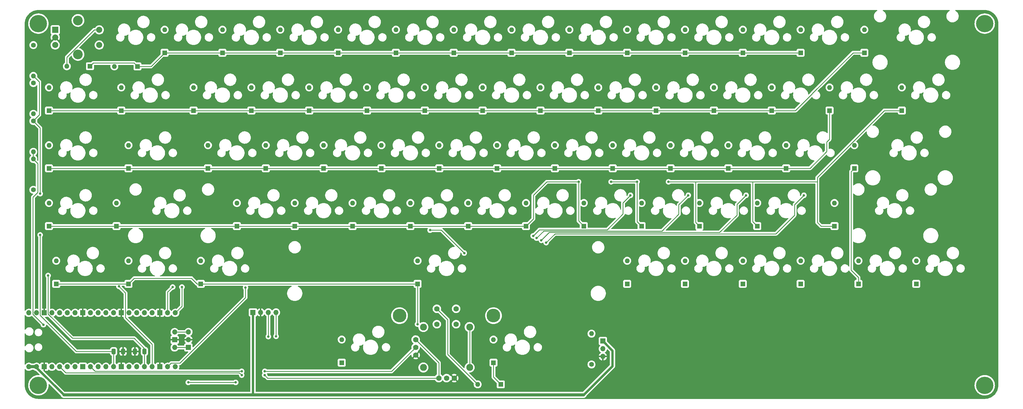
<source format=gtl>
G04 #@! TF.GenerationSoftware,KiCad,Pcbnew,(6.0.5)*
G04 #@! TF.CreationDate,2022-06-26T11:05:20-04:00*
G04 #@! TF.ProjectId,pico_keyboard_v1,7069636f-5f6b-4657-9962-6f6172645f76,rev?*
G04 #@! TF.SameCoordinates,Original*
G04 #@! TF.FileFunction,Copper,L1,Top*
G04 #@! TF.FilePolarity,Positive*
%FSLAX46Y46*%
G04 Gerber Fmt 4.6, Leading zero omitted, Abs format (unit mm)*
G04 Created by KiCad (PCBNEW (6.0.5)) date 2022-06-26 11:05:20*
%MOMM*%
%LPD*%
G01*
G04 APERTURE LIST*
G04 Aperture macros list*
%AMRoundRect*
0 Rectangle with rounded corners*
0 $1 Rounding radius*
0 $2 $3 $4 $5 $6 $7 $8 $9 X,Y pos of 4 corners*
0 Add a 4 corners polygon primitive as box body*
4,1,4,$2,$3,$4,$5,$6,$7,$8,$9,$2,$3,0*
0 Add four circle primitives for the rounded corners*
1,1,$1+$1,$2,$3*
1,1,$1+$1,$4,$5*
1,1,$1+$1,$6,$7*
1,1,$1+$1,$8,$9*
0 Add four rect primitives between the rounded corners*
20,1,$1+$1,$2,$3,$4,$5,0*
20,1,$1+$1,$4,$5,$6,$7,0*
20,1,$1+$1,$6,$7,$8,$9,0*
20,1,$1+$1,$8,$9,$2,$3,0*%
G04 Aperture macros list end*
G04 #@! TA.AperFunction,ComponentPad*
%ADD10C,4.500000*%
G04 #@! TD*
G04 #@! TA.AperFunction,ComponentPad*
%ADD11C,5.700000*%
G04 #@! TD*
G04 #@! TA.AperFunction,SMDPad,CuDef*
%ADD12RoundRect,0.250000X0.412500X0.650000X-0.412500X0.650000X-0.412500X-0.650000X0.412500X-0.650000X0*%
G04 #@! TD*
G04 #@! TA.AperFunction,ComponentPad*
%ADD13C,1.778000*%
G04 #@! TD*
G04 #@! TA.AperFunction,ComponentPad*
%ADD14C,2.286000*%
G04 #@! TD*
G04 #@! TA.AperFunction,ComponentPad*
%ADD15R,1.700000X1.700000*%
G04 #@! TD*
G04 #@! TA.AperFunction,ComponentPad*
%ADD16O,1.700000X1.700000*%
G04 #@! TD*
G04 #@! TA.AperFunction,ComponentPad*
%ADD17R,2.000000X2.000000*%
G04 #@! TD*
G04 #@! TA.AperFunction,ComponentPad*
%ADD18C,2.000000*%
G04 #@! TD*
G04 #@! TA.AperFunction,ComponentPad*
%ADD19C,3.200000*%
G04 #@! TD*
G04 #@! TA.AperFunction,ComponentPad*
%ADD20R,1.600000X1.600000*%
G04 #@! TD*
G04 #@! TA.AperFunction,ComponentPad*
%ADD21O,1.600000X1.600000*%
G04 #@! TD*
G04 #@! TA.AperFunction,ComponentPad*
%ADD22C,1.600000*%
G04 #@! TD*
G04 #@! TA.AperFunction,ViaPad*
%ADD23C,0.800000*%
G04 #@! TD*
G04 #@! TA.AperFunction,Conductor*
%ADD24C,0.250000*%
G04 #@! TD*
G04 #@! TA.AperFunction,Conductor*
%ADD25C,1.000000*%
G04 #@! TD*
G04 #@! TA.AperFunction,Conductor*
%ADD26C,0.750000*%
G04 #@! TD*
G04 APERTURE END LIST*
D10*
X204950000Y-181300000D03*
X174000000Y-181300000D03*
D11*
X55000000Y-85000000D03*
D12*
X82912500Y-193100000D03*
X79787500Y-193100000D03*
D11*
X55000000Y-204250000D03*
D13*
X186293750Y-179025000D03*
X192643750Y-179025000D03*
X186293750Y-184105000D03*
X192643750Y-184105000D03*
X186928750Y-201885000D03*
X189468750Y-201885000D03*
X192008750Y-201885000D03*
D14*
X181848750Y-185057500D03*
X181848750Y-198392500D03*
X197088750Y-198392500D03*
X197088750Y-185057500D03*
D13*
X179308750Y-189185000D03*
X179308750Y-191725000D03*
X179308750Y-194265000D03*
D15*
X125688750Y-180225000D03*
D16*
X128228750Y-180225000D03*
X130768750Y-180225000D03*
X133308750Y-180225000D03*
D15*
X104450000Y-191775000D03*
D16*
X104450000Y-189235000D03*
X104450000Y-186695000D03*
D12*
X89962500Y-193100000D03*
X86837500Y-193100000D03*
D11*
X366800000Y-204250000D03*
D17*
X60545000Y-87045000D03*
D18*
X60545000Y-92045000D03*
X60545000Y-89545000D03*
D19*
X68045000Y-83945000D03*
X68045000Y-95145000D03*
D18*
X75045000Y-92045000D03*
X75045000Y-87045000D03*
D11*
X366800000Y-85000000D03*
D20*
X84693750Y-132705000D03*
D21*
X84693750Y-125085000D03*
D20*
X272812500Y-151755000D03*
D21*
X272812500Y-144135000D03*
D20*
X58500000Y-132705000D03*
D21*
X58500000Y-125085000D03*
D20*
X225187500Y-132705000D03*
D21*
X225187500Y-125085000D03*
D20*
X215662500Y-151755000D03*
D21*
X215662500Y-144135000D03*
D20*
X177562500Y-151755000D03*
D21*
X177562500Y-144135000D03*
D20*
X268050000Y-94605000D03*
D21*
X268050000Y-86985000D03*
D20*
X339487500Y-113655000D03*
D21*
X339487500Y-106035000D03*
D20*
X172800000Y-94605000D03*
D21*
X172800000Y-86985000D03*
D20*
X168037500Y-132705000D03*
D21*
X168037500Y-125085000D03*
D20*
X58500000Y-151755000D03*
D21*
X58500000Y-144135000D03*
D20*
X306150000Y-94605000D03*
D21*
X306150000Y-86985000D03*
D20*
X287100000Y-170805000D03*
D21*
X287100000Y-163185000D03*
D20*
X296625000Y-113655000D03*
D21*
X296625000Y-106035000D03*
D20*
X134700000Y-94605000D03*
D21*
X134700000Y-86985000D03*
D20*
X201375000Y-113655000D03*
D21*
X201375000Y-106035000D03*
D20*
X277575000Y-113655000D03*
D21*
X277575000Y-106035000D03*
D20*
X258525000Y-113655000D03*
D21*
X258525000Y-106035000D03*
D20*
X158512500Y-151755000D03*
D21*
X158512500Y-144135000D03*
D22*
X53350000Y-92070000D03*
D21*
X53350000Y-102230000D03*
D22*
X237250000Y-197380000D03*
D21*
X237250000Y-187220000D03*
D20*
X163275000Y-113655000D03*
D21*
X163275000Y-106035000D03*
D20*
X220425000Y-113655000D03*
D21*
X220425000Y-106035000D03*
D20*
X120412500Y-151755000D03*
D21*
X120412500Y-144135000D03*
D22*
X53350000Y-139780000D03*
D21*
X53350000Y-129620000D03*
D20*
X282337500Y-132705000D03*
D21*
X282337500Y-125085000D03*
D20*
X248999999Y-170805000D03*
D21*
X248999999Y-163185000D03*
D20*
X204943750Y-196805000D03*
D21*
X204943750Y-189185000D03*
D15*
X241000000Y-189670000D03*
D16*
X241000000Y-192210000D03*
X241000000Y-194750000D03*
D20*
X229950000Y-94605000D03*
D21*
X229950000Y-86985000D03*
D20*
X287100000Y-94605000D03*
D21*
X287100000Y-86985000D03*
D20*
X187087500Y-132705000D03*
D21*
X187087500Y-125085000D03*
D20*
X153750000Y-94605000D03*
D21*
X153750000Y-86985000D03*
D22*
X53350000Y-117103332D03*
D21*
X53350000Y-127263332D03*
D20*
X96600000Y-94605000D03*
D21*
X96600000Y-86985000D03*
D20*
X301387500Y-132705000D03*
D21*
X301387500Y-125085000D03*
D20*
X206137500Y-132705000D03*
D21*
X206137500Y-125085000D03*
D20*
X58500000Y-113655000D03*
D21*
X58500000Y-106035000D03*
D20*
X317300000Y-151755000D03*
D21*
X317300000Y-144135000D03*
D20*
X106125000Y-113655000D03*
D21*
X106125000Y-106035000D03*
D20*
X249000000Y-94605000D03*
D21*
X249000000Y-86985000D03*
D20*
X72000000Y-99050000D03*
D21*
X64380000Y-99050000D03*
D20*
X327150000Y-94610000D03*
D21*
X327150000Y-86990000D03*
D20*
X179943750Y-170805000D03*
D21*
X179943750Y-163185000D03*
D20*
X234712500Y-151755000D03*
D21*
X234712500Y-144135000D03*
D20*
X325200000Y-170805000D03*
D21*
X325200000Y-163185000D03*
D20*
X196612500Y-151755000D03*
D21*
X196612500Y-144135000D03*
D20*
X315675000Y-113655000D03*
D21*
X315675000Y-106035000D03*
D20*
X191850000Y-94605000D03*
D21*
X191850000Y-86985000D03*
D20*
X139462500Y-151755000D03*
D21*
X139462500Y-144135000D03*
D20*
X344250000Y-170805000D03*
D21*
X344250000Y-163185000D03*
D20*
X115649999Y-94605000D03*
D21*
X115649999Y-86985000D03*
D20*
X108506250Y-170805000D03*
D21*
X108506250Y-163185000D03*
D20*
X207360000Y-203950000D03*
D21*
X199740000Y-203950000D03*
D20*
X80750000Y-151755000D03*
D21*
X80750000Y-144135000D03*
D20*
X268050000Y-170805000D03*
D21*
X268050000Y-163185000D03*
D20*
X154943750Y-196805000D03*
D21*
X154943750Y-189185000D03*
D16*
X51870000Y-180360000D03*
X54410000Y-180360000D03*
D15*
X56950000Y-180360000D03*
D16*
X59490000Y-180360000D03*
X62030000Y-180360000D03*
X64570000Y-180360000D03*
X67110000Y-180360000D03*
D15*
X69650000Y-180360000D03*
D16*
X72190000Y-180360000D03*
X74730000Y-180360000D03*
X77270000Y-180360000D03*
X79810000Y-180360000D03*
D15*
X82350000Y-180360000D03*
D16*
X84890000Y-180360000D03*
X87430000Y-180360000D03*
X89970000Y-180360000D03*
X92510000Y-180360000D03*
D15*
X95050000Y-180360000D03*
D16*
X97590000Y-180360000D03*
X100130000Y-180360000D03*
X100130000Y-198140000D03*
X97590000Y-198140000D03*
D15*
X95050000Y-198140000D03*
D16*
X92510000Y-198140000D03*
X89970000Y-198140000D03*
X87430000Y-198140000D03*
X84890000Y-198140000D03*
D15*
X82350000Y-198140000D03*
D16*
X79810000Y-198140000D03*
X77270000Y-198140000D03*
X74730000Y-198140000D03*
X72190000Y-198140000D03*
D15*
X69650000Y-198140000D03*
D16*
X67110000Y-198140000D03*
X64570000Y-198140000D03*
X62030000Y-198140000D03*
X59490000Y-198140000D03*
D15*
X56950000Y-198140000D03*
D16*
X54410000Y-198140000D03*
X51870000Y-198140000D03*
X99900000Y-186710000D03*
D15*
X99900000Y-189250000D03*
D16*
X99900000Y-191790000D03*
D20*
X244237500Y-132705000D03*
D21*
X244237500Y-125085000D03*
D22*
X53350000Y-104586666D03*
D21*
X53350000Y-114746666D03*
D20*
X87650000Y-99100000D03*
D21*
X80030000Y-99100000D03*
D20*
X182325000Y-113655000D03*
D21*
X182325000Y-106035000D03*
D20*
X291862500Y-151755000D03*
D21*
X291862500Y-144135000D03*
D20*
X253762500Y-151755000D03*
D21*
X253762500Y-144135000D03*
D20*
X239475000Y-113655000D03*
D21*
X239475000Y-106035000D03*
D20*
X129937500Y-132705000D03*
D21*
X129937500Y-125085000D03*
D20*
X306150000Y-170805000D03*
D21*
X306150000Y-163185000D03*
D20*
X82312500Y-113655000D03*
D21*
X82312500Y-106035000D03*
D20*
X125175000Y-113655000D03*
D21*
X125175000Y-106035000D03*
D20*
X323850000Y-132705000D03*
D21*
X323850000Y-125085000D03*
D20*
X263287500Y-132705000D03*
D21*
X263287500Y-125085000D03*
D20*
X60881250Y-170805000D03*
D21*
X60881250Y-163185000D03*
D20*
X110887499Y-132705000D03*
D21*
X110887499Y-125085000D03*
D20*
X144225000Y-113655000D03*
D21*
X144225000Y-106035000D03*
D20*
X84693750Y-170805000D03*
D21*
X84693750Y-163185000D03*
D20*
X148987500Y-132705000D03*
D21*
X148987500Y-125085000D03*
D20*
X210900000Y-94605000D03*
D21*
X210900000Y-86985000D03*
D23*
X81550000Y-171650000D03*
X243700000Y-137150000D03*
X233000000Y-137150000D03*
X262600000Y-137150000D03*
X123250000Y-172050000D03*
X252250000Y-137150000D03*
X99250000Y-171850000D03*
X102300000Y-171850000D03*
X179943750Y-184106250D03*
X56660000Y-184271010D03*
X367320000Y-121708580D03*
X343502050Y-205120000D03*
X367320000Y-106741440D03*
X231751665Y-165000000D03*
X270646892Y-205120000D03*
X233949998Y-165000000D03*
X312826194Y-205120000D03*
X236148331Y-165000000D03*
X209768335Y-165000000D03*
X259143446Y-205120000D03*
X220760000Y-165000000D03*
X285984820Y-205120000D03*
X247640000Y-205120000D03*
X367320000Y-166610000D03*
X367320000Y-102999655D03*
X339667568Y-205120000D03*
X59695000Y-191140000D03*
X367320000Y-144159290D03*
X305157230Y-205120000D03*
X229553332Y-165000000D03*
X324329640Y-205120000D03*
X367320000Y-99257870D03*
X255308964Y-205120000D03*
X238346664Y-165000000D03*
X68880000Y-185730000D03*
X225156666Y-165000000D03*
X203173336Y-165000000D03*
X358840000Y-205120000D03*
X367320000Y-192802495D03*
X266812410Y-205120000D03*
X331998604Y-205120000D03*
X262977928Y-205120000D03*
X367320000Y-185318925D03*
X367320000Y-132933935D03*
X81030000Y-185730000D03*
X207570002Y-165000000D03*
X115136666Y-190580000D03*
X71990000Y-190740000D03*
X316660676Y-205120000D03*
X227354999Y-165000000D03*
X367320000Y-114225010D03*
X320495158Y-205120000D03*
X222958333Y-165000000D03*
X120510000Y-190580000D03*
X297488266Y-205120000D03*
X117823332Y-190580000D03*
X242743336Y-165000000D03*
X74010000Y-190740000D03*
X367320000Y-91774300D03*
X61160000Y-191140000D03*
X351171014Y-205120000D03*
X216363334Y-165000000D03*
X355005496Y-205120000D03*
X367320000Y-170351785D03*
X367320000Y-140417505D03*
X367320000Y-162868215D03*
X367320000Y-110483225D03*
X367320000Y-136675720D03*
X289819302Y-205120000D03*
X278315856Y-205120000D03*
X367320000Y-159126430D03*
X367320000Y-147901075D03*
X367320000Y-155384645D03*
X274481374Y-205120000D03*
X71310000Y-185730000D03*
X328164122Y-205120000D03*
X293653784Y-205120000D03*
X367320000Y-174093570D03*
X367320000Y-95516085D03*
X205371669Y-165000000D03*
X73740000Y-185730000D03*
X251474482Y-205120000D03*
X367320000Y-129192150D03*
X367320000Y-181577140D03*
X211966668Y-165000000D03*
X76170000Y-185730000D03*
X367320000Y-177835355D03*
X367320000Y-125450365D03*
X112450000Y-190580000D03*
X335833086Y-205120000D03*
X367320000Y-117966795D03*
X347336532Y-205120000D03*
X301322748Y-205120000D03*
X367320000Y-151642860D03*
X240544997Y-165000000D03*
X83460000Y-185730000D03*
X218561667Y-165000000D03*
X69970000Y-190740000D03*
X214165001Y-165000000D03*
X367320000Y-189060710D03*
X58230000Y-191140000D03*
X282150338Y-205120000D03*
X78600000Y-185730000D03*
X308991712Y-205120000D03*
X367320000Y-196544300D03*
X130770000Y-188200000D03*
X133310000Y-188100000D03*
X58200000Y-168050000D03*
X122000000Y-200900000D03*
X129550000Y-200900000D03*
X55584511Y-141065489D03*
X55584511Y-154665489D03*
X184050000Y-153100000D03*
X195310750Y-160645000D03*
X218000000Y-154998531D03*
X250079500Y-141595000D03*
X219150000Y-155723031D03*
X269129500Y-141595000D03*
X288179500Y-141595000D03*
X220700000Y-156447531D03*
X222300000Y-157200000D03*
X307229500Y-141595000D03*
X122000000Y-199650000D03*
X129600000Y-199650000D03*
X120000000Y-203300000D03*
X104400000Y-203300000D03*
D24*
X315675000Y-123075000D02*
X315675000Y-113655000D01*
X301387500Y-132705000D02*
X309190581Y-132705000D01*
X58500000Y-132705000D02*
X301387500Y-132705000D01*
X81550000Y-171650000D02*
X83715489Y-173815489D01*
X83715489Y-173815489D02*
X83715489Y-181915489D01*
X92510000Y-190710000D02*
X92510000Y-198140000D01*
X314742979Y-127152602D02*
X314742979Y-124007021D01*
X83715489Y-181915489D02*
X92510000Y-190710000D01*
X314742979Y-124007021D02*
X315675000Y-123075000D01*
X309190581Y-132705000D02*
X314742979Y-127152602D01*
X199740000Y-203950000D02*
X189850000Y-194060000D01*
X189850000Y-194060000D02*
X189850000Y-182581250D01*
X189850000Y-182581250D02*
X186293750Y-179025000D01*
X290350000Y-137150000D02*
X311600000Y-137150000D01*
X290350000Y-137150000D02*
X290350000Y-150242500D01*
X271550000Y-137150000D02*
X290350000Y-137150000D01*
X311655000Y-137095000D02*
X311655000Y-150555000D01*
X233000000Y-150042500D02*
X234712500Y-151755000D01*
X290350000Y-150242500D02*
X291862500Y-151755000D01*
X252250000Y-150242500D02*
X253762500Y-151755000D01*
X311655000Y-135689700D02*
X311655000Y-137095000D01*
X333689700Y-113655000D02*
X311655000Y-135689700D01*
X271550000Y-150492500D02*
X272812500Y-151755000D01*
X98764511Y-196965489D02*
X97590000Y-198140000D01*
X233000000Y-137150000D02*
X233000000Y-150042500D01*
X58500000Y-151755000D02*
X215662500Y-151755000D01*
X218100000Y-149317500D02*
X218100000Y-141550000D01*
X262600000Y-137150000D02*
X271550000Y-137150000D01*
X222500000Y-137150000D02*
X233000000Y-137150000D01*
X252250000Y-137150000D02*
X252250000Y-150242500D01*
X215662500Y-151755000D02*
X218100000Y-149317500D01*
X311655000Y-150555000D02*
X312855000Y-151755000D01*
X123250000Y-175324022D02*
X101608533Y-196965489D01*
X311600000Y-137150000D02*
X311655000Y-137095000D01*
X123250000Y-172050000D02*
X123250000Y-175324022D01*
X218100000Y-141550000D02*
X222500000Y-137150000D01*
X312855000Y-151755000D02*
X317300000Y-151755000D01*
X243700000Y-137150000D02*
X252250000Y-137150000D01*
X339487500Y-113655000D02*
X333689700Y-113655000D01*
X101608533Y-196965489D02*
X98764511Y-196965489D01*
X271550000Y-137150000D02*
X271550000Y-150492500D01*
X73423329Y-87045000D02*
X75045000Y-87045000D01*
X64380000Y-96088329D02*
X73423329Y-87045000D01*
X64380000Y-99050000D02*
X64380000Y-96088329D01*
X86525489Y-97975489D02*
X87650000Y-99100000D01*
X87650000Y-99100000D02*
X92105000Y-99100000D01*
X99250000Y-171850000D02*
X97590000Y-173510000D01*
X73074511Y-97975489D02*
X86525489Y-97975489D01*
X97590000Y-173510000D02*
X97590000Y-180360000D01*
X92105000Y-99100000D02*
X96600000Y-94605000D01*
X96600000Y-94605000D02*
X306150000Y-94605000D01*
X72000000Y-99050000D02*
X73074511Y-97975489D01*
X309980479Y-108102602D02*
X309980479Y-108057430D01*
X304428081Y-113655000D02*
X309980479Y-108102602D01*
X296625000Y-113655000D02*
X304428081Y-113655000D01*
X323427909Y-94610000D02*
X327150000Y-94610000D01*
X58500000Y-113655000D02*
X296625000Y-113655000D01*
X309980479Y-108057430D02*
X323427909Y-94610000D01*
X102300000Y-178190000D02*
X100130000Y-180360000D01*
X102300000Y-171850000D02*
X102300000Y-178190000D01*
X322799829Y-166299829D02*
X325200000Y-168700000D01*
X322799829Y-133755171D02*
X322799829Y-166299829D01*
X325200000Y-168700000D02*
X325200000Y-170805000D01*
X84695000Y-170805000D02*
X86550000Y-168950000D01*
X204943750Y-201533750D02*
X207360000Y-203950000D01*
X105450000Y-168950000D02*
X107305000Y-170805000D01*
X179943750Y-170805000D02*
X179943750Y-184106250D01*
X204943750Y-196805000D02*
X204943750Y-201533750D01*
X84693750Y-170805000D02*
X84695000Y-170805000D01*
X323850000Y-132705000D02*
X322799829Y-133755171D01*
X107305000Y-170805000D02*
X108506250Y-170805000D01*
X86550000Y-168950000D02*
X105450000Y-168950000D01*
X108506250Y-170805000D02*
X179943750Y-170805000D01*
X60881250Y-170805000D02*
X84693750Y-170805000D01*
X197088750Y-185057500D02*
X197088750Y-198392500D01*
D25*
X125650000Y-207450000D02*
X234600000Y-207450000D01*
D26*
X234600000Y-207450000D02*
X244150000Y-197900000D01*
X244150000Y-197900000D02*
X244150000Y-192820000D01*
D24*
X54800000Y-131170000D02*
X53250000Y-129620000D01*
X53250000Y-127280000D02*
X53300000Y-127230000D01*
X53250000Y-129620000D02*
X53250000Y-127280000D01*
D25*
X51870000Y-198140000D02*
X54410000Y-198140000D01*
D24*
X54800000Y-140650000D02*
X54800000Y-131170000D01*
D25*
X63400000Y-207450000D02*
X125650000Y-207450000D01*
D24*
X54410000Y-198140000D02*
X54410000Y-198460000D01*
X56660000Y-184271010D02*
X53200000Y-180811010D01*
X125688750Y-207411250D02*
X125650000Y-207450000D01*
D26*
X125688750Y-180225000D02*
X125688750Y-207411250D01*
X244150000Y-192820000D02*
X241000000Y-189670000D01*
X54410000Y-198460000D02*
X63400000Y-207450000D01*
D24*
X53200000Y-142250000D02*
X54800000Y-140650000D01*
X53200000Y-180811010D02*
X53200000Y-142250000D01*
X104435000Y-189250000D02*
X104450000Y-189235000D01*
X99900000Y-189250000D02*
X104435000Y-189250000D01*
X130768750Y-188198750D02*
X130770000Y-188200000D01*
X130768750Y-180225000D02*
X130768750Y-188198750D01*
X133308750Y-188098750D02*
X133310000Y-188100000D01*
X133308750Y-180225000D02*
X133308750Y-188098750D01*
X99900000Y-191790000D02*
X104435000Y-191790000D01*
X104435000Y-191790000D02*
X104450000Y-191775000D01*
X99915000Y-186695000D02*
X104450000Y-186695000D01*
X99900000Y-186710000D02*
X99915000Y-186695000D01*
X89962500Y-193100000D02*
X89962500Y-198132500D01*
X86550000Y-188750000D02*
X89962500Y-192162500D01*
X89962500Y-192162500D02*
X89962500Y-193100000D01*
X89962500Y-198132500D02*
X89970000Y-198140000D01*
X58200000Y-180731010D02*
X66218990Y-188750000D01*
X66218990Y-188750000D02*
X86550000Y-188750000D01*
X58200000Y-168050000D02*
X58200000Y-180731010D01*
X78600000Y-200100000D02*
X121200000Y-200100000D01*
X130535000Y-201885000D02*
X186928750Y-201885000D01*
X121200000Y-200100000D02*
X122000000Y-200900000D01*
X179308750Y-189185000D02*
X186928750Y-196805000D01*
X186928750Y-196805000D02*
X186928750Y-201885000D01*
X62030000Y-198140000D02*
X63990000Y-200100000D01*
X63990000Y-200100000D02*
X78600000Y-200100000D01*
X129550000Y-200900000D02*
X130535000Y-201885000D01*
X67500000Y-193100000D02*
X79787500Y-193100000D01*
X79787500Y-193100000D02*
X79810000Y-193122500D01*
X53350000Y-102230000D02*
X55300000Y-104180000D01*
X55584511Y-119354511D02*
X55584511Y-141065489D01*
X53300000Y-117070000D02*
X55584511Y-119354511D01*
X55584511Y-154665489D02*
X55584511Y-181184511D01*
X79810000Y-193122500D02*
X79810000Y-198140000D01*
X55584511Y-181184511D02*
X67500000Y-193100000D01*
X55300000Y-104180000D02*
X55300000Y-115070000D01*
X55300000Y-115070000D02*
X53300000Y-117070000D01*
X184050000Y-153100000D02*
X187765750Y-153100000D01*
X187765750Y-153100000D02*
X195310750Y-160645000D01*
X247600000Y-144074500D02*
X247600000Y-147750000D01*
X250079500Y-141595000D02*
X247600000Y-144074500D01*
X220048531Y-152950000D02*
X218000000Y-154998531D01*
X247600000Y-147750000D02*
X242400000Y-152950000D01*
X242400000Y-152950000D02*
X220048531Y-152950000D01*
X266000000Y-147850000D02*
X260450480Y-153399520D01*
X269129500Y-141595000D02*
X266000000Y-144724500D01*
X266000000Y-144724500D02*
X266000000Y-147850000D01*
X260450480Y-153399520D02*
X221473511Y-153399520D01*
X221473511Y-153399520D02*
X219150000Y-155723031D01*
X288179500Y-141595000D02*
X285150000Y-144624500D01*
X285150000Y-148150000D02*
X279450960Y-153849040D01*
X285150000Y-144624500D02*
X285150000Y-148150000D01*
X279450960Y-153849040D02*
X223298491Y-153849040D01*
X223298491Y-153849040D02*
X220700000Y-156447531D01*
X225201440Y-154298560D02*
X222300000Y-157200000D01*
X304150000Y-148150000D02*
X298001440Y-154298560D01*
X307229500Y-141595000D02*
X304150000Y-144674500D01*
X304150000Y-144674500D02*
X304150000Y-148150000D01*
X298001440Y-154298560D02*
X225201440Y-154298560D01*
X171383750Y-199650000D02*
X179308750Y-191725000D01*
X72190000Y-198140000D02*
X73700000Y-199650000D01*
X73700000Y-199650000D02*
X122000000Y-199650000D01*
X129600000Y-199650000D02*
X171383750Y-199650000D01*
X104400000Y-203300000D02*
X120000000Y-203300000D01*
G04 #@! TA.AperFunction,Conductor*
G36*
X331366124Y-80528502D02*
G01*
X331412617Y-80582158D01*
X331422721Y-80652432D01*
X331393227Y-80717012D01*
X331357160Y-80745749D01*
X331232309Y-80812133D01*
X331228749Y-80814719D01*
X331228745Y-80814722D01*
X331005907Y-80976624D01*
X331002344Y-80979213D01*
X330999180Y-80982269D01*
X330999177Y-80982271D01*
X330801032Y-81173617D01*
X330801029Y-81173621D01*
X330797870Y-81176671D01*
X330622867Y-81400665D01*
X330555340Y-81517624D01*
X330483641Y-81641811D01*
X330480740Y-81646835D01*
X330479090Y-81650919D01*
X330479087Y-81650925D01*
X330387442Y-81877756D01*
X330374258Y-81910389D01*
X330373194Y-81914658D01*
X330373193Y-81914660D01*
X330343931Y-82032023D01*
X330305491Y-82186198D01*
X330305032Y-82190568D01*
X330305031Y-82190572D01*
X330278960Y-82438617D01*
X330275778Y-82468894D01*
X330275931Y-82473282D01*
X330275931Y-82473288D01*
X330284417Y-82716283D01*
X330285698Y-82752973D01*
X330286460Y-82757296D01*
X330286461Y-82757303D01*
X330309243Y-82886502D01*
X330335058Y-83032907D01*
X330336413Y-83037078D01*
X330336415Y-83037085D01*
X330352111Y-83085392D01*
X330422897Y-83303247D01*
X330424825Y-83307200D01*
X330424827Y-83307205D01*
X330458702Y-83376658D01*
X330547505Y-83558731D01*
X330549960Y-83562370D01*
X330549963Y-83562376D01*
X330703997Y-83790741D01*
X330704002Y-83790748D01*
X330706457Y-83794387D01*
X330709401Y-83797656D01*
X330709402Y-83797658D01*
X330879693Y-83986785D01*
X330896659Y-84005628D01*
X331114409Y-84188342D01*
X331355469Y-84338973D01*
X331615147Y-84454589D01*
X331619375Y-84455801D01*
X331619374Y-84455801D01*
X331845040Y-84520510D01*
X331888388Y-84532940D01*
X331892738Y-84533551D01*
X331892741Y-84533552D01*
X331972229Y-84544723D01*
X332169874Y-84572500D01*
X332382976Y-84572500D01*
X332385161Y-84572347D01*
X332385167Y-84572347D01*
X332591175Y-84557942D01*
X332591180Y-84557941D01*
X332595560Y-84557635D01*
X332873601Y-84498535D01*
X332877732Y-84497031D01*
X332877737Y-84497030D01*
X333024988Y-84443435D01*
X333140711Y-84401315D01*
X333192348Y-84373859D01*
X344752776Y-84373859D01*
X344752929Y-84378247D01*
X344752929Y-84378253D01*
X344761839Y-84633387D01*
X344762701Y-84658078D01*
X344812085Y-84938150D01*
X344813440Y-84942321D01*
X344813442Y-84942328D01*
X344858463Y-85080886D01*
X344899967Y-85208623D01*
X345024637Y-85464233D01*
X345027092Y-85467872D01*
X345027095Y-85467878D01*
X345116058Y-85599771D01*
X345183667Y-85700005D01*
X345186611Y-85703274D01*
X345186612Y-85703276D01*
X345207725Y-85726724D01*
X345373963Y-85911350D01*
X345591820Y-86094154D01*
X345832998Y-86244859D01*
X346092804Y-86360531D01*
X346366179Y-86438921D01*
X346370533Y-86439533D01*
X346370538Y-86439534D01*
X346537627Y-86463016D01*
X346647804Y-86478500D01*
X346861018Y-86478500D01*
X346863204Y-86478347D01*
X346863208Y-86478347D01*
X347069315Y-86463935D01*
X347069320Y-86463934D01*
X347073700Y-86463628D01*
X347351877Y-86404499D01*
X347356006Y-86402996D01*
X347356010Y-86402995D01*
X347614974Y-86308740D01*
X347614978Y-86308738D01*
X347619119Y-86307231D01*
X347623009Y-86305163D01*
X347623015Y-86305160D01*
X347866330Y-86175787D01*
X347866336Y-86175783D01*
X347870222Y-86173717D01*
X347873782Y-86171130D01*
X347873786Y-86171128D01*
X348096738Y-86009145D01*
X348096741Y-86009142D01*
X348100301Y-86006556D01*
X348106797Y-86000283D01*
X348301710Y-85812057D01*
X348301714Y-85812053D01*
X348304875Y-85809000D01*
X348351524Y-85749293D01*
X348477253Y-85588367D01*
X348479965Y-85584896D01*
X348549630Y-85464233D01*
X348619956Y-85342425D01*
X348619959Y-85342420D01*
X348622161Y-85338605D01*
X348623811Y-85334521D01*
X348623814Y-85334515D01*
X348727047Y-85079002D01*
X348728696Y-85074921D01*
X348739312Y-85032345D01*
X348750304Y-84988259D01*
X363436587Y-84988259D01*
X363436759Y-84991654D01*
X363436759Y-84991655D01*
X363454529Y-85342425D01*
X363454992Y-85351574D01*
X363455529Y-85354929D01*
X363455530Y-85354935D01*
X363472404Y-85460281D01*
X363512527Y-85710777D01*
X363608519Y-86061664D01*
X363741845Y-86400133D01*
X363747519Y-86410941D01*
X363909362Y-86719206D01*
X363909367Y-86719214D01*
X363910946Y-86722222D01*
X363912840Y-86725040D01*
X363912845Y-86725049D01*
X364042673Y-86918253D01*
X364113843Y-87024165D01*
X364348163Y-87302428D01*
X364390878Y-87343247D01*
X364608702Y-87551405D01*
X364608709Y-87551411D01*
X364611165Y-87553758D01*
X364899771Y-87775214D01*
X364902689Y-87776988D01*
X365207692Y-87962433D01*
X365207697Y-87962436D01*
X365210607Y-87964205D01*
X365213695Y-87965651D01*
X365213694Y-87965651D01*
X365536952Y-88117077D01*
X365536962Y-88117081D01*
X365540036Y-88118521D01*
X365543254Y-88119623D01*
X365543257Y-88119624D01*
X365880981Y-88235253D01*
X365880989Y-88235255D01*
X365884204Y-88236356D01*
X366239084Y-88316332D01*
X366292123Y-88322375D01*
X366597144Y-88357128D01*
X366597152Y-88357128D01*
X366600527Y-88357513D01*
X366603931Y-88357531D01*
X366603934Y-88357531D01*
X366802058Y-88358568D01*
X366964303Y-88359418D01*
X366967689Y-88359068D01*
X366967691Y-88359068D01*
X367322765Y-88322375D01*
X367322774Y-88322374D01*
X367326157Y-88322024D01*
X367329490Y-88321310D01*
X367329493Y-88321309D01*
X367467581Y-88291705D01*
X367681856Y-88245768D01*
X368027239Y-88131544D01*
X368030323Y-88130138D01*
X368030332Y-88130135D01*
X368355171Y-87982096D01*
X368358265Y-87980686D01*
X368598245Y-87838197D01*
X368668128Y-87796704D01*
X368668132Y-87796701D01*
X368671063Y-87794961D01*
X368961973Y-87576539D01*
X369227592Y-87327977D01*
X369464813Y-87052182D01*
X369572983Y-86894794D01*
X369668931Y-86755190D01*
X369668936Y-86755182D01*
X369670861Y-86752381D01*
X369672473Y-86749387D01*
X369672478Y-86749379D01*
X369800596Y-86511437D01*
X369843325Y-86432080D01*
X369980188Y-86095027D01*
X370079850Y-85745164D01*
X370088192Y-85696359D01*
X370140571Y-85389930D01*
X370140571Y-85389928D01*
X370141143Y-85386583D01*
X370143285Y-85351574D01*
X370162174Y-85042723D01*
X370163351Y-85023481D01*
X370163433Y-85000000D01*
X370143760Y-84636751D01*
X370084972Y-84277752D01*
X369987756Y-83927202D01*
X369984333Y-83918598D01*
X369854508Y-83592365D01*
X369853249Y-83589201D01*
X369764785Y-83422122D01*
X369684624Y-83270723D01*
X369684620Y-83270716D01*
X369683025Y-83267704D01*
X369681118Y-83264888D01*
X369681113Y-83264879D01*
X369480985Y-82969292D01*
X369479075Y-82966471D01*
X369243785Y-82689027D01*
X369007209Y-82464525D01*
X368982375Y-82440958D01*
X368982374Y-82440957D01*
X368979908Y-82438617D01*
X368699500Y-82225003D01*
X368693237Y-82220232D01*
X368693235Y-82220230D01*
X368690530Y-82218170D01*
X368687618Y-82216413D01*
X368687613Y-82216410D01*
X368381951Y-82032023D01*
X368381945Y-82032020D01*
X368379036Y-82030265D01*
X368049071Y-81877100D01*
X367704494Y-81760467D01*
X367695234Y-81758414D01*
X367620485Y-81741843D01*
X367349336Y-81681731D01*
X367220217Y-81667476D01*
X366991133Y-81642184D01*
X366991128Y-81642184D01*
X366987752Y-81641811D01*
X366984353Y-81641805D01*
X366984352Y-81641805D01*
X366812762Y-81641506D01*
X366623972Y-81641176D01*
X366488831Y-81655618D01*
X366265634Y-81679471D01*
X366265628Y-81679472D01*
X366262250Y-81679833D01*
X365906820Y-81757330D01*
X365561838Y-81872759D01*
X365231340Y-82024771D01*
X365228406Y-82026527D01*
X365228404Y-82026528D01*
X365172081Y-82060237D01*
X364919192Y-82211588D01*
X364629046Y-82431023D01*
X364364296Y-82680511D01*
X364362084Y-82683101D01*
X364362083Y-82683102D01*
X364182129Y-82893802D01*
X364128040Y-82957132D01*
X363923040Y-83257651D01*
X363870861Y-83355373D01*
X363764011Y-83555485D01*
X363751694Y-83578552D01*
X363750419Y-83581724D01*
X363750417Y-83581728D01*
X363617282Y-83912914D01*
X363616009Y-83916081D01*
X363615090Y-83919349D01*
X363615088Y-83919356D01*
X363518490Y-84263012D01*
X363517569Y-84266290D01*
X363517007Y-84269647D01*
X363517007Y-84269648D01*
X363466430Y-84571888D01*
X363457528Y-84625082D01*
X363436587Y-84988259D01*
X348750304Y-84988259D01*
X348790122Y-84828555D01*
X348797497Y-84798976D01*
X348814548Y-84636751D01*
X348826765Y-84520510D01*
X348826765Y-84520507D01*
X348827224Y-84516141D01*
X348827071Y-84511747D01*
X348817453Y-84236319D01*
X348817452Y-84236313D01*
X348817299Y-84231922D01*
X348816169Y-84225510D01*
X348768677Y-83956173D01*
X348767915Y-83951850D01*
X348766560Y-83947679D01*
X348766558Y-83947672D01*
X348681394Y-83685566D01*
X348680033Y-83681377D01*
X348660113Y-83640534D01*
X348573921Y-83463817D01*
X348555363Y-83425767D01*
X348552908Y-83422128D01*
X348552905Y-83422122D01*
X348398792Y-83193641D01*
X348396333Y-83189995D01*
X348206037Y-82978650D01*
X347988180Y-82795846D01*
X347747002Y-82645141D01*
X347487196Y-82529469D01*
X347213821Y-82451079D01*
X347209467Y-82450467D01*
X347209462Y-82450466D01*
X347035833Y-82426065D01*
X346932196Y-82411500D01*
X346718982Y-82411500D01*
X346716796Y-82411653D01*
X346716792Y-82411653D01*
X346510685Y-82426065D01*
X346510680Y-82426066D01*
X346506300Y-82426372D01*
X346228123Y-82485501D01*
X346223994Y-82487004D01*
X346223990Y-82487005D01*
X345965026Y-82581260D01*
X345965022Y-82581262D01*
X345960881Y-82582769D01*
X345956991Y-82584837D01*
X345956985Y-82584840D01*
X345713670Y-82714213D01*
X345713664Y-82714217D01*
X345709778Y-82716283D01*
X345706218Y-82718870D01*
X345706214Y-82718872D01*
X345525472Y-82850188D01*
X345479699Y-82883444D01*
X345476535Y-82886500D01*
X345476532Y-82886502D01*
X345278290Y-83077943D01*
X345278286Y-83077947D01*
X345275125Y-83081000D01*
X345272418Y-83084465D01*
X345272416Y-83084467D01*
X345209231Y-83165340D01*
X345100035Y-83305104D01*
X345097832Y-83308920D01*
X345023894Y-83436985D01*
X344957839Y-83551395D01*
X344956189Y-83555479D01*
X344956186Y-83555485D01*
X344878105Y-83748745D01*
X344851304Y-83815079D01*
X344850240Y-83819348D01*
X344850239Y-83819350D01*
X344822527Y-83930495D01*
X344782503Y-84091024D01*
X344782044Y-84095392D01*
X344782043Y-84095397D01*
X344756255Y-84340758D01*
X344752776Y-84373859D01*
X333192348Y-84373859D01*
X333262336Y-84336646D01*
X333387799Y-84269937D01*
X333387805Y-84269933D01*
X333391691Y-84267867D01*
X333395251Y-84265281D01*
X333395255Y-84265278D01*
X333618093Y-84103376D01*
X333618096Y-84103374D01*
X333621656Y-84100787D01*
X333627238Y-84095397D01*
X333822968Y-83906383D01*
X333822971Y-83906379D01*
X333826130Y-83903329D01*
X334001133Y-83679335D01*
X334077205Y-83547575D01*
X334141055Y-83436985D01*
X334141058Y-83436980D01*
X334143260Y-83433165D01*
X334144910Y-83429081D01*
X334144913Y-83429075D01*
X334248093Y-83173693D01*
X334248094Y-83173690D01*
X334249742Y-83169611D01*
X334318509Y-82893802D01*
X334319277Y-82886502D01*
X334347763Y-82615475D01*
X334347763Y-82615472D01*
X334348222Y-82611106D01*
X334347881Y-82601335D01*
X334338456Y-82331424D01*
X334338455Y-82331417D01*
X334338302Y-82327027D01*
X334320313Y-82225003D01*
X334293742Y-82074314D01*
X334288942Y-82047093D01*
X334287587Y-82042922D01*
X334287585Y-82042915D01*
X334202464Y-81780942D01*
X334201103Y-81776753D01*
X334192800Y-81759728D01*
X334143385Y-81658413D01*
X334076495Y-81521269D01*
X334074040Y-81517630D01*
X334074037Y-81517624D01*
X333920003Y-81289259D01*
X333919998Y-81289252D01*
X333917543Y-81285613D01*
X333816702Y-81173617D01*
X333730289Y-81077646D01*
X333730288Y-81077645D01*
X333727341Y-81074372D01*
X333509591Y-80891658D01*
X333269054Y-80741354D01*
X333221884Y-80688293D01*
X333210889Y-80618153D01*
X333239560Y-80553203D01*
X333298794Y-80514064D01*
X333335824Y-80508500D01*
X355174003Y-80508500D01*
X355242124Y-80528502D01*
X355288617Y-80582158D01*
X355298721Y-80652432D01*
X355269227Y-80717012D01*
X355233160Y-80745749D01*
X355108309Y-80812133D01*
X355104749Y-80814719D01*
X355104745Y-80814722D01*
X354881907Y-80976624D01*
X354878344Y-80979213D01*
X354875180Y-80982269D01*
X354875177Y-80982271D01*
X354677032Y-81173617D01*
X354677029Y-81173621D01*
X354673870Y-81176671D01*
X354498867Y-81400665D01*
X354431340Y-81517624D01*
X354359641Y-81641811D01*
X354356740Y-81646835D01*
X354355090Y-81650919D01*
X354355087Y-81650925D01*
X354263442Y-81877756D01*
X354250258Y-81910389D01*
X354249194Y-81914658D01*
X354249193Y-81914660D01*
X354219931Y-82032023D01*
X354181491Y-82186198D01*
X354181032Y-82190568D01*
X354181031Y-82190572D01*
X354154960Y-82438617D01*
X354151778Y-82468894D01*
X354151931Y-82473282D01*
X354151931Y-82473288D01*
X354160417Y-82716283D01*
X354161698Y-82752973D01*
X354162460Y-82757296D01*
X354162461Y-82757303D01*
X354185243Y-82886502D01*
X354211058Y-83032907D01*
X354212413Y-83037078D01*
X354212415Y-83037085D01*
X354228111Y-83085392D01*
X354298897Y-83303247D01*
X354300825Y-83307200D01*
X354300827Y-83307205D01*
X354334702Y-83376658D01*
X354423505Y-83558731D01*
X354425960Y-83562370D01*
X354425963Y-83562376D01*
X354579997Y-83790741D01*
X354580002Y-83790748D01*
X354582457Y-83794387D01*
X354585401Y-83797656D01*
X354585402Y-83797658D01*
X354755693Y-83986785D01*
X354772659Y-84005628D01*
X354990409Y-84188342D01*
X355231469Y-84338973D01*
X355491147Y-84454589D01*
X355495375Y-84455801D01*
X355495374Y-84455801D01*
X355721040Y-84520510D01*
X355764388Y-84532940D01*
X355768738Y-84533551D01*
X355768741Y-84533552D01*
X355848229Y-84544723D01*
X356045874Y-84572500D01*
X356258976Y-84572500D01*
X356261161Y-84572347D01*
X356261167Y-84572347D01*
X356467175Y-84557942D01*
X356467180Y-84557941D01*
X356471560Y-84557635D01*
X356749601Y-84498535D01*
X356753732Y-84497031D01*
X356753737Y-84497030D01*
X356900988Y-84443435D01*
X357016711Y-84401315D01*
X357138336Y-84336646D01*
X357263799Y-84269937D01*
X357263805Y-84269933D01*
X357267691Y-84267867D01*
X357271251Y-84265281D01*
X357271255Y-84265278D01*
X357494093Y-84103376D01*
X357494096Y-84103374D01*
X357497656Y-84100787D01*
X357503238Y-84095397D01*
X357698968Y-83906383D01*
X357698971Y-83906379D01*
X357702130Y-83903329D01*
X357877133Y-83679335D01*
X357953205Y-83547575D01*
X358017055Y-83436985D01*
X358017058Y-83436980D01*
X358019260Y-83433165D01*
X358020910Y-83429081D01*
X358020913Y-83429075D01*
X358124093Y-83173693D01*
X358124094Y-83173690D01*
X358125742Y-83169611D01*
X358194509Y-82893802D01*
X358195277Y-82886502D01*
X358223763Y-82615475D01*
X358223763Y-82615472D01*
X358224222Y-82611106D01*
X358223881Y-82601335D01*
X358214456Y-82331424D01*
X358214455Y-82331417D01*
X358214302Y-82327027D01*
X358196313Y-82225003D01*
X358169742Y-82074314D01*
X358164942Y-82047093D01*
X358163587Y-82042922D01*
X358163585Y-82042915D01*
X358078464Y-81780942D01*
X358077103Y-81776753D01*
X358068800Y-81759728D01*
X358019385Y-81658413D01*
X357952495Y-81521269D01*
X357950040Y-81517630D01*
X357950037Y-81517624D01*
X357796003Y-81289259D01*
X357795998Y-81289252D01*
X357793543Y-81285613D01*
X357692702Y-81173617D01*
X357606289Y-81077646D01*
X357606288Y-81077645D01*
X357603341Y-81074372D01*
X357385591Y-80891658D01*
X357145054Y-80741354D01*
X357097884Y-80688293D01*
X357086889Y-80618153D01*
X357115560Y-80553203D01*
X357174794Y-80514064D01*
X357211824Y-80508500D01*
X366750633Y-80508500D01*
X366770018Y-80510000D01*
X366784851Y-80512310D01*
X366784855Y-80512310D01*
X366793724Y-80513691D01*
X366814183Y-80511016D01*
X366836007Y-80510072D01*
X367185965Y-80525352D01*
X367196913Y-80526310D01*
X367574498Y-80576019D01*
X367585307Y-80577926D01*
X367957114Y-80660353D01*
X367967731Y-80663198D01*
X368330939Y-80777718D01*
X368341254Y-80781471D01*
X368693123Y-80927220D01*
X368703067Y-80931858D01*
X368971400Y-81071543D01*
X369040867Y-81107705D01*
X369050387Y-81113201D01*
X369371574Y-81317820D01*
X369380578Y-81324124D01*
X369682716Y-81555962D01*
X369691137Y-81563028D01*
X369971914Y-81820314D01*
X369979686Y-81828086D01*
X370236972Y-82108863D01*
X370244038Y-82117284D01*
X370475876Y-82419422D01*
X370482180Y-82428426D01*
X370686799Y-82749613D01*
X370692294Y-82759132D01*
X370862135Y-83085392D01*
X370868138Y-83096924D01*
X370872780Y-83106877D01*
X371007933Y-83433165D01*
X371018526Y-83458739D01*
X371022282Y-83469061D01*
X371131382Y-83815079D01*
X371136802Y-83832268D01*
X371139647Y-83842885D01*
X371162878Y-83947672D01*
X371222073Y-84214685D01*
X371223981Y-84225502D01*
X371247127Y-84401315D01*
X371273690Y-84603086D01*
X371274648Y-84614035D01*
X371288800Y-84938150D01*
X371289603Y-84956552D01*
X371288223Y-84981429D01*
X371286309Y-84993724D01*
X371287473Y-85002626D01*
X371287473Y-85002628D01*
X371288771Y-85012552D01*
X371289853Y-85020822D01*
X371290436Y-85025283D01*
X371291500Y-85041621D01*
X371291500Y-204200633D01*
X371290000Y-204220018D01*
X371287690Y-204234851D01*
X371287690Y-204234855D01*
X371286309Y-204243724D01*
X371288984Y-204264183D01*
X371289928Y-204286011D01*
X371274648Y-204635964D01*
X371273690Y-204646913D01*
X371227843Y-204995164D01*
X371223982Y-205024490D01*
X371222074Y-205035307D01*
X371139647Y-205407114D01*
X371136802Y-205417732D01*
X371022285Y-205780932D01*
X371018529Y-205791254D01*
X370915439Y-206040136D01*
X370872784Y-206143114D01*
X370868142Y-206153067D01*
X370717994Y-206441500D01*
X370692295Y-206490867D01*
X370686800Y-206500385D01*
X370639019Y-206575387D01*
X370482180Y-206821574D01*
X370475876Y-206830578D01*
X370244038Y-207132716D01*
X370236972Y-207141137D01*
X369979686Y-207421914D01*
X369971914Y-207429686D01*
X369691137Y-207686972D01*
X369682716Y-207694038D01*
X369380578Y-207925876D01*
X369371574Y-207932180D01*
X369050387Y-208136799D01*
X369040868Y-208142294D01*
X368703067Y-208318142D01*
X368693123Y-208322780D01*
X368341254Y-208468529D01*
X368330939Y-208472282D01*
X367967732Y-208586802D01*
X367957115Y-208589647D01*
X367585307Y-208672074D01*
X367574498Y-208673981D01*
X367196914Y-208723690D01*
X367185965Y-208724648D01*
X366843446Y-208739603D01*
X366818571Y-208738223D01*
X366806276Y-208736309D01*
X366797374Y-208737473D01*
X366797372Y-208737473D01*
X366782323Y-208739441D01*
X366774714Y-208740436D01*
X366758379Y-208741500D01*
X55049367Y-208741500D01*
X55029982Y-208740000D01*
X55015149Y-208737690D01*
X55015145Y-208737690D01*
X55006276Y-208736309D01*
X54985817Y-208738984D01*
X54963993Y-208739928D01*
X54614035Y-208724648D01*
X54603086Y-208723690D01*
X54225502Y-208673981D01*
X54214693Y-208672074D01*
X53842885Y-208589647D01*
X53832268Y-208586802D01*
X53469061Y-208472282D01*
X53458746Y-208468529D01*
X53106877Y-208322780D01*
X53096933Y-208318142D01*
X52759132Y-208142294D01*
X52749613Y-208136799D01*
X52428426Y-207932180D01*
X52419422Y-207925876D01*
X52117284Y-207694038D01*
X52108863Y-207686972D01*
X51828086Y-207429686D01*
X51820314Y-207421914D01*
X51563028Y-207141137D01*
X51555962Y-207132716D01*
X51324124Y-206830578D01*
X51317820Y-206821574D01*
X51160981Y-206575387D01*
X51113200Y-206500385D01*
X51107705Y-206490867D01*
X51082006Y-206441500D01*
X50931858Y-206153067D01*
X50927216Y-206143114D01*
X50884562Y-206040136D01*
X50781471Y-205791254D01*
X50777715Y-205780932D01*
X50663198Y-205417732D01*
X50660353Y-205407114D01*
X50577926Y-205035307D01*
X50576018Y-205024490D01*
X50572158Y-204995164D01*
X50526310Y-204646913D01*
X50525352Y-204635964D01*
X50510561Y-204297208D01*
X50512188Y-204270805D01*
X50512769Y-204267352D01*
X50512770Y-204267345D01*
X50513576Y-204262552D01*
X50513729Y-204250000D01*
X50509773Y-204222376D01*
X50508500Y-204204514D01*
X50508500Y-198965143D01*
X50528502Y-198897022D01*
X50582158Y-198850529D01*
X50652432Y-198840425D01*
X50717012Y-198869919D01*
X50741933Y-198899308D01*
X50769987Y-198945088D01*
X50916250Y-199113938D01*
X51088126Y-199256632D01*
X51281000Y-199369338D01*
X51489692Y-199449030D01*
X51494760Y-199450061D01*
X51494763Y-199450062D01*
X51598341Y-199471135D01*
X51708597Y-199493567D01*
X51713772Y-199493757D01*
X51713774Y-199493757D01*
X51926673Y-199501564D01*
X51926677Y-199501564D01*
X51931837Y-199501753D01*
X51936957Y-199501097D01*
X51936959Y-199501097D01*
X52148288Y-199474025D01*
X52148289Y-199474025D01*
X52153416Y-199473368D01*
X52181938Y-199464811D01*
X52362429Y-199410661D01*
X52362434Y-199410659D01*
X52367384Y-199409174D01*
X52567994Y-199310896D01*
X52749860Y-199181173D01*
X52752886Y-199178157D01*
X52817588Y-199149570D01*
X52833976Y-199148500D01*
X53452393Y-199148500D01*
X53520514Y-199168502D01*
X53532877Y-199177555D01*
X53628126Y-199256632D01*
X53821000Y-199369338D01*
X54029692Y-199449030D01*
X54034760Y-199450061D01*
X54034763Y-199450062D01*
X54143033Y-199472090D01*
X54207007Y-199506465D01*
X55388859Y-200688317D01*
X55422885Y-200750629D01*
X55417820Y-200821444D01*
X55375273Y-200878280D01*
X55308753Y-200903091D01*
X55285938Y-200902651D01*
X55261926Y-200900000D01*
X55191133Y-200892184D01*
X55191128Y-200892184D01*
X55187752Y-200891811D01*
X55184353Y-200891805D01*
X55184352Y-200891805D01*
X55012763Y-200891506D01*
X54823972Y-200891176D01*
X54716598Y-200902651D01*
X54465634Y-200929471D01*
X54465628Y-200929472D01*
X54462250Y-200929833D01*
X54106820Y-201007330D01*
X53761838Y-201122759D01*
X53758745Y-201124182D01*
X53758744Y-201124182D01*
X53664960Y-201167318D01*
X53431340Y-201274771D01*
X53119192Y-201461588D01*
X52829046Y-201681023D01*
X52564296Y-201930511D01*
X52562084Y-201933101D01*
X52562083Y-201933102D01*
X52529837Y-201970857D01*
X52328040Y-202207132D01*
X52123040Y-202507651D01*
X52062251Y-202621498D01*
X51958592Y-202815634D01*
X51951694Y-202828552D01*
X51950419Y-202831724D01*
X51950417Y-202831728D01*
X51843189Y-203098469D01*
X51816009Y-203166081D01*
X51815090Y-203169349D01*
X51815088Y-203169356D01*
X51718490Y-203513012D01*
X51717569Y-203516290D01*
X51717007Y-203519647D01*
X51717007Y-203519648D01*
X51682243Y-203727393D01*
X51657528Y-203875082D01*
X51636587Y-204238259D01*
X51654992Y-204601574D01*
X51655529Y-204604929D01*
X51655530Y-204604935D01*
X51685139Y-204789789D01*
X51712527Y-204960777D01*
X51808519Y-205311664D01*
X51941845Y-205650133D01*
X51943428Y-205653148D01*
X52109362Y-205969206D01*
X52109367Y-205969214D01*
X52110946Y-205972222D01*
X52112840Y-205975040D01*
X52112845Y-205975049D01*
X52305419Y-206261628D01*
X52313843Y-206274165D01*
X52548163Y-206552428D01*
X52574899Y-206577977D01*
X52808702Y-206801405D01*
X52808709Y-206801411D01*
X52811165Y-206803758D01*
X53099771Y-207025214D01*
X53102689Y-207026988D01*
X53407692Y-207212433D01*
X53407697Y-207212436D01*
X53410607Y-207214205D01*
X53413695Y-207215651D01*
X53413694Y-207215651D01*
X53736952Y-207367077D01*
X53736962Y-207367081D01*
X53740036Y-207368521D01*
X53743254Y-207369623D01*
X53743257Y-207369624D01*
X54080981Y-207485253D01*
X54080989Y-207485255D01*
X54084204Y-207486356D01*
X54439084Y-207566332D01*
X54492123Y-207572375D01*
X54797144Y-207607128D01*
X54797152Y-207607128D01*
X54800527Y-207607513D01*
X54803931Y-207607531D01*
X54803934Y-207607531D01*
X55002058Y-207608568D01*
X55164303Y-207609418D01*
X55167689Y-207609068D01*
X55167691Y-207609068D01*
X55522765Y-207572375D01*
X55522774Y-207572374D01*
X55526157Y-207572024D01*
X55529490Y-207571310D01*
X55529493Y-207571309D01*
X55639895Y-207547641D01*
X55881856Y-207495768D01*
X56227239Y-207381544D01*
X56230323Y-207380138D01*
X56230332Y-207380135D01*
X56555171Y-207232096D01*
X56558265Y-207230686D01*
X56602276Y-207204554D01*
X56868128Y-207046704D01*
X56868132Y-207046701D01*
X56871063Y-207044961D01*
X57161973Y-206826539D01*
X57427592Y-206577977D01*
X57664813Y-206302182D01*
X57844913Y-206040136D01*
X57868931Y-206005190D01*
X57868936Y-206005182D01*
X57870861Y-206002381D01*
X57872473Y-205999387D01*
X57872478Y-205999379D01*
X58041703Y-205685092D01*
X58043325Y-205682080D01*
X58180188Y-205345027D01*
X58279850Y-204995164D01*
X58341143Y-204636583D01*
X58343285Y-204601574D01*
X58362585Y-204286011D01*
X58363351Y-204273481D01*
X58363433Y-204250000D01*
X58348483Y-203973955D01*
X58347613Y-203957891D01*
X58363902Y-203888788D01*
X58414965Y-203839462D01*
X58484590Y-203825572D01*
X58550671Y-203851530D01*
X58562524Y-203861982D01*
X62408609Y-207708067D01*
X62440387Y-207761587D01*
X62460410Y-207829619D01*
X62463261Y-207835072D01*
X62463262Y-207835075D01*
X62503559Y-207912155D01*
X62552040Y-208004890D01*
X62675968Y-208159025D01*
X62680692Y-208162989D01*
X62687933Y-208169065D01*
X62827474Y-208286154D01*
X62832872Y-208289121D01*
X62832877Y-208289125D01*
X62976180Y-208367905D01*
X63000787Y-208381433D01*
X63006654Y-208383294D01*
X63006656Y-208383295D01*
X63183436Y-208439373D01*
X63189306Y-208441235D01*
X63343227Y-208458500D01*
X234649769Y-208458500D01*
X234652825Y-208458200D01*
X234652832Y-208458200D01*
X234711340Y-208452463D01*
X234796833Y-208444080D01*
X234802734Y-208442298D01*
X234802736Y-208442298D01*
X234876053Y-208420162D01*
X234986169Y-208386916D01*
X235160796Y-208294066D01*
X235247062Y-208223709D01*
X235309287Y-208172960D01*
X235309290Y-208172957D01*
X235314062Y-208169065D01*
X235340755Y-208136799D01*
X235436201Y-208021425D01*
X235436203Y-208021421D01*
X235440130Y-208016675D01*
X235534198Y-207842701D01*
X235549885Y-207792024D01*
X235559697Y-207760327D01*
X235590967Y-207708491D01*
X239061199Y-204238259D01*
X363436587Y-204238259D01*
X363454992Y-204601574D01*
X363455529Y-204604929D01*
X363455530Y-204604935D01*
X363485139Y-204789789D01*
X363512527Y-204960777D01*
X363608519Y-205311664D01*
X363741845Y-205650133D01*
X363743428Y-205653148D01*
X363909362Y-205969206D01*
X363909367Y-205969214D01*
X363910946Y-205972222D01*
X363912840Y-205975040D01*
X363912845Y-205975049D01*
X364105419Y-206261628D01*
X364113843Y-206274165D01*
X364348163Y-206552428D01*
X364374899Y-206577977D01*
X364608702Y-206801405D01*
X364608709Y-206801411D01*
X364611165Y-206803758D01*
X364899771Y-207025214D01*
X364902689Y-207026988D01*
X365207692Y-207212433D01*
X365207697Y-207212436D01*
X365210607Y-207214205D01*
X365213695Y-207215651D01*
X365213694Y-207215651D01*
X365536952Y-207367077D01*
X365536962Y-207367081D01*
X365540036Y-207368521D01*
X365543254Y-207369623D01*
X365543257Y-207369624D01*
X365880981Y-207485253D01*
X365880989Y-207485255D01*
X365884204Y-207486356D01*
X366239084Y-207566332D01*
X366292123Y-207572375D01*
X366597144Y-207607128D01*
X366597152Y-207607128D01*
X366600527Y-207607513D01*
X366603931Y-207607531D01*
X366603934Y-207607531D01*
X366802058Y-207608568D01*
X366964303Y-207609418D01*
X366967689Y-207609068D01*
X366967691Y-207609068D01*
X367322765Y-207572375D01*
X367322774Y-207572374D01*
X367326157Y-207572024D01*
X367329490Y-207571310D01*
X367329493Y-207571309D01*
X367439895Y-207547641D01*
X367681856Y-207495768D01*
X368027239Y-207381544D01*
X368030323Y-207380138D01*
X368030332Y-207380135D01*
X368355171Y-207232096D01*
X368358265Y-207230686D01*
X368402276Y-207204554D01*
X368668128Y-207046704D01*
X368668132Y-207046701D01*
X368671063Y-207044961D01*
X368961973Y-206826539D01*
X369227592Y-206577977D01*
X369464813Y-206302182D01*
X369644913Y-206040136D01*
X369668931Y-206005190D01*
X369668936Y-206005182D01*
X369670861Y-206002381D01*
X369672473Y-205999387D01*
X369672478Y-205999379D01*
X369841703Y-205685092D01*
X369843325Y-205682080D01*
X369980188Y-205345027D01*
X370079850Y-204995164D01*
X370141143Y-204636583D01*
X370143285Y-204601574D01*
X370162585Y-204286011D01*
X370163351Y-204273481D01*
X370163433Y-204250000D01*
X370143760Y-203886751D01*
X370084972Y-203527752D01*
X369987756Y-203177202D01*
X369983331Y-203166081D01*
X369854508Y-202842365D01*
X369853249Y-202839201D01*
X369789097Y-202718039D01*
X369684624Y-202520723D01*
X369684620Y-202520716D01*
X369683025Y-202517704D01*
X369681118Y-202514888D01*
X369681113Y-202514879D01*
X369480985Y-202219292D01*
X369479075Y-202216471D01*
X369243785Y-201939027D01*
X369106238Y-201808500D01*
X368982375Y-201690958D01*
X368982374Y-201690957D01*
X368979908Y-201688617D01*
X368708141Y-201481586D01*
X368693237Y-201470232D01*
X368693235Y-201470230D01*
X368690530Y-201468170D01*
X368687618Y-201466413D01*
X368687613Y-201466410D01*
X368381951Y-201282023D01*
X368381945Y-201282020D01*
X368379036Y-201280265D01*
X368118110Y-201159147D01*
X368052167Y-201128537D01*
X368052165Y-201128536D01*
X368049071Y-201127100D01*
X367704494Y-201010467D01*
X367695234Y-201008414D01*
X367620485Y-200991843D01*
X367349336Y-200931731D01*
X367206170Y-200915925D01*
X366991133Y-200892184D01*
X366991128Y-200892184D01*
X366987752Y-200891811D01*
X366984353Y-200891805D01*
X366984352Y-200891805D01*
X366812763Y-200891506D01*
X366623972Y-200891176D01*
X366516598Y-200902651D01*
X366265634Y-200929471D01*
X366265628Y-200929472D01*
X366262250Y-200929833D01*
X365906820Y-201007330D01*
X365561838Y-201122759D01*
X365558745Y-201124182D01*
X365558744Y-201124182D01*
X365464960Y-201167318D01*
X365231340Y-201274771D01*
X364919192Y-201461588D01*
X364629046Y-201681023D01*
X364364296Y-201930511D01*
X364362084Y-201933101D01*
X364362083Y-201933102D01*
X364329837Y-201970857D01*
X364128040Y-202207132D01*
X363923040Y-202507651D01*
X363862251Y-202621498D01*
X363758592Y-202815634D01*
X363751694Y-202828552D01*
X363750419Y-202831724D01*
X363750417Y-202831728D01*
X363643189Y-203098469D01*
X363616009Y-203166081D01*
X363615090Y-203169349D01*
X363615088Y-203169356D01*
X363518490Y-203513012D01*
X363517569Y-203516290D01*
X363517007Y-203519647D01*
X363517007Y-203519648D01*
X363482243Y-203727393D01*
X363457528Y-203875082D01*
X363436587Y-204238259D01*
X239061199Y-204238259D01*
X244718542Y-198580915D01*
X244733577Y-198568074D01*
X244739084Y-198564073D01*
X244739090Y-198564068D01*
X244744434Y-198560185D01*
X244755731Y-198547639D01*
X244788895Y-198510806D01*
X244793436Y-198506021D01*
X244807472Y-198491985D01*
X244819969Y-198476553D01*
X244824253Y-198471538D01*
X244864283Y-198427080D01*
X244864287Y-198427075D01*
X244868704Y-198422169D01*
X244875412Y-198410551D01*
X244886607Y-198394263D01*
X244890890Y-198388974D01*
X244890891Y-198388973D01*
X244895048Y-198383839D01*
X244925214Y-198324633D01*
X244928349Y-198318861D01*
X244958260Y-198267056D01*
X244958265Y-198267046D01*
X244961564Y-198261331D01*
X244963607Y-198255045D01*
X244965712Y-198248569D01*
X244973273Y-198230314D01*
X244976366Y-198224244D01*
X244976369Y-198224237D01*
X244979362Y-198218362D01*
X244996567Y-198154155D01*
X244998418Y-198147908D01*
X245018954Y-198084702D01*
X245019645Y-198078131D01*
X245020357Y-198071361D01*
X245023959Y-198051926D01*
X245025719Y-198045357D01*
X245025719Y-198045355D01*
X245027430Y-198038971D01*
X245030907Y-197972628D01*
X245031424Y-197966059D01*
X245033156Y-197949577D01*
X245033500Y-197946306D01*
X245033500Y-197926445D01*
X245033673Y-197919850D01*
X245036805Y-197860098D01*
X245036805Y-197860094D01*
X245037150Y-197853507D01*
X245035051Y-197840253D01*
X245033500Y-197820544D01*
X245033500Y-192899457D01*
X245035051Y-192879745D01*
X245036118Y-192873008D01*
X245037150Y-192866493D01*
X245035989Y-192844329D01*
X245033673Y-192800150D01*
X245033500Y-192793555D01*
X245033500Y-192773694D01*
X245031423Y-192753931D01*
X245030907Y-192747367D01*
X245027776Y-192687623D01*
X245027775Y-192687619D01*
X245027430Y-192681029D01*
X245023958Y-192668071D01*
X245020355Y-192648628D01*
X245019644Y-192641866D01*
X245018954Y-192635298D01*
X244998422Y-192572106D01*
X244996556Y-192565804D01*
X244981071Y-192508015D01*
X244979362Y-192501637D01*
X244976366Y-192495758D01*
X244976363Y-192495749D01*
X244973272Y-192489683D01*
X244965708Y-192471421D01*
X244963608Y-192464957D01*
X244963605Y-192464949D01*
X244961564Y-192458669D01*
X244958262Y-192452950D01*
X244958260Y-192452945D01*
X244928346Y-192401133D01*
X244925213Y-192395363D01*
X244895047Y-192336161D01*
X244886610Y-192325742D01*
X244875410Y-192309446D01*
X244872004Y-192303546D01*
X244872002Y-192303543D01*
X244868704Y-192297831D01*
X244864288Y-192292926D01*
X244864284Y-192292921D01*
X244824246Y-192248453D01*
X244819966Y-192243443D01*
X244809546Y-192230576D01*
X244809545Y-192230575D01*
X244807472Y-192228015D01*
X244793436Y-192213979D01*
X244788895Y-192209194D01*
X244748856Y-192164726D01*
X244748855Y-192164725D01*
X244744434Y-192159815D01*
X244739094Y-192155935D01*
X244739086Y-192155928D01*
X244733578Y-192151927D01*
X244718543Y-192139086D01*
X242395405Y-189815947D01*
X242361379Y-189753635D01*
X242358500Y-189726852D01*
X242358500Y-188771866D01*
X242351745Y-188709684D01*
X242300615Y-188573295D01*
X242213261Y-188456739D01*
X242096705Y-188369385D01*
X241960316Y-188318255D01*
X241898134Y-188311500D01*
X240101866Y-188311500D01*
X240039684Y-188318255D01*
X239903295Y-188369385D01*
X239786739Y-188456739D01*
X239699385Y-188573295D01*
X239648255Y-188709684D01*
X239641500Y-188771866D01*
X239641500Y-190568134D01*
X239648255Y-190630316D01*
X239699385Y-190766705D01*
X239786739Y-190883261D01*
X239903295Y-190970615D01*
X239911704Y-190973767D01*
X239911705Y-190973768D01*
X240020451Y-191014535D01*
X240077216Y-191057176D01*
X240101916Y-191123738D01*
X240086709Y-191193087D01*
X240067316Y-191219568D01*
X239967235Y-191324297D01*
X239940629Y-191352138D01*
X239814743Y-191536680D01*
X239802411Y-191563247D01*
X239731857Y-191715244D01*
X239720688Y-191739305D01*
X239660989Y-191954570D01*
X239637251Y-192176695D01*
X239637548Y-192181848D01*
X239637548Y-192181851D01*
X239646517Y-192337408D01*
X239650110Y-192399715D01*
X239651247Y-192404761D01*
X239651248Y-192404767D01*
X239671871Y-192496277D01*
X239699222Y-192617639D01*
X239747005Y-192735316D01*
X239772893Y-192799069D01*
X239783266Y-192824616D01*
X239808575Y-192865917D01*
X239879148Y-192981081D01*
X239899987Y-193015088D01*
X240046250Y-193183938D01*
X240218126Y-193326632D01*
X240268308Y-193355956D01*
X240291955Y-193369774D01*
X240340679Y-193421412D01*
X240353750Y-193491195D01*
X240327019Y-193556967D01*
X240286562Y-193590327D01*
X240278457Y-193594546D01*
X240269738Y-193600036D01*
X240099433Y-193727905D01*
X240091726Y-193734748D01*
X239944590Y-193888717D01*
X239938104Y-193896727D01*
X239818098Y-194072649D01*
X239813000Y-194081623D01*
X239723338Y-194274783D01*
X239719775Y-194284470D01*
X239664389Y-194484183D01*
X239665912Y-194492607D01*
X239678292Y-194496000D01*
X242318344Y-194496000D01*
X242331875Y-194492027D01*
X242333180Y-194482947D01*
X242291214Y-194315875D01*
X242287894Y-194306124D01*
X242202972Y-194110814D01*
X242198105Y-194101739D01*
X242082426Y-193922926D01*
X242076136Y-193914757D01*
X241932806Y-193757240D01*
X241925273Y-193750215D01*
X241758139Y-193618222D01*
X241749556Y-193612520D01*
X241712602Y-193592120D01*
X241662631Y-193541687D01*
X241647859Y-193472245D01*
X241672975Y-193405839D01*
X241700327Y-193379232D01*
X241735701Y-193354000D01*
X241879860Y-193251173D01*
X242038096Y-193093489D01*
X242081940Y-193032474D01*
X242165435Y-192916277D01*
X242168453Y-192912077D01*
X242172778Y-192903327D01*
X242265136Y-192716453D01*
X242265137Y-192716451D01*
X242267430Y-192711811D01*
X242328671Y-192510244D01*
X242367611Y-192450882D01*
X242432465Y-192421995D01*
X242502641Y-192432756D01*
X242538323Y-192457780D01*
X243229595Y-193149052D01*
X243263621Y-193211364D01*
X243266500Y-193238147D01*
X243266500Y-197481853D01*
X243246498Y-197549974D01*
X243229595Y-197570948D01*
X234395947Y-206404595D01*
X234333635Y-206438621D01*
X234306852Y-206441500D01*
X126698250Y-206441500D01*
X126630129Y-206421498D01*
X126583636Y-206367842D01*
X126572250Y-206315500D01*
X126572250Y-200900000D01*
X128636496Y-200900000D01*
X128656458Y-201089928D01*
X128715473Y-201271556D01*
X128718776Y-201277278D01*
X128718777Y-201277279D01*
X128720501Y-201280265D01*
X128810960Y-201436944D01*
X128815378Y-201441851D01*
X128815379Y-201441852D01*
X128908880Y-201545695D01*
X128938747Y-201578866D01*
X129003236Y-201625720D01*
X129076520Y-201678964D01*
X129093248Y-201691118D01*
X129099276Y-201693802D01*
X129099278Y-201693803D01*
X129214027Y-201744892D01*
X129267712Y-201768794D01*
X129354978Y-201787343D01*
X129448056Y-201807128D01*
X129448061Y-201807128D01*
X129454513Y-201808500D01*
X129510406Y-201808500D01*
X129578527Y-201828502D01*
X129599501Y-201845405D01*
X130031343Y-202277247D01*
X130038887Y-202285537D01*
X130043000Y-202292018D01*
X130048777Y-202297443D01*
X130092667Y-202338658D01*
X130095509Y-202341413D01*
X130115230Y-202361134D01*
X130118425Y-202363612D01*
X130127447Y-202371318D01*
X130159679Y-202401586D01*
X130166628Y-202405406D01*
X130177432Y-202411346D01*
X130193956Y-202422199D01*
X130209959Y-202434613D01*
X130250543Y-202452176D01*
X130261173Y-202457383D01*
X130299940Y-202478695D01*
X130307617Y-202480666D01*
X130307622Y-202480668D01*
X130319558Y-202483732D01*
X130338266Y-202490137D01*
X130356855Y-202498181D01*
X130364680Y-202499420D01*
X130364682Y-202499421D01*
X130400519Y-202505097D01*
X130412140Y-202507504D01*
X130447289Y-202516528D01*
X130454970Y-202518500D01*
X130475231Y-202518500D01*
X130494940Y-202520051D01*
X130514943Y-202523219D01*
X130522835Y-202522473D01*
X130528062Y-202521979D01*
X130558954Y-202519059D01*
X130570811Y-202518500D01*
X185607282Y-202518500D01*
X185675403Y-202538502D01*
X185714714Y-202578665D01*
X185752820Y-202640848D01*
X185797158Y-202713200D01*
X185947619Y-202886898D01*
X185951594Y-202890198D01*
X185951597Y-202890201D01*
X186010385Y-202939007D01*
X186124429Y-203033689D01*
X186322840Y-203149631D01*
X186327660Y-203151471D01*
X186327665Y-203151474D01*
X186432823Y-203191629D01*
X186537524Y-203231610D01*
X186542592Y-203232641D01*
X186542595Y-203232642D01*
X186653284Y-203255162D01*
X186762713Y-203277426D01*
X186767886Y-203277616D01*
X186767889Y-203277616D01*
X186987198Y-203285657D01*
X186987202Y-203285657D01*
X186992362Y-203285846D01*
X186997482Y-203285190D01*
X186997484Y-203285190D01*
X187215175Y-203257304D01*
X187215178Y-203257303D01*
X187220302Y-203256647D01*
X187226889Y-203254671D01*
X187435460Y-203192096D01*
X187440413Y-203190610D01*
X187646783Y-203089511D01*
X187651595Y-203086079D01*
X187829666Y-202959062D01*
X187833869Y-202956064D01*
X187886823Y-202903295D01*
X187954167Y-202836185D01*
X187996648Y-202793852D01*
X187999664Y-202789655D01*
X187999671Y-202789647D01*
X188096439Y-202654980D01*
X188152433Y-202611332D01*
X188223137Y-202604886D01*
X188286101Y-202637689D01*
X188306194Y-202662672D01*
X188334457Y-202708794D01*
X188334463Y-202708802D01*
X188337158Y-202713200D01*
X188487619Y-202886898D01*
X188491594Y-202890198D01*
X188491597Y-202890201D01*
X188550385Y-202939007D01*
X188664429Y-203033689D01*
X188862840Y-203149631D01*
X188867660Y-203151471D01*
X188867665Y-203151474D01*
X188972823Y-203191629D01*
X189077524Y-203231610D01*
X189082592Y-203232641D01*
X189082595Y-203232642D01*
X189193284Y-203255162D01*
X189302713Y-203277426D01*
X189307886Y-203277616D01*
X189307889Y-203277616D01*
X189527198Y-203285657D01*
X189527202Y-203285657D01*
X189532362Y-203285846D01*
X189537482Y-203285190D01*
X189537484Y-203285190D01*
X189755175Y-203257304D01*
X189755178Y-203257303D01*
X189760302Y-203256647D01*
X189766889Y-203254671D01*
X189975460Y-203192096D01*
X189980413Y-203190610D01*
X190186783Y-203089511D01*
X190191595Y-203086079D01*
X190258487Y-203038365D01*
X191220214Y-203038365D01*
X191225495Y-203045420D01*
X191398596Y-203146571D01*
X191407882Y-203151021D01*
X191612833Y-203229283D01*
X191622731Y-203232159D01*
X191837712Y-203275897D01*
X191847940Y-203277116D01*
X192067175Y-203285156D01*
X192077461Y-203284689D01*
X192295070Y-203256813D01*
X192305148Y-203254671D01*
X192515277Y-203191629D01*
X192524875Y-203187868D01*
X192721888Y-203091352D01*
X192730733Y-203086079D01*
X192785959Y-203046686D01*
X192794359Y-203035987D01*
X192787372Y-203022833D01*
X192021561Y-202257021D01*
X192007618Y-202249408D01*
X192005784Y-202249539D01*
X191999170Y-202253790D01*
X191226971Y-203025990D01*
X191220214Y-203038365D01*
X190258487Y-203038365D01*
X190369666Y-202959062D01*
X190373869Y-202956064D01*
X190426823Y-202903295D01*
X190494167Y-202836185D01*
X190536648Y-202793852D01*
X190626753Y-202668458D01*
X190636755Y-202654538D01*
X190692750Y-202610890D01*
X190763453Y-202604444D01*
X190826418Y-202637247D01*
X190846511Y-202662229D01*
X190846850Y-202662782D01*
X190857305Y-202672241D01*
X190866081Y-202668458D01*
X191636729Y-201897811D01*
X191643106Y-201886132D01*
X192373158Y-201886132D01*
X192373289Y-201887966D01*
X192377540Y-201894580D01*
X193147175Y-202664214D01*
X193159181Y-202670770D01*
X193170920Y-202661802D01*
X193207299Y-202611174D01*
X193212610Y-202602335D01*
X193309806Y-202405675D01*
X193313604Y-202396082D01*
X193377378Y-202186177D01*
X193379555Y-202176107D01*
X193408427Y-201956799D01*
X193408946Y-201950124D01*
X193410456Y-201888364D01*
X193410262Y-201881646D01*
X193392139Y-201661203D01*
X193390456Y-201651041D01*
X193337011Y-201438263D01*
X193333693Y-201428516D01*
X193246212Y-201227323D01*
X193241345Y-201218246D01*
X193170018Y-201107993D01*
X193159332Y-201098791D01*
X193149767Y-201103194D01*
X192380771Y-201872189D01*
X192373158Y-201886132D01*
X191643106Y-201886132D01*
X191644342Y-201883868D01*
X191644211Y-201882034D01*
X191639960Y-201875420D01*
X190870528Y-201105989D01*
X190858996Y-201099692D01*
X190846715Y-201109314D01*
X190843110Y-201114599D01*
X190788198Y-201159602D01*
X190717673Y-201167773D01*
X190653926Y-201136519D01*
X190633229Y-201112035D01*
X190582580Y-201033743D01*
X190582578Y-201033740D01*
X190579770Y-201029400D01*
X190562543Y-201010467D01*
X190428587Y-200863252D01*
X190428585Y-200863251D01*
X190425109Y-200859430D01*
X190421058Y-200856231D01*
X190421054Y-200856227D01*
X190265742Y-200733570D01*
X191222115Y-200733570D01*
X191228858Y-200745897D01*
X191995939Y-201512979D01*
X192009882Y-201520592D01*
X192011716Y-201520461D01*
X192018330Y-201516210D01*
X192789912Y-200744627D01*
X192796929Y-200731776D01*
X192789155Y-200721107D01*
X192788546Y-200720625D01*
X192779960Y-200714921D01*
X192587901Y-200608900D01*
X192578502Y-200604675D01*
X192371700Y-200531443D01*
X192361743Y-200528813D01*
X192145758Y-200490339D01*
X192135507Y-200489370D01*
X191916136Y-200486690D01*
X191905852Y-200487410D01*
X191689001Y-200520592D01*
X191678974Y-200522981D01*
X191470454Y-200591135D01*
X191460945Y-200595132D01*
X191266353Y-200696431D01*
X191257640Y-200701918D01*
X191230569Y-200722244D01*
X191222115Y-200733570D01*
X190265742Y-200733570D01*
X190251401Y-200722244D01*
X190244765Y-200717003D01*
X190043581Y-200605943D01*
X189895933Y-200553658D01*
X189831834Y-200530959D01*
X189831830Y-200530958D01*
X189826959Y-200529233D01*
X189821866Y-200528326D01*
X189821863Y-200528325D01*
X189605806Y-200489839D01*
X189605800Y-200489838D01*
X189600717Y-200488933D01*
X189527534Y-200488039D01*
X189376101Y-200486189D01*
X189376099Y-200486189D01*
X189370931Y-200486126D01*
X189219360Y-200509319D01*
X189148881Y-200520104D01*
X189148878Y-200520105D01*
X189143772Y-200520886D01*
X189121013Y-200528325D01*
X188930254Y-200590675D01*
X188930252Y-200590676D01*
X188925341Y-200592281D01*
X188824535Y-200644757D01*
X188726738Y-200695667D01*
X188721503Y-200698392D01*
X188717370Y-200701495D01*
X188717367Y-200701497D01*
X188541868Y-200833265D01*
X188537733Y-200836370D01*
X188534161Y-200840108D01*
X188461709Y-200915925D01*
X188378966Y-201002510D01*
X188302813Y-201114147D01*
X188247904Y-201159147D01*
X188177380Y-201167318D01*
X188113632Y-201136064D01*
X188092935Y-201111580D01*
X188042580Y-201033743D01*
X188042578Y-201033740D01*
X188039770Y-201029400D01*
X188022543Y-201010467D01*
X187888587Y-200863252D01*
X187888585Y-200863251D01*
X187885109Y-200859430D01*
X187881058Y-200856231D01*
X187881054Y-200856227D01*
X187711401Y-200722244D01*
X187704765Y-200717003D01*
X187627353Y-200674269D01*
X187577386Y-200623839D01*
X187562250Y-200563963D01*
X187562250Y-196883763D01*
X187562777Y-196872579D01*
X187564451Y-196865091D01*
X187562312Y-196797032D01*
X187562250Y-196793075D01*
X187562250Y-196765144D01*
X187561744Y-196761138D01*
X187560811Y-196749292D01*
X187559672Y-196713037D01*
X187559423Y-196705110D01*
X187553772Y-196685658D01*
X187549764Y-196666306D01*
X187548217Y-196654063D01*
X187547224Y-196646203D01*
X187544306Y-196638832D01*
X187530950Y-196605097D01*
X187527105Y-196593870D01*
X187526471Y-196591687D01*
X187514768Y-196551407D01*
X187510734Y-196544585D01*
X187510731Y-196544579D01*
X187504456Y-196533968D01*
X187495760Y-196516218D01*
X187491222Y-196504756D01*
X187491219Y-196504751D01*
X187488302Y-196497383D01*
X187462323Y-196461625D01*
X187455807Y-196451707D01*
X187437325Y-196420457D01*
X187433292Y-196413637D01*
X187418968Y-196399313D01*
X187406126Y-196384278D01*
X187394222Y-196367893D01*
X187360156Y-196339711D01*
X187351377Y-196331722D01*
X180691233Y-189671578D01*
X180657207Y-189609266D01*
X180659769Y-189545855D01*
X180665221Y-189527910D01*
X180679371Y-189481339D01*
X180702881Y-189302761D01*
X180708929Y-189256823D01*
X180708929Y-189256819D01*
X180709366Y-189253502D01*
X180709913Y-189231110D01*
X180710958Y-189188365D01*
X180710958Y-189188361D01*
X180711040Y-189185000D01*
X180696416Y-189007128D01*
X180692634Y-188961121D01*
X180692633Y-188961115D01*
X180692210Y-188955970D01*
X180636227Y-188733090D01*
X180544593Y-188522347D01*
X180541787Y-188518009D01*
X180422580Y-188333743D01*
X180422578Y-188333740D01*
X180419770Y-188329400D01*
X180403483Y-188311500D01*
X180268587Y-188163252D01*
X180268585Y-188163251D01*
X180265109Y-188159430D01*
X180261058Y-188156231D01*
X180261054Y-188156227D01*
X180115952Y-188041633D01*
X180084765Y-188017003D01*
X179883581Y-187905943D01*
X179761484Y-187862706D01*
X179671834Y-187830959D01*
X179671830Y-187830958D01*
X179666959Y-187829233D01*
X179661866Y-187828326D01*
X179661863Y-187828325D01*
X179445806Y-187789839D01*
X179445800Y-187789838D01*
X179440717Y-187788933D01*
X179367534Y-187788039D01*
X179216101Y-187786189D01*
X179216099Y-187786189D01*
X179210931Y-187786126D01*
X179065846Y-187808327D01*
X178988881Y-187820104D01*
X178988878Y-187820105D01*
X178983772Y-187820886D01*
X178880990Y-187854481D01*
X178770254Y-187890675D01*
X178770252Y-187890676D01*
X178765341Y-187892281D01*
X178738196Y-187906412D01*
X178598421Y-187979174D01*
X178561503Y-187998392D01*
X178557370Y-188001495D01*
X178557367Y-188001497D01*
X178381868Y-188133265D01*
X178377733Y-188136370D01*
X178374161Y-188140108D01*
X178230990Y-188289928D01*
X178218966Y-188302510D01*
X178216052Y-188306782D01*
X178216051Y-188306783D01*
X178155051Y-188396206D01*
X178089466Y-188492350D01*
X178047990Y-188581703D01*
X177996862Y-188691850D01*
X177992711Y-188700792D01*
X177931298Y-188922237D01*
X177906879Y-189150739D01*
X177907176Y-189155892D01*
X177907176Y-189155895D01*
X177910089Y-189206413D01*
X177920107Y-189380161D01*
X177921242Y-189385198D01*
X177921243Y-189385204D01*
X177949337Y-189509865D01*
X177970628Y-189604342D01*
X178057086Y-189817261D01*
X178059783Y-189821662D01*
X178059784Y-189821664D01*
X178132926Y-189941020D01*
X178177158Y-190013200D01*
X178327619Y-190186898D01*
X178331594Y-190190198D01*
X178331597Y-190190201D01*
X178362654Y-190215985D01*
X178504429Y-190333689D01*
X178508893Y-190336297D01*
X178508895Y-190336299D01*
X178526102Y-190346354D01*
X178574825Y-190397994D01*
X178587895Y-190467777D01*
X178561162Y-190533548D01*
X178538183Y-190555901D01*
X178391264Y-190666211D01*
X178377733Y-190676370D01*
X178326896Y-190729568D01*
X178264067Y-190795315D01*
X178218966Y-190842510D01*
X178216052Y-190846782D01*
X178216051Y-190846783D01*
X178149306Y-190944628D01*
X178089466Y-191032350D01*
X178083520Y-191045160D01*
X177995398Y-191235004D01*
X177992711Y-191240792D01*
X177931298Y-191462237D01*
X177906879Y-191690739D01*
X177907176Y-191695892D01*
X177907176Y-191695895D01*
X177910783Y-191758450D01*
X177920107Y-191920161D01*
X177921242Y-191925198D01*
X177921243Y-191925204D01*
X177959575Y-192095297D01*
X177955039Y-192166148D01*
X177925753Y-192212092D01*
X171158250Y-198979595D01*
X171095938Y-199013621D01*
X171069155Y-199016500D01*
X130308200Y-199016500D01*
X130240079Y-198996498D01*
X130220853Y-198980157D01*
X130220580Y-198980460D01*
X130215668Y-198976037D01*
X130211253Y-198971134D01*
X130125724Y-198908993D01*
X130062094Y-198862763D01*
X130062093Y-198862762D01*
X130056752Y-198858882D01*
X130050724Y-198856198D01*
X130050722Y-198856197D01*
X129888319Y-198783891D01*
X129888318Y-198783891D01*
X129882288Y-198781206D01*
X129757193Y-198754616D01*
X129701944Y-198742872D01*
X129701939Y-198742872D01*
X129695487Y-198741500D01*
X129504513Y-198741500D01*
X129498061Y-198742872D01*
X129498056Y-198742872D01*
X129442807Y-198754616D01*
X129317712Y-198781206D01*
X129311682Y-198783891D01*
X129311681Y-198783891D01*
X129149278Y-198856197D01*
X129149276Y-198856198D01*
X129143248Y-198858882D01*
X128988747Y-198971134D01*
X128984326Y-198976044D01*
X128984325Y-198976045D01*
X128884207Y-199087238D01*
X128860960Y-199113056D01*
X128823313Y-199178263D01*
X128785425Y-199243887D01*
X128765473Y-199278444D01*
X128706458Y-199460072D01*
X128705768Y-199466633D01*
X128705768Y-199466635D01*
X128695208Y-199567111D01*
X128686496Y-199650000D01*
X128687186Y-199656565D01*
X128695463Y-199735312D01*
X128706458Y-199839928D01*
X128765473Y-200021556D01*
X128768776Y-200027278D01*
X128768777Y-200027279D01*
X128857606Y-200181135D01*
X128874344Y-200250130D01*
X128851124Y-200317222D01*
X128842123Y-200328445D01*
X128815383Y-200358143D01*
X128815380Y-200358147D01*
X128810960Y-200363056D01*
X128807659Y-200368774D01*
X128807657Y-200368777D01*
X128719837Y-200520886D01*
X128715473Y-200528444D01*
X128656458Y-200710072D01*
X128655769Y-200716631D01*
X128655768Y-200716634D01*
X128652195Y-200750629D01*
X128636496Y-200900000D01*
X126572250Y-200900000D01*
X126572250Y-197653134D01*
X153635250Y-197653134D01*
X153642005Y-197715316D01*
X153693135Y-197851705D01*
X153780489Y-197968261D01*
X153897045Y-198055615D01*
X154033434Y-198106745D01*
X154095616Y-198113500D01*
X155791884Y-198113500D01*
X155854066Y-198106745D01*
X155990455Y-198055615D01*
X156107011Y-197968261D01*
X156194365Y-197851705D01*
X156245495Y-197715316D01*
X156252250Y-197653134D01*
X156252250Y-195956866D01*
X156245495Y-195894684D01*
X156194365Y-195758295D01*
X156107011Y-195641739D01*
X155990455Y-195554385D01*
X155854066Y-195503255D01*
X155791884Y-195496500D01*
X154095616Y-195496500D01*
X154033434Y-195503255D01*
X153897045Y-195554385D01*
X153780489Y-195641739D01*
X153693135Y-195758295D01*
X153642005Y-195894684D01*
X153635250Y-195956866D01*
X153635250Y-197653134D01*
X126572250Y-197653134D01*
X126572250Y-191659593D01*
X158001789Y-191659593D01*
X158001989Y-191664922D01*
X158001989Y-191664923D01*
X158003114Y-191694877D01*
X158010598Y-191894216D01*
X158026600Y-191970479D01*
X158056307Y-192112061D01*
X158058812Y-192124001D01*
X158145052Y-192342377D01*
X158147821Y-192346940D01*
X158241694Y-192501637D01*
X158266854Y-192543100D01*
X158420735Y-192720432D01*
X158424867Y-192723820D01*
X158598166Y-192865917D01*
X158598172Y-192865921D01*
X158602294Y-192869301D01*
X158606930Y-192871940D01*
X158606933Y-192871942D01*
X158723392Y-192938234D01*
X158806340Y-192985451D01*
X159027039Y-193065561D01*
X159032288Y-193066510D01*
X159032291Y-193066511D01*
X159079132Y-193074981D01*
X159258080Y-193107340D01*
X159262219Y-193107535D01*
X159262226Y-193107536D01*
X159281190Y-193108430D01*
X159281199Y-193108430D01*
X159282679Y-193108500D01*
X159447700Y-193108500D01*
X159540532Y-193100623D01*
X159617387Y-193094102D01*
X159617391Y-193094101D01*
X159622698Y-193093651D01*
X159627853Y-193092313D01*
X159627859Y-193092312D01*
X159844785Y-193036009D01*
X159844784Y-193036009D01*
X159849956Y-193034667D01*
X159854822Y-193032475D01*
X159854825Y-193032474D01*
X160059167Y-192940424D01*
X160059170Y-192940423D01*
X160064028Y-192938234D01*
X160258791Y-192807112D01*
X160267223Y-192799069D01*
X160363877Y-192706865D01*
X160428677Y-192645049D01*
X160440131Y-192629655D01*
X160548048Y-192484608D01*
X160568828Y-192456679D01*
X160571496Y-192451433D01*
X160672819Y-192252144D01*
X160672819Y-192252143D01*
X160675237Y-192247388D01*
X160744861Y-192023160D01*
X160755821Y-191940469D01*
X160775011Y-191795690D01*
X160775011Y-191795687D01*
X160775711Y-191790407D01*
X160775428Y-191782856D01*
X160772006Y-191691729D01*
X160766902Y-191555784D01*
X160726305Y-191362301D01*
X160731892Y-191291525D01*
X160774857Y-191235004D01*
X160840831Y-191210734D01*
X160938065Y-191203935D01*
X160938070Y-191203934D01*
X160942450Y-191203628D01*
X161220627Y-191144499D01*
X161224756Y-191142996D01*
X161224760Y-191142995D01*
X161483724Y-191048740D01*
X161483728Y-191048738D01*
X161487869Y-191047231D01*
X161491759Y-191045163D01*
X161491765Y-191045160D01*
X161735080Y-190915787D01*
X161735086Y-190915783D01*
X161738972Y-190913717D01*
X161742538Y-190911126D01*
X161742543Y-190911123D01*
X161884491Y-190807993D01*
X161951358Y-190784134D01*
X162020510Y-190800215D01*
X162069990Y-190851129D01*
X162084089Y-190920712D01*
X162078699Y-190947307D01*
X162078307Y-190948298D01*
X161999810Y-191254025D01*
X161960250Y-191567179D01*
X161960250Y-191882821D01*
X161999810Y-192195975D01*
X162078307Y-192501702D01*
X162079760Y-192505371D01*
X162079760Y-192505372D01*
X162185081Y-192771381D01*
X162194503Y-192795179D01*
X162196409Y-192798647D01*
X162196410Y-192798648D01*
X162343148Y-193065561D01*
X162346566Y-193071779D01*
X162532096Y-193327140D01*
X162748168Y-193557233D01*
X162751219Y-193559757D01*
X162751220Y-193559758D01*
X162797744Y-193598246D01*
X162991375Y-193758432D01*
X163257881Y-193927562D01*
X163261460Y-193929246D01*
X163261467Y-193929250D01*
X163539894Y-194060267D01*
X163539898Y-194060269D01*
X163543484Y-194061956D01*
X163547256Y-194063182D01*
X163547257Y-194063182D01*
X163598901Y-194079962D01*
X163843678Y-194159495D01*
X164153730Y-194218641D01*
X164389912Y-194233500D01*
X164547588Y-194233500D01*
X164783770Y-194218641D01*
X165093822Y-194159495D01*
X165338599Y-194079962D01*
X165390243Y-194063182D01*
X165390244Y-194063182D01*
X165394016Y-194061956D01*
X165397602Y-194060269D01*
X165397606Y-194060267D01*
X165676033Y-193929250D01*
X165676040Y-193929246D01*
X165679619Y-193927562D01*
X165946125Y-193758432D01*
X166139756Y-193598246D01*
X166186280Y-193559758D01*
X166186281Y-193559757D01*
X166189332Y-193557233D01*
X166405404Y-193327140D01*
X166590934Y-193071779D01*
X166594353Y-193065561D01*
X166741090Y-192798648D01*
X166741091Y-192798647D01*
X166742997Y-192795179D01*
X166752420Y-192771381D01*
X166857740Y-192505372D01*
X166857740Y-192505371D01*
X166859193Y-192501702D01*
X166937690Y-192195975D01*
X166977250Y-191882821D01*
X166977250Y-191659593D01*
X168161789Y-191659593D01*
X168161989Y-191664922D01*
X168161989Y-191664923D01*
X168163114Y-191694877D01*
X168170598Y-191894216D01*
X168186600Y-191970479D01*
X168216307Y-192112061D01*
X168218812Y-192124001D01*
X168305052Y-192342377D01*
X168307821Y-192346940D01*
X168401694Y-192501637D01*
X168426854Y-192543100D01*
X168580735Y-192720432D01*
X168584867Y-192723820D01*
X168758166Y-192865917D01*
X168758172Y-192865921D01*
X168762294Y-192869301D01*
X168766930Y-192871940D01*
X168766933Y-192871942D01*
X168883392Y-192938234D01*
X168966340Y-192985451D01*
X169187039Y-193065561D01*
X169192288Y-193066510D01*
X169192291Y-193066511D01*
X169239132Y-193074981D01*
X169418080Y-193107340D01*
X169422219Y-193107535D01*
X169422226Y-193107536D01*
X169441190Y-193108430D01*
X169441199Y-193108430D01*
X169442679Y-193108500D01*
X169607700Y-193108500D01*
X169700532Y-193100623D01*
X169777387Y-193094102D01*
X169777391Y-193094101D01*
X169782698Y-193093651D01*
X169787853Y-193092313D01*
X169787859Y-193092312D01*
X170004785Y-193036009D01*
X170004784Y-193036009D01*
X170009956Y-193034667D01*
X170014822Y-193032475D01*
X170014825Y-193032474D01*
X170219167Y-192940424D01*
X170219170Y-192940423D01*
X170224028Y-192938234D01*
X170418791Y-192807112D01*
X170427223Y-192799069D01*
X170523877Y-192706865D01*
X170588677Y-192645049D01*
X170600131Y-192629655D01*
X170708048Y-192484608D01*
X170728828Y-192456679D01*
X170731496Y-192451433D01*
X170832819Y-192252144D01*
X170832819Y-192252143D01*
X170835237Y-192247388D01*
X170904861Y-192023160D01*
X170915821Y-191940469D01*
X170935011Y-191795690D01*
X170935011Y-191795687D01*
X170935711Y-191790407D01*
X170935428Y-191782856D01*
X170932006Y-191691729D01*
X170926902Y-191555784D01*
X170904773Y-191450319D01*
X170879785Y-191331226D01*
X170879784Y-191331223D01*
X170878688Y-191325999D01*
X170792448Y-191107623D01*
X170704456Y-190962617D01*
X170673414Y-190911461D01*
X170673412Y-190911458D01*
X170670646Y-190906900D01*
X170516765Y-190729568D01*
X170494300Y-190711148D01*
X170339334Y-190584083D01*
X170339328Y-190584079D01*
X170335206Y-190580699D01*
X170330570Y-190578060D01*
X170330567Y-190578058D01*
X170135803Y-190467192D01*
X170131160Y-190464549D01*
X169910461Y-190384439D01*
X169905212Y-190383490D01*
X169905209Y-190383489D01*
X169811882Y-190366613D01*
X169679420Y-190342660D01*
X169675281Y-190342465D01*
X169675274Y-190342464D01*
X169656310Y-190341570D01*
X169656301Y-190341570D01*
X169654821Y-190341500D01*
X169489800Y-190341500D01*
X169408451Y-190348403D01*
X169320113Y-190355898D01*
X169320109Y-190355899D01*
X169314802Y-190356349D01*
X169309647Y-190357687D01*
X169309641Y-190357688D01*
X169154349Y-190397994D01*
X169087544Y-190415333D01*
X169082678Y-190417525D01*
X169082675Y-190417526D01*
X168878333Y-190509576D01*
X168878330Y-190509577D01*
X168873472Y-190511766D01*
X168678709Y-190642888D01*
X168674852Y-190646567D01*
X168674850Y-190646569D01*
X168618810Y-190700029D01*
X168508823Y-190804951D01*
X168505641Y-190809228D01*
X168505640Y-190809229D01*
X168450559Y-190883261D01*
X168368672Y-190993321D01*
X168366256Y-190998072D01*
X168366254Y-190998076D01*
X168268352Y-191190635D01*
X168262263Y-191202612D01*
X168192639Y-191426840D01*
X168191938Y-191432129D01*
X168174842Y-191561116D01*
X168161789Y-191659593D01*
X166977250Y-191659593D01*
X166977250Y-191567179D01*
X166937690Y-191254025D01*
X166859193Y-190948298D01*
X166851315Y-190928401D01*
X166744452Y-190658495D01*
X166744450Y-190658490D01*
X166742997Y-190654821D01*
X166741090Y-190651352D01*
X166592843Y-190381693D01*
X166592841Y-190381690D01*
X166590934Y-190378221D01*
X166405404Y-190122860D01*
X166189332Y-189892767D01*
X165946125Y-189691568D01*
X165698788Y-189534603D01*
X165682966Y-189524562D01*
X165682965Y-189524562D01*
X165679619Y-189522438D01*
X165676040Y-189520754D01*
X165676033Y-189520750D01*
X165397606Y-189389733D01*
X165397602Y-189389731D01*
X165394016Y-189388044D01*
X165385276Y-189385204D01*
X165131542Y-189302761D01*
X165093822Y-189290505D01*
X164783770Y-189231359D01*
X164547588Y-189216500D01*
X164389912Y-189216500D01*
X164153730Y-189231359D01*
X163843678Y-189290505D01*
X163805958Y-189302761D01*
X163552225Y-189385204D01*
X163543484Y-189388044D01*
X163539898Y-189389731D01*
X163539894Y-189389733D01*
X163261467Y-189520750D01*
X163261460Y-189520754D01*
X163257881Y-189522438D01*
X163254535Y-189524562D01*
X163254534Y-189524562D01*
X163238712Y-189534603D01*
X162991375Y-189691568D01*
X162916349Y-189753635D01*
X162829112Y-189825804D01*
X162763874Y-189853814D01*
X162693849Y-189842107D01*
X162641270Y-189794400D01*
X162622829Y-189725841D01*
X162626539Y-189698237D01*
X162665182Y-189543247D01*
X162666247Y-189538976D01*
X162667986Y-189522438D01*
X162695515Y-189260510D01*
X162695515Y-189260507D01*
X162695974Y-189256141D01*
X162695011Y-189228556D01*
X162686203Y-188976319D01*
X162686202Y-188976313D01*
X162686049Y-188971922D01*
X162636665Y-188691850D01*
X162635310Y-188687679D01*
X162635308Y-188687672D01*
X162550144Y-188425566D01*
X162548783Y-188421377D01*
X162542223Y-188407926D01*
X162473851Y-188267745D01*
X162424113Y-188165767D01*
X162421658Y-188162128D01*
X162421655Y-188162122D01*
X162279059Y-187950716D01*
X162265083Y-187929995D01*
X162259990Y-187924338D01*
X162179305Y-187834729D01*
X162074787Y-187718650D01*
X161856930Y-187535846D01*
X161615752Y-187385141D01*
X161355946Y-187269469D01*
X161082571Y-187191079D01*
X161078217Y-187190467D01*
X161078212Y-187190466D01*
X160877345Y-187162237D01*
X160800946Y-187151500D01*
X160587732Y-187151500D01*
X160585546Y-187151653D01*
X160585542Y-187151653D01*
X160379435Y-187166065D01*
X160379430Y-187166066D01*
X160375050Y-187166372D01*
X160096873Y-187225501D01*
X160092744Y-187227004D01*
X160092740Y-187227005D01*
X159833776Y-187321260D01*
X159833772Y-187321262D01*
X159829631Y-187322769D01*
X159825741Y-187324837D01*
X159825735Y-187324840D01*
X159582420Y-187454213D01*
X159582414Y-187454217D01*
X159578528Y-187456283D01*
X159574968Y-187458870D01*
X159574964Y-187458872D01*
X159370405Y-187607492D01*
X159348449Y-187623444D01*
X159345285Y-187626500D01*
X159345282Y-187626502D01*
X159147040Y-187817943D01*
X159147036Y-187817947D01*
X159143875Y-187821000D01*
X159141168Y-187824465D01*
X159141166Y-187824467D01*
X159075554Y-187908446D01*
X158968785Y-188045104D01*
X158957702Y-188064300D01*
X158831785Y-188282396D01*
X158826589Y-188291395D01*
X158824939Y-188295479D01*
X158824936Y-188295485D01*
X158765527Y-188442528D01*
X158720054Y-188555079D01*
X158718990Y-188559348D01*
X158718989Y-188559350D01*
X158701068Y-188631226D01*
X158651253Y-188831024D01*
X158650794Y-188835392D01*
X158650793Y-188835397D01*
X158626262Y-189068794D01*
X158621526Y-189113859D01*
X158621679Y-189118247D01*
X158621679Y-189118253D01*
X158631160Y-189389733D01*
X158631451Y-189398078D01*
X158632213Y-189402401D01*
X158632214Y-189402408D01*
X158653081Y-189520750D01*
X158680835Y-189678150D01*
X158682190Y-189682321D01*
X158682192Y-189682328D01*
X158734108Y-189842107D01*
X158768717Y-189948623D01*
X158893387Y-190204233D01*
X158895842Y-190207872D01*
X158895845Y-190207878D01*
X158926956Y-190254001D01*
X158948466Y-190321660D01*
X158929982Y-190390208D01*
X158874248Y-190439341D01*
X158718333Y-190509576D01*
X158718330Y-190509577D01*
X158713472Y-190511766D01*
X158518709Y-190642888D01*
X158514852Y-190646567D01*
X158514850Y-190646569D01*
X158458810Y-190700029D01*
X158348823Y-190804951D01*
X158345641Y-190809228D01*
X158345640Y-190809229D01*
X158290559Y-190883261D01*
X158208672Y-190993321D01*
X158206256Y-190998072D01*
X158206254Y-190998076D01*
X158108352Y-191190635D01*
X158102263Y-191202612D01*
X158032639Y-191426840D01*
X158031938Y-191432129D01*
X158014842Y-191561116D01*
X158001789Y-191659593D01*
X126572250Y-191659593D01*
X126572250Y-189185000D01*
X153630252Y-189185000D01*
X153650207Y-189413087D01*
X153651631Y-189418400D01*
X153651631Y-189418402D01*
X153705154Y-189618149D01*
X153709466Y-189634243D01*
X153711789Y-189639224D01*
X153711789Y-189639225D01*
X153803901Y-189836762D01*
X153803904Y-189836767D01*
X153806227Y-189841749D01*
X153843975Y-189895658D01*
X153929012Y-190017103D01*
X153937552Y-190029300D01*
X154099450Y-190191198D01*
X154103958Y-190194355D01*
X154103961Y-190194357D01*
X154170464Y-190240923D01*
X154287001Y-190322523D01*
X154291983Y-190324846D01*
X154291988Y-190324849D01*
X154489525Y-190416961D01*
X154494507Y-190419284D01*
X154499815Y-190420706D01*
X154499817Y-190420707D01*
X154710348Y-190477119D01*
X154710350Y-190477119D01*
X154715663Y-190478543D01*
X154943750Y-190498498D01*
X155171837Y-190478543D01*
X155177150Y-190477119D01*
X155177152Y-190477119D01*
X155387683Y-190420707D01*
X155387685Y-190420706D01*
X155392993Y-190419284D01*
X155397975Y-190416961D01*
X155595512Y-190324849D01*
X155595517Y-190324846D01*
X155600499Y-190322523D01*
X155717036Y-190240923D01*
X155783539Y-190194357D01*
X155783542Y-190194355D01*
X155788050Y-190191198D01*
X155949948Y-190029300D01*
X155958489Y-190017103D01*
X156043525Y-189895658D01*
X156081273Y-189841749D01*
X156083596Y-189836767D01*
X156083599Y-189836762D01*
X156175711Y-189639225D01*
X156175711Y-189639224D01*
X156178034Y-189634243D01*
X156182347Y-189618149D01*
X156235869Y-189418402D01*
X156235869Y-189418400D01*
X156237293Y-189413087D01*
X156257248Y-189185000D01*
X156237293Y-188956913D01*
X156203561Y-188831024D01*
X156179457Y-188741067D01*
X156179456Y-188741065D01*
X156178034Y-188735757D01*
X156175711Y-188730775D01*
X156083599Y-188533238D01*
X156083596Y-188533233D01*
X156081273Y-188528251D01*
X155984418Y-188389928D01*
X155953107Y-188345211D01*
X155953105Y-188345208D01*
X155949948Y-188340700D01*
X155788050Y-188178802D01*
X155783542Y-188175645D01*
X155783539Y-188175643D01*
X155675509Y-188100000D01*
X155600499Y-188047477D01*
X155595517Y-188045154D01*
X155595512Y-188045151D01*
X155397975Y-187953039D01*
X155397974Y-187953039D01*
X155392993Y-187950716D01*
X155387685Y-187949294D01*
X155387683Y-187949293D01*
X155177152Y-187892881D01*
X155177150Y-187892881D01*
X155171837Y-187891457D01*
X154943750Y-187871502D01*
X154715663Y-187891457D01*
X154710350Y-187892881D01*
X154710348Y-187892881D01*
X154499817Y-187949293D01*
X154499815Y-187949294D01*
X154494507Y-187950716D01*
X154489526Y-187953039D01*
X154489525Y-187953039D01*
X154291988Y-188045151D01*
X154291983Y-188045154D01*
X154287001Y-188047477D01*
X154211991Y-188100000D01*
X154103961Y-188175643D01*
X154103958Y-188175645D01*
X154099450Y-188178802D01*
X153937552Y-188340700D01*
X153934395Y-188345208D01*
X153934393Y-188345211D01*
X153903082Y-188389928D01*
X153806227Y-188528251D01*
X153803904Y-188533233D01*
X153803901Y-188533238D01*
X153711789Y-188730775D01*
X153709466Y-188735757D01*
X153708044Y-188741065D01*
X153708043Y-188741067D01*
X153683939Y-188831024D01*
X153650207Y-188956913D01*
X153630252Y-189185000D01*
X126572250Y-189185000D01*
X126572250Y-181692870D01*
X126592252Y-181624749D01*
X126645908Y-181578256D01*
X126654020Y-181574888D01*
X126777047Y-181528767D01*
X126785455Y-181525615D01*
X126902011Y-181438261D01*
X126989365Y-181321705D01*
X127013439Y-181257488D01*
X127033548Y-181203848D01*
X127076190Y-181147084D01*
X127142751Y-181122384D01*
X127212100Y-181137592D01*
X127246767Y-181165580D01*
X127271968Y-181194673D01*
X127279330Y-181201883D01*
X127443184Y-181337916D01*
X127451631Y-181343831D01*
X127635506Y-181451279D01*
X127644792Y-181455729D01*
X127843751Y-181531703D01*
X127853649Y-181534579D01*
X127957000Y-181555606D01*
X127971049Y-181554410D01*
X127974750Y-181544065D01*
X127974750Y-181543517D01*
X128482750Y-181543517D01*
X128486814Y-181557359D01*
X128500228Y-181559393D01*
X128506934Y-181558534D01*
X128517012Y-181556392D01*
X128721005Y-181495191D01*
X128730592Y-181491433D01*
X128921845Y-181397739D01*
X128930695Y-181392464D01*
X129104078Y-181268792D01*
X129111950Y-181262139D01*
X129262802Y-181111812D01*
X129269480Y-181103965D01*
X129396772Y-180926819D01*
X129398029Y-180927722D01*
X129445123Y-180884362D01*
X129515061Y-180872145D01*
X129580501Y-180899678D01*
X129608329Y-180931511D01*
X129668737Y-181030088D01*
X129815000Y-181198938D01*
X129885524Y-181257488D01*
X129977609Y-181333938D01*
X129986876Y-181341632D01*
X130014673Y-181357875D01*
X130072820Y-181391853D01*
X130121544Y-181443491D01*
X130135250Y-181500641D01*
X130135250Y-187498864D01*
X130115248Y-187566985D01*
X130102886Y-187583174D01*
X130030960Y-187663056D01*
X129988850Y-187735993D01*
X129939837Y-187820886D01*
X129935473Y-187828444D01*
X129876458Y-188010072D01*
X129875768Y-188016633D01*
X129875768Y-188016635D01*
X129862806Y-188139967D01*
X129856496Y-188200000D01*
X129857186Y-188206565D01*
X129873968Y-188366233D01*
X129876458Y-188389928D01*
X129935473Y-188571556D01*
X130030960Y-188736944D01*
X130035378Y-188741851D01*
X130035379Y-188741852D01*
X130068707Y-188778866D01*
X130158747Y-188878866D01*
X130179306Y-188893803D01*
X130280865Y-188967590D01*
X130313248Y-188991118D01*
X130319276Y-188993802D01*
X130319278Y-188993803D01*
X130481681Y-189066109D01*
X130487712Y-189068794D01*
X130581112Y-189088647D01*
X130668056Y-189107128D01*
X130668061Y-189107128D01*
X130674513Y-189108500D01*
X130865487Y-189108500D01*
X130871939Y-189107128D01*
X130871944Y-189107128D01*
X130958888Y-189088647D01*
X131052288Y-189068794D01*
X131058319Y-189066109D01*
X131220722Y-188993803D01*
X131220724Y-188993802D01*
X131226752Y-188991118D01*
X131259136Y-188967590D01*
X131360694Y-188893803D01*
X131381253Y-188878866D01*
X131471293Y-188778866D01*
X131504621Y-188741852D01*
X131504622Y-188741851D01*
X131509040Y-188736944D01*
X131604527Y-188571556D01*
X131663542Y-188389928D01*
X131666033Y-188366233D01*
X131682814Y-188206565D01*
X131683504Y-188200000D01*
X131677194Y-188139967D01*
X131664232Y-188016635D01*
X131664232Y-188016633D01*
X131663542Y-188010072D01*
X131604527Y-187828444D01*
X131600164Y-187820886D01*
X131512343Y-187668777D01*
X131512341Y-187668774D01*
X131509040Y-187663056D01*
X131481552Y-187632527D01*
X131434614Y-187580398D01*
X131403897Y-187516390D01*
X131402250Y-187496087D01*
X131402250Y-181505427D01*
X131422252Y-181437306D01*
X131463368Y-181397550D01*
X131466744Y-181395896D01*
X131648610Y-181266173D01*
X131657326Y-181257488D01*
X131792914Y-181122372D01*
X131806846Y-181108489D01*
X131859550Y-181035144D01*
X131937203Y-180927077D01*
X131938526Y-180928028D01*
X131985395Y-180884857D01*
X132055330Y-180872625D01*
X132120776Y-180900144D01*
X132148625Y-180931994D01*
X132208737Y-181030088D01*
X132355000Y-181198938D01*
X132425524Y-181257488D01*
X132517609Y-181333938D01*
X132526876Y-181341632D01*
X132554673Y-181357875D01*
X132612820Y-181391853D01*
X132661544Y-181443491D01*
X132675250Y-181500641D01*
X132675250Y-187398864D01*
X132655248Y-187466985D01*
X132642886Y-187483174D01*
X132592914Y-187538674D01*
X132570960Y-187563056D01*
X132514827Y-187660281D01*
X132481128Y-187718650D01*
X132475473Y-187728444D01*
X132416458Y-187910072D01*
X132415768Y-187916633D01*
X132415768Y-187916635D01*
X132401041Y-188056753D01*
X132396496Y-188100000D01*
X132397186Y-188106565D01*
X132414127Y-188267745D01*
X132416458Y-188289928D01*
X132475473Y-188471556D01*
X132570960Y-188636944D01*
X132575378Y-188641851D01*
X132575379Y-188641852D01*
X132690287Y-188769470D01*
X132698747Y-188778866D01*
X132715619Y-188791124D01*
X132836385Y-188878866D01*
X132853248Y-188891118D01*
X132859276Y-188893802D01*
X132859278Y-188893803D01*
X133010478Y-188961121D01*
X133027712Y-188968794D01*
X133114479Y-188987237D01*
X133208056Y-189007128D01*
X133208061Y-189007128D01*
X133214513Y-189008500D01*
X133405487Y-189008500D01*
X133411939Y-189007128D01*
X133411944Y-189007128D01*
X133505521Y-188987237D01*
X133592288Y-188968794D01*
X133609522Y-188961121D01*
X133760722Y-188893803D01*
X133760724Y-188893802D01*
X133766752Y-188891118D01*
X133783616Y-188878866D01*
X133904381Y-188791124D01*
X133921253Y-188778866D01*
X133929713Y-188769470D01*
X134044621Y-188641852D01*
X134044622Y-188641851D01*
X134049040Y-188636944D01*
X134144527Y-188471556D01*
X134203542Y-188289928D01*
X134205874Y-188267745D01*
X134222814Y-188106565D01*
X134223504Y-188100000D01*
X134218959Y-188056753D01*
X134204232Y-187916635D01*
X134204232Y-187916633D01*
X134203542Y-187910072D01*
X134144527Y-187728444D01*
X134138873Y-187718650D01*
X134052343Y-187568777D01*
X134052341Y-187568774D01*
X134049040Y-187563056D01*
X133974614Y-187480398D01*
X133943897Y-187416390D01*
X133942250Y-187396087D01*
X133942250Y-186573859D01*
X164971526Y-186573859D01*
X164971679Y-186578247D01*
X164971679Y-186578253D01*
X164980296Y-186825000D01*
X164981451Y-186858078D01*
X164982213Y-186862401D01*
X164982214Y-186862408D01*
X165005524Y-186994603D01*
X165030835Y-187138150D01*
X165032190Y-187142321D01*
X165032192Y-187142328D01*
X165101397Y-187355318D01*
X165118717Y-187408623D01*
X165120645Y-187412576D01*
X165120647Y-187412581D01*
X165140557Y-187453402D01*
X165243387Y-187664233D01*
X165245842Y-187667872D01*
X165245845Y-187667878D01*
X165327498Y-187788933D01*
X165402417Y-187900005D01*
X165405361Y-187903274D01*
X165405362Y-187903276D01*
X165435442Y-187936683D01*
X165592713Y-188111350D01*
X165810570Y-188294154D01*
X166051748Y-188444859D01*
X166311554Y-188560531D01*
X166584929Y-188638921D01*
X166589283Y-188639533D01*
X166589288Y-188639534D01*
X166759520Y-188663458D01*
X166866554Y-188678500D01*
X167079768Y-188678500D01*
X167081954Y-188678347D01*
X167081958Y-188678347D01*
X167288065Y-188663935D01*
X167288070Y-188663934D01*
X167292450Y-188663628D01*
X167570627Y-188604499D01*
X167574756Y-188602996D01*
X167574760Y-188602995D01*
X167833724Y-188508740D01*
X167833728Y-188508738D01*
X167837869Y-188507231D01*
X167841759Y-188505163D01*
X167841765Y-188505160D01*
X168085080Y-188375787D01*
X168085086Y-188375783D01*
X168088972Y-188373717D01*
X168092532Y-188371130D01*
X168092536Y-188371128D01*
X168315488Y-188209145D01*
X168315491Y-188209142D01*
X168319051Y-188206556D01*
X168322218Y-188203498D01*
X168520460Y-188012057D01*
X168520464Y-188012053D01*
X168523625Y-188009000D01*
X168527693Y-188003794D01*
X168680409Y-187808327D01*
X168698715Y-187784896D01*
X168757003Y-187683938D01*
X168838706Y-187542425D01*
X168838709Y-187542420D01*
X168840911Y-187538605D01*
X168842561Y-187534521D01*
X168842564Y-187534515D01*
X168945797Y-187279002D01*
X168947446Y-187274921D01*
X168953220Y-187251765D01*
X169004929Y-187044371D01*
X169016247Y-186998976D01*
X169016990Y-186991913D01*
X169045515Y-186720510D01*
X169045515Y-186720507D01*
X169045974Y-186716141D01*
X169045821Y-186711747D01*
X169036203Y-186436319D01*
X169036202Y-186436313D01*
X169036049Y-186431922D01*
X169030476Y-186400312D01*
X168987427Y-186156173D01*
X168986665Y-186151850D01*
X168985310Y-186147679D01*
X168985308Y-186147672D01*
X168900144Y-185885566D01*
X168898783Y-185881377D01*
X168895677Y-185875007D01*
X168826951Y-185734101D01*
X168774113Y-185625767D01*
X168771658Y-185622128D01*
X168771655Y-185622122D01*
X168649316Y-185440747D01*
X168615083Y-185389995D01*
X168608941Y-185383173D01*
X168560210Y-185329052D01*
X168424787Y-185178650D01*
X168206930Y-184995846D01*
X167965752Y-184845141D01*
X167705946Y-184729469D01*
X167432571Y-184651079D01*
X167428217Y-184650467D01*
X167428212Y-184650466D01*
X167254583Y-184626065D01*
X167150946Y-184611500D01*
X166937732Y-184611500D01*
X166935546Y-184611653D01*
X166935542Y-184611653D01*
X166729435Y-184626065D01*
X166729430Y-184626066D01*
X166725050Y-184626372D01*
X166446873Y-184685501D01*
X166442744Y-184687004D01*
X166442740Y-184687005D01*
X166183776Y-184781260D01*
X166183772Y-184781262D01*
X166179631Y-184782769D01*
X166175741Y-184784837D01*
X166175735Y-184784840D01*
X165932420Y-184914213D01*
X165932414Y-184914217D01*
X165928528Y-184916283D01*
X165924968Y-184918870D01*
X165924964Y-184918872D01*
X165702012Y-185080855D01*
X165698449Y-185083444D01*
X165695285Y-185086500D01*
X165695282Y-185086502D01*
X165497040Y-185277943D01*
X165497036Y-185277947D01*
X165493875Y-185281000D01*
X165491168Y-185284465D01*
X165491166Y-185284467D01*
X165394390Y-185408334D01*
X165318785Y-185505104D01*
X165316582Y-185508920D01*
X165186574Y-185734101D01*
X165176589Y-185751395D01*
X165174939Y-185755479D01*
X165174936Y-185755485D01*
X165105426Y-185927530D01*
X165070054Y-186015079D01*
X165001253Y-186291024D01*
X165000794Y-186295392D01*
X165000793Y-186295397D01*
X164976035Y-186530960D01*
X164971526Y-186573859D01*
X133942250Y-186573859D01*
X133942250Y-181505427D01*
X133962252Y-181437306D01*
X134003368Y-181397550D01*
X134006744Y-181395896D01*
X134181757Y-181271061D01*
X171236610Y-181271061D01*
X171239938Y-181337916D01*
X171252164Y-181583500D01*
X171253147Y-181603255D01*
X171253788Y-181606986D01*
X171253789Y-181606994D01*
X171308806Y-181927169D01*
X171309474Y-181931057D01*
X171310562Y-181934696D01*
X171310563Y-181934699D01*
X171401229Y-182237863D01*
X171404774Y-182249718D01*
X171406287Y-182253189D01*
X171406289Y-182253195D01*
X171488817Y-182442545D01*
X171537666Y-182554622D01*
X171539589Y-182557893D01*
X171539591Y-182557897D01*
X171592652Y-182648157D01*
X171706226Y-182841352D01*
X171708527Y-182844367D01*
X171905712Y-183102742D01*
X171905717Y-183102748D01*
X171908012Y-183105755D01*
X171910656Y-183108469D01*
X172052176Y-183253743D01*
X172140102Y-183344002D01*
X172399132Y-183552640D01*
X172481035Y-183603719D01*
X172561028Y-183653607D01*
X172681352Y-183728648D01*
X172982672Y-183869476D01*
X173298729Y-183973085D01*
X173624944Y-184037973D01*
X173628716Y-184038260D01*
X173628724Y-184038261D01*
X173952815Y-184062914D01*
X173952820Y-184062914D01*
X173956592Y-184063201D01*
X174288869Y-184048403D01*
X174293401Y-184047649D01*
X174613220Y-183994417D01*
X174613225Y-183994416D01*
X174616961Y-183993794D01*
X174936116Y-183900164D01*
X174939583Y-183898674D01*
X174939587Y-183898673D01*
X175238228Y-183770366D01*
X175238230Y-183770365D01*
X175241712Y-183768869D01*
X175529321Y-183601813D01*
X175532343Y-183599532D01*
X175532347Y-183599529D01*
X175791753Y-183403697D01*
X175791754Y-183403696D01*
X175794777Y-183401414D01*
X176034235Y-183170575D01*
X176244227Y-182912641D01*
X176421710Y-182631347D01*
X176464327Y-182541394D01*
X176540416Y-182380787D01*
X176564114Y-182330767D01*
X176570969Y-182310222D01*
X176628062Y-182139092D01*
X176669377Y-182015257D01*
X176735972Y-181689386D01*
X176762936Y-181357875D01*
X176763542Y-181300000D01*
X176761896Y-181272696D01*
X176743755Y-180971772D01*
X176743754Y-180971765D01*
X176743527Y-180967997D01*
X176683770Y-180640803D01*
X176585139Y-180323157D01*
X176449061Y-180019662D01*
X176308205Y-179785702D01*
X176279466Y-179737966D01*
X176279462Y-179737960D01*
X176277507Y-179734713D01*
X176275180Y-179731729D01*
X176275175Y-179731722D01*
X176075294Y-179475425D01*
X176075288Y-179475418D01*
X176072963Y-179472437D01*
X175838392Y-179236634D01*
X175577191Y-179030720D01*
X175293144Y-178857677D01*
X175083236Y-178762237D01*
X174993817Y-178721580D01*
X174993809Y-178721577D01*
X174990365Y-178720011D01*
X174673240Y-178619718D01*
X174414708Y-178571101D01*
X174350087Y-178558949D01*
X174350085Y-178558949D01*
X174346364Y-178558249D01*
X174014470Y-178536496D01*
X174010690Y-178536704D01*
X174010689Y-178536704D01*
X173936409Y-178540792D01*
X173682366Y-178554773D01*
X173678639Y-178555434D01*
X173678635Y-178555434D01*
X173440980Y-178597553D01*
X173354864Y-178612815D01*
X173351239Y-178613920D01*
X173351234Y-178613921D01*
X173146817Y-178676223D01*
X173036707Y-178709782D01*
X173033243Y-178711313D01*
X173033236Y-178711316D01*
X172853088Y-178790959D01*
X172732503Y-178844269D01*
X172729249Y-178846205D01*
X172729243Y-178846208D01*
X172467379Y-179002001D01*
X172446659Y-179014328D01*
X172443658Y-179016643D01*
X172443654Y-179016646D01*
X172368520Y-179074612D01*
X172183316Y-179217496D01*
X172180617Y-179220152D01*
X172180618Y-179220152D01*
X171958003Y-179439297D01*
X171946288Y-179450829D01*
X171821247Y-179607746D01*
X171744052Y-179704621D01*
X171739009Y-179710949D01*
X171564481Y-179994086D01*
X171425232Y-180296140D01*
X171424073Y-180299740D01*
X171424070Y-180299747D01*
X171382155Y-180429908D01*
X171323280Y-180612735D01*
X171322561Y-180616451D01*
X171322559Y-180616459D01*
X171260819Y-180935567D01*
X171260100Y-180939285D01*
X171259833Y-180943061D01*
X171259832Y-180943066D01*
X171237214Y-181262529D01*
X171236610Y-181271061D01*
X134181757Y-181271061D01*
X134188610Y-181266173D01*
X134197326Y-181257488D01*
X134332914Y-181122372D01*
X134346846Y-181108489D01*
X134399550Y-181035144D01*
X134474185Y-180931277D01*
X134477203Y-180927077D01*
X134490745Y-180899678D01*
X134573886Y-180731453D01*
X134573887Y-180731451D01*
X134576180Y-180726811D01*
X134641120Y-180513069D01*
X134670279Y-180291590D01*
X134671906Y-180225000D01*
X134653602Y-180002361D01*
X134599181Y-179785702D01*
X134510104Y-179580840D01*
X134424273Y-179448166D01*
X134391572Y-179397617D01*
X134391570Y-179397614D01*
X134388764Y-179393277D01*
X134238420Y-179228051D01*
X134234369Y-179224852D01*
X134234365Y-179224848D01*
X134067164Y-179092800D01*
X134067160Y-179092798D01*
X134063109Y-179089598D01*
X134048788Y-179081692D01*
X134001708Y-179055703D01*
X133867539Y-178981638D01*
X133862670Y-178979914D01*
X133862666Y-178979912D01*
X133661837Y-178908795D01*
X133661833Y-178908794D01*
X133656962Y-178907069D01*
X133651869Y-178906162D01*
X133651866Y-178906161D01*
X133442123Y-178868800D01*
X133442117Y-178868799D01*
X133437034Y-178867894D01*
X133363202Y-178866992D01*
X133218831Y-178865228D01*
X133218829Y-178865228D01*
X133213661Y-178865165D01*
X132992841Y-178898955D01*
X132780506Y-178968357D01*
X132715877Y-179002001D01*
X132641391Y-179040776D01*
X132582357Y-179071507D01*
X132578224Y-179074610D01*
X132578221Y-179074612D01*
X132419448Y-179193822D01*
X132403715Y-179205635D01*
X132385004Y-179225215D01*
X132253285Y-179363051D01*
X132249379Y-179367138D01*
X132141951Y-179524621D01*
X132087043Y-179569621D01*
X132016518Y-179577792D01*
X131952771Y-179546538D01*
X131932074Y-179522054D01*
X131851572Y-179397617D01*
X131851570Y-179397614D01*
X131848764Y-179393277D01*
X131698420Y-179228051D01*
X131694369Y-179224852D01*
X131694365Y-179224848D01*
X131527164Y-179092800D01*
X131527160Y-179092798D01*
X131523109Y-179089598D01*
X131508788Y-179081692D01*
X131461708Y-179055703D01*
X131327539Y-178981638D01*
X131322670Y-178979914D01*
X131322666Y-178979912D01*
X131121837Y-178908795D01*
X131121833Y-178908794D01*
X131116962Y-178907069D01*
X131111869Y-178906162D01*
X131111866Y-178906161D01*
X130902123Y-178868800D01*
X130902117Y-178868799D01*
X130897034Y-178867894D01*
X130823202Y-178866992D01*
X130678831Y-178865228D01*
X130678829Y-178865228D01*
X130673661Y-178865165D01*
X130452841Y-178898955D01*
X130240506Y-178968357D01*
X130175877Y-179002001D01*
X130101391Y-179040776D01*
X130042357Y-179071507D01*
X130038224Y-179074610D01*
X130038221Y-179074612D01*
X129879448Y-179193822D01*
X129863715Y-179205635D01*
X129845004Y-179225215D01*
X129713285Y-179363051D01*
X129709379Y-179367138D01*
X129706470Y-179371403D01*
X129706464Y-179371411D01*
X129696611Y-179385855D01*
X129601954Y-179524618D01*
X129601648Y-179525066D01*
X129546737Y-179570069D01*
X129476212Y-179578240D01*
X129412465Y-179546986D01*
X129391768Y-179522502D01*
X129311176Y-179397926D01*
X129304886Y-179389757D01*
X129161556Y-179232240D01*
X129154023Y-179225215D01*
X128986889Y-179093222D01*
X128978302Y-179087517D01*
X128791867Y-178984599D01*
X128782455Y-178980369D01*
X128581709Y-178909280D01*
X128571738Y-178906646D01*
X128500587Y-178893972D01*
X128487290Y-178895432D01*
X128482750Y-178909989D01*
X128482750Y-181543517D01*
X127974750Y-181543517D01*
X127974750Y-178908102D01*
X127970832Y-178894758D01*
X127956556Y-178892771D01*
X127918074Y-178898660D01*
X127908038Y-178901051D01*
X127705618Y-178967212D01*
X127696109Y-178971209D01*
X127507213Y-179069542D01*
X127498488Y-179075036D01*
X127328183Y-179202905D01*
X127320476Y-179209748D01*
X127243228Y-179290584D01*
X127181704Y-179326014D01*
X127110792Y-179322557D01*
X127053005Y-179281311D01*
X127034152Y-179247763D01*
X126992517Y-179136703D01*
X126989365Y-179128295D01*
X126902011Y-179011739D01*
X126785455Y-178924385D01*
X126649066Y-178873255D01*
X126586884Y-178866500D01*
X124790616Y-178866500D01*
X124728434Y-178873255D01*
X124592045Y-178924385D01*
X124475489Y-179011739D01*
X124388135Y-179128295D01*
X124337005Y-179264684D01*
X124330250Y-179326866D01*
X124330250Y-181123134D01*
X124337005Y-181185316D01*
X124388135Y-181321705D01*
X124475489Y-181438261D01*
X124592045Y-181525615D01*
X124600453Y-181528767D01*
X124723480Y-181574888D01*
X124780244Y-181617530D01*
X124804944Y-181684091D01*
X124805250Y-181692870D01*
X124805250Y-206315500D01*
X124785248Y-206383621D01*
X124731592Y-206430114D01*
X124679250Y-206441500D01*
X63693148Y-206441500D01*
X63625027Y-206421498D01*
X63604053Y-206404595D01*
X60499458Y-203300000D01*
X103486496Y-203300000D01*
X103506458Y-203489928D01*
X103565473Y-203671556D01*
X103660960Y-203836944D01*
X103665378Y-203841851D01*
X103665379Y-203841852D01*
X103747899Y-203933500D01*
X103788747Y-203978866D01*
X103943248Y-204091118D01*
X103949276Y-204093802D01*
X103949278Y-204093803D01*
X104111681Y-204166109D01*
X104117712Y-204168794D01*
X104211113Y-204188647D01*
X104298056Y-204207128D01*
X104298061Y-204207128D01*
X104304513Y-204208500D01*
X104495487Y-204208500D01*
X104501939Y-204207128D01*
X104501944Y-204207128D01*
X104588887Y-204188647D01*
X104682288Y-204168794D01*
X104688319Y-204166109D01*
X104850722Y-204093803D01*
X104850724Y-204093802D01*
X104856752Y-204091118D01*
X105011253Y-203978866D01*
X105015668Y-203973963D01*
X105020580Y-203969540D01*
X105021705Y-203970789D01*
X105075014Y-203937949D01*
X105108200Y-203933500D01*
X119291800Y-203933500D01*
X119359921Y-203953502D01*
X119379147Y-203969843D01*
X119379420Y-203969540D01*
X119384332Y-203973963D01*
X119388747Y-203978866D01*
X119543248Y-204091118D01*
X119549276Y-204093802D01*
X119549278Y-204093803D01*
X119711681Y-204166109D01*
X119717712Y-204168794D01*
X119811113Y-204188647D01*
X119898056Y-204207128D01*
X119898061Y-204207128D01*
X119904513Y-204208500D01*
X120095487Y-204208500D01*
X120101939Y-204207128D01*
X120101944Y-204207128D01*
X120188887Y-204188647D01*
X120282288Y-204168794D01*
X120288319Y-204166109D01*
X120450722Y-204093803D01*
X120450724Y-204093802D01*
X120456752Y-204091118D01*
X120611253Y-203978866D01*
X120652101Y-203933500D01*
X120734621Y-203841852D01*
X120734622Y-203841851D01*
X120739040Y-203836944D01*
X120834527Y-203671556D01*
X120893542Y-203489928D01*
X120913504Y-203300000D01*
X120908965Y-203256813D01*
X120894232Y-203116635D01*
X120894232Y-203116633D01*
X120893542Y-203110072D01*
X120834527Y-202928444D01*
X120739040Y-202763056D01*
X120681711Y-202699385D01*
X120615675Y-202626045D01*
X120615674Y-202626044D01*
X120611253Y-202621134D01*
X120476485Y-202523219D01*
X120462094Y-202512763D01*
X120462093Y-202512762D01*
X120456752Y-202508882D01*
X120450724Y-202506198D01*
X120450722Y-202506197D01*
X120288319Y-202433891D01*
X120288318Y-202433891D01*
X120282288Y-202431206D01*
X120162175Y-202405675D01*
X120101944Y-202392872D01*
X120101939Y-202392872D01*
X120095487Y-202391500D01*
X119904513Y-202391500D01*
X119898061Y-202392872D01*
X119898056Y-202392872D01*
X119837825Y-202405675D01*
X119717712Y-202431206D01*
X119711682Y-202433891D01*
X119711681Y-202433891D01*
X119549278Y-202506197D01*
X119549276Y-202506198D01*
X119543248Y-202508882D01*
X119537907Y-202512762D01*
X119537906Y-202512763D01*
X119523515Y-202523219D01*
X119388747Y-202621134D01*
X119384332Y-202626037D01*
X119379420Y-202630460D01*
X119378295Y-202629211D01*
X119324986Y-202662051D01*
X119291800Y-202666500D01*
X105108200Y-202666500D01*
X105040079Y-202646498D01*
X105020853Y-202630157D01*
X105020580Y-202630460D01*
X105015668Y-202626037D01*
X105011253Y-202621134D01*
X104876485Y-202523219D01*
X104862094Y-202512763D01*
X104862093Y-202512762D01*
X104856752Y-202508882D01*
X104850724Y-202506198D01*
X104850722Y-202506197D01*
X104688319Y-202433891D01*
X104688318Y-202433891D01*
X104682288Y-202431206D01*
X104562175Y-202405675D01*
X104501944Y-202392872D01*
X104501939Y-202392872D01*
X104495487Y-202391500D01*
X104304513Y-202391500D01*
X104298061Y-202392872D01*
X104298056Y-202392872D01*
X104237825Y-202405675D01*
X104117712Y-202431206D01*
X104111682Y-202433891D01*
X104111681Y-202433891D01*
X103949278Y-202506197D01*
X103949276Y-202506198D01*
X103943248Y-202508882D01*
X103937907Y-202512762D01*
X103937906Y-202512763D01*
X103923515Y-202523219D01*
X103788747Y-202621134D01*
X103784326Y-202626044D01*
X103784325Y-202626045D01*
X103718290Y-202699385D01*
X103660960Y-202763056D01*
X103565473Y-202928444D01*
X103506458Y-203110072D01*
X103505768Y-203116633D01*
X103505768Y-203116635D01*
X103491035Y-203256813D01*
X103486496Y-203300000D01*
X60499458Y-203300000D01*
X56732905Y-199533447D01*
X56698879Y-199471135D01*
X56696000Y-199444352D01*
X56696000Y-196800116D01*
X56691525Y-196784877D01*
X56690135Y-196783672D01*
X56682452Y-196782001D01*
X56055331Y-196782001D01*
X56048510Y-196782371D01*
X55997648Y-196787895D01*
X55982396Y-196791521D01*
X55861946Y-196836676D01*
X55846351Y-196845214D01*
X55744276Y-196921715D01*
X55731715Y-196934276D01*
X55655214Y-197036351D01*
X55646676Y-197051946D01*
X55605297Y-197162322D01*
X55562655Y-197219087D01*
X55496093Y-197243786D01*
X55426744Y-197228578D01*
X55394121Y-197202891D01*
X55343151Y-197146876D01*
X55343145Y-197146870D01*
X55339670Y-197143051D01*
X55335619Y-197139852D01*
X55335615Y-197139848D01*
X55168414Y-197007800D01*
X55168410Y-197007798D01*
X55164359Y-197004598D01*
X55159831Y-197002098D01*
X55043988Y-196938150D01*
X54968789Y-196896638D01*
X54963920Y-196894914D01*
X54963916Y-196894912D01*
X54763087Y-196823795D01*
X54763083Y-196823794D01*
X54758212Y-196822069D01*
X54753119Y-196821162D01*
X54753116Y-196821161D01*
X54543373Y-196783800D01*
X54543367Y-196783799D01*
X54538284Y-196782894D01*
X54464452Y-196781992D01*
X54320081Y-196780228D01*
X54320079Y-196780228D01*
X54314911Y-196780165D01*
X54094091Y-196813955D01*
X53881756Y-196883357D01*
X53851443Y-196899137D01*
X53707975Y-196973822D01*
X53683607Y-196986507D01*
X53679474Y-196989610D01*
X53679471Y-196989612D01*
X53524111Y-197106260D01*
X53457626Y-197131166D01*
X53448458Y-197131500D01*
X52828799Y-197131500D01*
X52760678Y-197111498D01*
X52750707Y-197104382D01*
X52628414Y-197007800D01*
X52628410Y-197007798D01*
X52624359Y-197004598D01*
X52619831Y-197002098D01*
X52503988Y-196938150D01*
X52428789Y-196896638D01*
X52423920Y-196894914D01*
X52423916Y-196894912D01*
X52223087Y-196823795D01*
X52223083Y-196823794D01*
X52218212Y-196822069D01*
X52213119Y-196821162D01*
X52213116Y-196821161D01*
X52003373Y-196783800D01*
X52003367Y-196783799D01*
X51998284Y-196782894D01*
X51924452Y-196781992D01*
X51780081Y-196780228D01*
X51780079Y-196780228D01*
X51774911Y-196780165D01*
X51554091Y-196813955D01*
X51341756Y-196883357D01*
X51311443Y-196899137D01*
X51167975Y-196973822D01*
X51143607Y-196986507D01*
X51139474Y-196989610D01*
X51139471Y-196989612D01*
X50977134Y-197111498D01*
X50964965Y-197120635D01*
X50935075Y-197151913D01*
X50853729Y-197237037D01*
X50810629Y-197282138D01*
X50807720Y-197286403D01*
X50807714Y-197286411D01*
X50738588Y-197387746D01*
X50683677Y-197432749D01*
X50613152Y-197440920D01*
X50549405Y-197409666D01*
X50512675Y-197348909D01*
X50508500Y-197316742D01*
X50508500Y-192683700D01*
X50528502Y-192615579D01*
X50582158Y-192569086D01*
X50652432Y-192558982D01*
X50717012Y-192588476D01*
X50741932Y-192617864D01*
X50859501Y-192809719D01*
X51011147Y-192984784D01*
X51189349Y-193132730D01*
X51389322Y-193249584D01*
X51605694Y-193332209D01*
X51610760Y-193333240D01*
X51610761Y-193333240D01*
X51653877Y-193342012D01*
X51832656Y-193378385D01*
X51963324Y-193383176D01*
X52058949Y-193386683D01*
X52058953Y-193386683D01*
X52064113Y-193386872D01*
X52069233Y-193386216D01*
X52069235Y-193386216D01*
X52142270Y-193376860D01*
X52293847Y-193357442D01*
X52298795Y-193355957D01*
X52298802Y-193355956D01*
X52510747Y-193292369D01*
X52515690Y-193290886D01*
X52596236Y-193251427D01*
X52719049Y-193191262D01*
X52719052Y-193191260D01*
X52723684Y-193188991D01*
X52912243Y-193054494D01*
X53076303Y-192891005D01*
X53090172Y-192871705D01*
X53141589Y-192800150D01*
X53211458Y-192702917D01*
X53225426Y-192674656D01*
X53311784Y-192499922D01*
X53311785Y-192499920D01*
X53314078Y-192495280D01*
X53381408Y-192273671D01*
X53411640Y-192044041D01*
X53412229Y-192019943D01*
X53413245Y-191978365D01*
X53413245Y-191978361D01*
X53413327Y-191975000D01*
X53406072Y-191886753D01*
X53394773Y-191749318D01*
X53394772Y-191749312D01*
X53394349Y-191744167D01*
X53376976Y-191675000D01*
X53766693Y-191675000D01*
X53785885Y-191894371D01*
X53842880Y-192107076D01*
X53865660Y-192155928D01*
X53933618Y-192301666D01*
X53933621Y-192301671D01*
X53935944Y-192306653D01*
X53939100Y-192311160D01*
X53939101Y-192311162D01*
X54051316Y-192471421D01*
X54062251Y-192487038D01*
X54217962Y-192642749D01*
X54222471Y-192645906D01*
X54222473Y-192645908D01*
X54266207Y-192676531D01*
X54398346Y-192769056D01*
X54597924Y-192862120D01*
X54810629Y-192919115D01*
X55030000Y-192938307D01*
X55249371Y-192919115D01*
X55462076Y-192862120D01*
X55661654Y-192769056D01*
X55793793Y-192676531D01*
X55837527Y-192645908D01*
X55837529Y-192645906D01*
X55842038Y-192642749D01*
X55997749Y-192487038D01*
X56008685Y-192471421D01*
X56120899Y-192311162D01*
X56120900Y-192311160D01*
X56124056Y-192306653D01*
X56126379Y-192301671D01*
X56126382Y-192301666D01*
X56194340Y-192155928D01*
X56217120Y-192107076D01*
X56274115Y-191894371D01*
X56293307Y-191675000D01*
X56274115Y-191455629D01*
X56217120Y-191242924D01*
X56171224Y-191144499D01*
X56126382Y-191048334D01*
X56126379Y-191048329D01*
X56124056Y-191043347D01*
X56120899Y-191038838D01*
X56000908Y-190867473D01*
X56000906Y-190867470D01*
X55997749Y-190862962D01*
X55842038Y-190707251D01*
X55828890Y-190698044D01*
X55732164Y-190630316D01*
X55661654Y-190580944D01*
X55462076Y-190487880D01*
X55249371Y-190430885D01*
X55030000Y-190411693D01*
X54810629Y-190430885D01*
X54597924Y-190487880D01*
X54540312Y-190514745D01*
X54403334Y-190578618D01*
X54403329Y-190578621D01*
X54398347Y-190580944D01*
X54393840Y-190584100D01*
X54393838Y-190584101D01*
X54222473Y-190704092D01*
X54222470Y-190704094D01*
X54217962Y-190707251D01*
X54062251Y-190862962D01*
X54059094Y-190867470D01*
X54059092Y-190867473D01*
X53939101Y-191038838D01*
X53935944Y-191043347D01*
X53933621Y-191048329D01*
X53933618Y-191048334D01*
X53888776Y-191144499D01*
X53842880Y-191242924D01*
X53785885Y-191455629D01*
X53766693Y-191675000D01*
X53376976Y-191675000D01*
X53345720Y-191550566D01*
X53339184Y-191524544D01*
X53339183Y-191524540D01*
X53337925Y-191519533D01*
X53276547Y-191378373D01*
X53247630Y-191311868D01*
X53247628Y-191311865D01*
X53245570Y-191307131D01*
X53119764Y-191112665D01*
X52963887Y-190941358D01*
X52959836Y-190938159D01*
X52959832Y-190938155D01*
X52786177Y-190801011D01*
X52786172Y-190801008D01*
X52782123Y-190797810D01*
X52777607Y-190795317D01*
X52777604Y-190795315D01*
X52583879Y-190688373D01*
X52583875Y-190688371D01*
X52579355Y-190685876D01*
X52574486Y-190684152D01*
X52574482Y-190684150D01*
X52365903Y-190610288D01*
X52365899Y-190610287D01*
X52361028Y-190608562D01*
X52355935Y-190607655D01*
X52355932Y-190607654D01*
X52138095Y-190568851D01*
X52138089Y-190568850D01*
X52133006Y-190567945D01*
X52060096Y-190567054D01*
X51906581Y-190565179D01*
X51906579Y-190565179D01*
X51901411Y-190565116D01*
X51672464Y-190600150D01*
X51452314Y-190672106D01*
X51447726Y-190674494D01*
X51447722Y-190674496D01*
X51256786Y-190773891D01*
X51246872Y-190779052D01*
X51242739Y-190782155D01*
X51242736Y-190782157D01*
X51067515Y-190913717D01*
X51061655Y-190918117D01*
X51044173Y-190936411D01*
X50929407Y-191056507D01*
X50901639Y-191085564D01*
X50898725Y-191089836D01*
X50898724Y-191089837D01*
X50883332Y-191112401D01*
X50771119Y-191276899D01*
X50749447Y-191323588D01*
X50748788Y-191325007D01*
X50701964Y-191378373D01*
X50633720Y-191397954D01*
X50565725Y-191377530D01*
X50519565Y-191323588D01*
X50508500Y-191271956D01*
X50508500Y-187233700D01*
X50528502Y-187165579D01*
X50582158Y-187119086D01*
X50652432Y-187108982D01*
X50717012Y-187138476D01*
X50741932Y-187167864D01*
X50859501Y-187359719D01*
X51011147Y-187534784D01*
X51114820Y-187620855D01*
X51172543Y-187668777D01*
X51189349Y-187682730D01*
X51389322Y-187799584D01*
X51394147Y-187801426D01*
X51394148Y-187801427D01*
X51446559Y-187821441D01*
X51605694Y-187882209D01*
X51610760Y-187883240D01*
X51610761Y-187883240D01*
X51647306Y-187890675D01*
X51832656Y-187928385D01*
X51963324Y-187933176D01*
X52058949Y-187936683D01*
X52058953Y-187936683D01*
X52064113Y-187936872D01*
X52069233Y-187936216D01*
X52069235Y-187936216D01*
X52161955Y-187924338D01*
X52293847Y-187907442D01*
X52298795Y-187905957D01*
X52298802Y-187905956D01*
X52510747Y-187842369D01*
X52515690Y-187840886D01*
X52539477Y-187829233D01*
X52719049Y-187741262D01*
X52719052Y-187741260D01*
X52723684Y-187738991D01*
X52912243Y-187604494D01*
X53076303Y-187441005D01*
X53211458Y-187252917D01*
X53224265Y-187227005D01*
X53311784Y-187049922D01*
X53311785Y-187049920D01*
X53314078Y-187045280D01*
X53381004Y-186825000D01*
X53766693Y-186825000D01*
X53785885Y-187044371D01*
X53842880Y-187257076D01*
X53876428Y-187329020D01*
X53933618Y-187451666D01*
X53933621Y-187451671D01*
X53935944Y-187456653D01*
X53939100Y-187461160D01*
X53939101Y-187461162D01*
X54054874Y-187626502D01*
X54062251Y-187637038D01*
X54217962Y-187792749D01*
X54222471Y-187795906D01*
X54222473Y-187795908D01*
X54268769Y-187828325D01*
X54398346Y-187919056D01*
X54597924Y-188012120D01*
X54810629Y-188069115D01*
X55030000Y-188088307D01*
X55249371Y-188069115D01*
X55462076Y-188012120D01*
X55661654Y-187919056D01*
X55791231Y-187828325D01*
X55837527Y-187795908D01*
X55837529Y-187795906D01*
X55842038Y-187792749D01*
X55997749Y-187637038D01*
X56005127Y-187626502D01*
X56120899Y-187461162D01*
X56120900Y-187461160D01*
X56124056Y-187456653D01*
X56126379Y-187451671D01*
X56126382Y-187451666D01*
X56183572Y-187329020D01*
X56217120Y-187257076D01*
X56274115Y-187044371D01*
X56293307Y-186825000D01*
X56274115Y-186605629D01*
X56217120Y-186392924D01*
X56167612Y-186286753D01*
X56126382Y-186198334D01*
X56126379Y-186198329D01*
X56124056Y-186193347D01*
X56120899Y-186188838D01*
X56000908Y-186017473D01*
X56000906Y-186017470D01*
X55997749Y-186012962D01*
X55842038Y-185857251D01*
X55835672Y-185852793D01*
X55696702Y-185755485D01*
X55661654Y-185730944D01*
X55462076Y-185637880D01*
X55249371Y-185580885D01*
X55030000Y-185561693D01*
X54810629Y-185580885D01*
X54597924Y-185637880D01*
X54523617Y-185672530D01*
X54403334Y-185728618D01*
X54403329Y-185728621D01*
X54398347Y-185730944D01*
X54393840Y-185734100D01*
X54393838Y-185734101D01*
X54222473Y-185854092D01*
X54222470Y-185854094D01*
X54217962Y-185857251D01*
X54062251Y-186012962D01*
X54059094Y-186017470D01*
X54059092Y-186017473D01*
X53939101Y-186188838D01*
X53935944Y-186193347D01*
X53933621Y-186198329D01*
X53933618Y-186198334D01*
X53892388Y-186286753D01*
X53842880Y-186392924D01*
X53785885Y-186605629D01*
X53766693Y-186825000D01*
X53381004Y-186825000D01*
X53381408Y-186823671D01*
X53411640Y-186594041D01*
X53412240Y-186569490D01*
X53413245Y-186528365D01*
X53413245Y-186528361D01*
X53413327Y-186525000D01*
X53402863Y-186397723D01*
X53394773Y-186299318D01*
X53394772Y-186299312D01*
X53394349Y-186294167D01*
X53357552Y-186147672D01*
X53339184Y-186074544D01*
X53339183Y-186074540D01*
X53337925Y-186069533D01*
X53334432Y-186061500D01*
X53247630Y-185861868D01*
X53247628Y-185861865D01*
X53245570Y-185857131D01*
X53119764Y-185662665D01*
X53097212Y-185637880D01*
X53028894Y-185562800D01*
X52963887Y-185491358D01*
X52959836Y-185488159D01*
X52959832Y-185488155D01*
X52786177Y-185351011D01*
X52786172Y-185351008D01*
X52782123Y-185347810D01*
X52777607Y-185345317D01*
X52777604Y-185345315D01*
X52583879Y-185238373D01*
X52583875Y-185238371D01*
X52579355Y-185235876D01*
X52574486Y-185234152D01*
X52574482Y-185234150D01*
X52365903Y-185160288D01*
X52365899Y-185160287D01*
X52361028Y-185158562D01*
X52355935Y-185157655D01*
X52355932Y-185157654D01*
X52138095Y-185118851D01*
X52138089Y-185118850D01*
X52133006Y-185117945D01*
X52060096Y-185117054D01*
X51906581Y-185115179D01*
X51906579Y-185115179D01*
X51901411Y-185115116D01*
X51672464Y-185150150D01*
X51452314Y-185222106D01*
X51447726Y-185224494D01*
X51447722Y-185224496D01*
X51270696Y-185316650D01*
X51246872Y-185329052D01*
X51242739Y-185332155D01*
X51242736Y-185332157D01*
X51065790Y-185465012D01*
X51061655Y-185468117D01*
X51058083Y-185471855D01*
X50907225Y-185629719D01*
X50901639Y-185635564D01*
X50898725Y-185639836D01*
X50898724Y-185639837D01*
X50866190Y-185687530D01*
X50771119Y-185826899D01*
X50768943Y-185831587D01*
X50748788Y-185875007D01*
X50701964Y-185928373D01*
X50633720Y-185947954D01*
X50565725Y-185927530D01*
X50519565Y-185873588D01*
X50508500Y-185821956D01*
X50508500Y-181185143D01*
X50528502Y-181117022D01*
X50582158Y-181070529D01*
X50652432Y-181060425D01*
X50717012Y-181089919D01*
X50741933Y-181119308D01*
X50769987Y-181165088D01*
X50916250Y-181333938D01*
X51088126Y-181476632D01*
X51281000Y-181589338D01*
X51489692Y-181669030D01*
X51494760Y-181670061D01*
X51494763Y-181670062D01*
X51589518Y-181689340D01*
X51708597Y-181713567D01*
X51713772Y-181713757D01*
X51713774Y-181713757D01*
X51926673Y-181721564D01*
X51926677Y-181721564D01*
X51931837Y-181721753D01*
X51936957Y-181721097D01*
X51936959Y-181721097D01*
X52148288Y-181694025D01*
X52148289Y-181694025D01*
X52153416Y-181693368D01*
X52166842Y-181689340D01*
X52362429Y-181630661D01*
X52362434Y-181630659D01*
X52367384Y-181629174D01*
X52567994Y-181530896D01*
X52747303Y-181402997D01*
X52814376Y-181379723D01*
X52883385Y-181396407D01*
X52909566Y-181416481D01*
X55712878Y-184219793D01*
X55746904Y-184282105D01*
X55749093Y-184295716D01*
X55766458Y-184460938D01*
X55825473Y-184642566D01*
X55920960Y-184807954D01*
X55925378Y-184812861D01*
X55925379Y-184812862D01*
X56003886Y-184900053D01*
X56048747Y-184949876D01*
X56131025Y-185009655D01*
X56190093Y-185052570D01*
X56203248Y-185062128D01*
X56209276Y-185064812D01*
X56209278Y-185064813D01*
X56371681Y-185137119D01*
X56377712Y-185139804D01*
X56461689Y-185157654D01*
X56558056Y-185178138D01*
X56558061Y-185178138D01*
X56564513Y-185179510D01*
X56755487Y-185179510D01*
X56761939Y-185178138D01*
X56761944Y-185178138D01*
X56858311Y-185157654D01*
X56942288Y-185139804D01*
X56948319Y-185137119D01*
X57110722Y-185064813D01*
X57110724Y-185064812D01*
X57116752Y-185062128D01*
X57129908Y-185052570D01*
X57188975Y-185009655D01*
X57271253Y-184949876D01*
X57316114Y-184900053D01*
X57394621Y-184812862D01*
X57394622Y-184812861D01*
X57399040Y-184807954D01*
X57494527Y-184642566D01*
X57553542Y-184460938D01*
X57565066Y-184351298D01*
X57592078Y-184285642D01*
X57650299Y-184245012D01*
X57721244Y-184242309D01*
X57779470Y-184275374D01*
X66996343Y-193492247D01*
X67003887Y-193500537D01*
X67008000Y-193507018D01*
X67013777Y-193512443D01*
X67057667Y-193553658D01*
X67060509Y-193556413D01*
X67080230Y-193576134D01*
X67083425Y-193578612D01*
X67092447Y-193586318D01*
X67124679Y-193616586D01*
X67131628Y-193620406D01*
X67142432Y-193626346D01*
X67158956Y-193637199D01*
X67174959Y-193649613D01*
X67215543Y-193667176D01*
X67226173Y-193672383D01*
X67264940Y-193693695D01*
X67272617Y-193695666D01*
X67272622Y-193695668D01*
X67284558Y-193698732D01*
X67303266Y-193705137D01*
X67321855Y-193713181D01*
X67329683Y-193714421D01*
X67329690Y-193714423D01*
X67365524Y-193720099D01*
X67377144Y-193722505D01*
X67412289Y-193731528D01*
X67419970Y-193733500D01*
X67440224Y-193733500D01*
X67459934Y-193735051D01*
X67479943Y-193738220D01*
X67487835Y-193737474D01*
X67513467Y-193735051D01*
X67523962Y-193734059D01*
X67535819Y-193733500D01*
X78495956Y-193733500D01*
X78564077Y-193753502D01*
X78610570Y-193807158D01*
X78621283Y-193846497D01*
X78626618Y-193897914D01*
X78627474Y-193906166D01*
X78629655Y-193912702D01*
X78629655Y-193912704D01*
X78634612Y-193927562D01*
X78683450Y-194073946D01*
X78776522Y-194224348D01*
X78901697Y-194349305D01*
X78907927Y-194353145D01*
X78907928Y-194353146D01*
X79045288Y-194437816D01*
X79052262Y-194442115D01*
X79090170Y-194454688D01*
X79148528Y-194495120D01*
X79175764Y-194560684D01*
X79176500Y-194574281D01*
X79176500Y-196861692D01*
X79156498Y-196929813D01*
X79108683Y-196973453D01*
X79083607Y-196986507D01*
X79079474Y-196989610D01*
X79079471Y-196989612D01*
X78917134Y-197111498D01*
X78904965Y-197120635D01*
X78875075Y-197151913D01*
X78793729Y-197237037D01*
X78750629Y-197282138D01*
X78643201Y-197439621D01*
X78588293Y-197484621D01*
X78517768Y-197492792D01*
X78454021Y-197461538D01*
X78433324Y-197437054D01*
X78352822Y-197312617D01*
X78352820Y-197312614D01*
X78350014Y-197308277D01*
X78199670Y-197143051D01*
X78195619Y-197139852D01*
X78195615Y-197139848D01*
X78028414Y-197007800D01*
X78028410Y-197007798D01*
X78024359Y-197004598D01*
X78019831Y-197002098D01*
X77903988Y-196938150D01*
X77828789Y-196896638D01*
X77823920Y-196894914D01*
X77823916Y-196894912D01*
X77623087Y-196823795D01*
X77623083Y-196823794D01*
X77618212Y-196822069D01*
X77613119Y-196821162D01*
X77613116Y-196821161D01*
X77403373Y-196783800D01*
X77403367Y-196783799D01*
X77398284Y-196782894D01*
X77324452Y-196781992D01*
X77180081Y-196780228D01*
X77180079Y-196780228D01*
X77174911Y-196780165D01*
X76954091Y-196813955D01*
X76741756Y-196883357D01*
X76711443Y-196899137D01*
X76567975Y-196973822D01*
X76543607Y-196986507D01*
X76539474Y-196989610D01*
X76539471Y-196989612D01*
X76377134Y-197111498D01*
X76364965Y-197120635D01*
X76335075Y-197151913D01*
X76253729Y-197237037D01*
X76210629Y-197282138D01*
X76103201Y-197439621D01*
X76048293Y-197484621D01*
X75977768Y-197492792D01*
X75914021Y-197461538D01*
X75893324Y-197437054D01*
X75812822Y-197312617D01*
X75812820Y-197312614D01*
X75810014Y-197308277D01*
X75659670Y-197143051D01*
X75655619Y-197139852D01*
X75655615Y-197139848D01*
X75488414Y-197007800D01*
X75488410Y-197007798D01*
X75484359Y-197004598D01*
X75479831Y-197002098D01*
X75363988Y-196938150D01*
X75288789Y-196896638D01*
X75283920Y-196894914D01*
X75283916Y-196894912D01*
X75083087Y-196823795D01*
X75083083Y-196823794D01*
X75078212Y-196822069D01*
X75073119Y-196821162D01*
X75073116Y-196821161D01*
X74863373Y-196783800D01*
X74863367Y-196783799D01*
X74858284Y-196782894D01*
X74784452Y-196781992D01*
X74640081Y-196780228D01*
X74640079Y-196780228D01*
X74634911Y-196780165D01*
X74414091Y-196813955D01*
X74201756Y-196883357D01*
X74171443Y-196899137D01*
X74027975Y-196973822D01*
X74003607Y-196986507D01*
X73999474Y-196989610D01*
X73999471Y-196989612D01*
X73837134Y-197111498D01*
X73824965Y-197120635D01*
X73795075Y-197151913D01*
X73713729Y-197237037D01*
X73670629Y-197282138D01*
X73563201Y-197439621D01*
X73508293Y-197484621D01*
X73437768Y-197492792D01*
X73374021Y-197461538D01*
X73353324Y-197437054D01*
X73272822Y-197312617D01*
X73272820Y-197312614D01*
X73270014Y-197308277D01*
X73119670Y-197143051D01*
X73115619Y-197139852D01*
X73115615Y-197139848D01*
X72948414Y-197007800D01*
X72948410Y-197007798D01*
X72944359Y-197004598D01*
X72939831Y-197002098D01*
X72823988Y-196938150D01*
X72748789Y-196896638D01*
X72743920Y-196894914D01*
X72743916Y-196894912D01*
X72543087Y-196823795D01*
X72543083Y-196823794D01*
X72538212Y-196822069D01*
X72533119Y-196821162D01*
X72533116Y-196821161D01*
X72323373Y-196783800D01*
X72323367Y-196783799D01*
X72318284Y-196782894D01*
X72244452Y-196781992D01*
X72100081Y-196780228D01*
X72100079Y-196780228D01*
X72094911Y-196780165D01*
X71874091Y-196813955D01*
X71661756Y-196883357D01*
X71631443Y-196899137D01*
X71487975Y-196973822D01*
X71463607Y-196986507D01*
X71459474Y-196989610D01*
X71459471Y-196989612D01*
X71297134Y-197111498D01*
X71284965Y-197120635D01*
X71206360Y-197202891D01*
X71204283Y-197205064D01*
X71142759Y-197240494D01*
X71071846Y-197237037D01*
X71014060Y-197195791D01*
X70995207Y-197162243D01*
X70953767Y-197051703D01*
X70950615Y-197043295D01*
X70863261Y-196926739D01*
X70746705Y-196839385D01*
X70610316Y-196788255D01*
X70548134Y-196781500D01*
X68751866Y-196781500D01*
X68689684Y-196788255D01*
X68553295Y-196839385D01*
X68436739Y-196926739D01*
X68349385Y-197043295D01*
X68346233Y-197051703D01*
X68304919Y-197161907D01*
X68262277Y-197218671D01*
X68195716Y-197243371D01*
X68126367Y-197228163D01*
X68093743Y-197202476D01*
X68043151Y-197146875D01*
X68043142Y-197146866D01*
X68039670Y-197143051D01*
X68035619Y-197139852D01*
X68035615Y-197139848D01*
X67868414Y-197007800D01*
X67868410Y-197007798D01*
X67864359Y-197004598D01*
X67859831Y-197002098D01*
X67743988Y-196938150D01*
X67668789Y-196896638D01*
X67663920Y-196894914D01*
X67663916Y-196894912D01*
X67463087Y-196823795D01*
X67463083Y-196823794D01*
X67458212Y-196822069D01*
X67453119Y-196821162D01*
X67453116Y-196821161D01*
X67243373Y-196783800D01*
X67243367Y-196783799D01*
X67238284Y-196782894D01*
X67164452Y-196781992D01*
X67020081Y-196780228D01*
X67020079Y-196780228D01*
X67014911Y-196780165D01*
X66794091Y-196813955D01*
X66581756Y-196883357D01*
X66551443Y-196899137D01*
X66407975Y-196973822D01*
X66383607Y-196986507D01*
X66379474Y-196989610D01*
X66379471Y-196989612D01*
X66217134Y-197111498D01*
X66204965Y-197120635D01*
X66175075Y-197151913D01*
X66093729Y-197237037D01*
X66050629Y-197282138D01*
X65943201Y-197439621D01*
X65888293Y-197484621D01*
X65817768Y-197492792D01*
X65754021Y-197461538D01*
X65733324Y-197437054D01*
X65652822Y-197312617D01*
X65652820Y-197312614D01*
X65650014Y-197308277D01*
X65499670Y-197143051D01*
X65495619Y-197139852D01*
X65495615Y-197139848D01*
X65328414Y-197007800D01*
X65328410Y-197007798D01*
X65324359Y-197004598D01*
X65319831Y-197002098D01*
X65203988Y-196938150D01*
X65128789Y-196896638D01*
X65123920Y-196894914D01*
X65123916Y-196894912D01*
X64923087Y-196823795D01*
X64923083Y-196823794D01*
X64918212Y-196822069D01*
X64913119Y-196821162D01*
X64913116Y-196821161D01*
X64703373Y-196783800D01*
X64703367Y-196783799D01*
X64698284Y-196782894D01*
X64624452Y-196781992D01*
X64480081Y-196780228D01*
X64480079Y-196780228D01*
X64474911Y-196780165D01*
X64254091Y-196813955D01*
X64041756Y-196883357D01*
X64011443Y-196899137D01*
X63867975Y-196973822D01*
X63843607Y-196986507D01*
X63839474Y-196989610D01*
X63839471Y-196989612D01*
X63677134Y-197111498D01*
X63664965Y-197120635D01*
X63635075Y-197151913D01*
X63553729Y-197237037D01*
X63510629Y-197282138D01*
X63403201Y-197439621D01*
X63348293Y-197484621D01*
X63277768Y-197492792D01*
X63214021Y-197461538D01*
X63193324Y-197437054D01*
X63112822Y-197312617D01*
X63112820Y-197312614D01*
X63110014Y-197308277D01*
X62959670Y-197143051D01*
X62955619Y-197139852D01*
X62955615Y-197139848D01*
X62788414Y-197007800D01*
X62788410Y-197007798D01*
X62784359Y-197004598D01*
X62779831Y-197002098D01*
X62663988Y-196938150D01*
X62588789Y-196896638D01*
X62583920Y-196894914D01*
X62583916Y-196894912D01*
X62383087Y-196823795D01*
X62383083Y-196823794D01*
X62378212Y-196822069D01*
X62373119Y-196821162D01*
X62373116Y-196821161D01*
X62163373Y-196783800D01*
X62163367Y-196783799D01*
X62158284Y-196782894D01*
X62084452Y-196781992D01*
X61940081Y-196780228D01*
X61940079Y-196780228D01*
X61934911Y-196780165D01*
X61714091Y-196813955D01*
X61501756Y-196883357D01*
X61471443Y-196899137D01*
X61327975Y-196973822D01*
X61303607Y-196986507D01*
X61299474Y-196989610D01*
X61299471Y-196989612D01*
X61137134Y-197111498D01*
X61124965Y-197120635D01*
X61095075Y-197151913D01*
X61013729Y-197237037D01*
X60970629Y-197282138D01*
X60863201Y-197439621D01*
X60808293Y-197484621D01*
X60737768Y-197492792D01*
X60674021Y-197461538D01*
X60653324Y-197437054D01*
X60572822Y-197312617D01*
X60572820Y-197312614D01*
X60570014Y-197308277D01*
X60419670Y-197143051D01*
X60415619Y-197139852D01*
X60415615Y-197139848D01*
X60248414Y-197007800D01*
X60248410Y-197007798D01*
X60244359Y-197004598D01*
X60239831Y-197002098D01*
X60123988Y-196938150D01*
X60048789Y-196896638D01*
X60043920Y-196894914D01*
X60043916Y-196894912D01*
X59843087Y-196823795D01*
X59843083Y-196823794D01*
X59838212Y-196822069D01*
X59833119Y-196821162D01*
X59833116Y-196821161D01*
X59623373Y-196783800D01*
X59623367Y-196783799D01*
X59618284Y-196782894D01*
X59544452Y-196781992D01*
X59400081Y-196780228D01*
X59400079Y-196780228D01*
X59394911Y-196780165D01*
X59174091Y-196813955D01*
X58961756Y-196883357D01*
X58931443Y-196899137D01*
X58787975Y-196973822D01*
X58763607Y-196986507D01*
X58759474Y-196989610D01*
X58759471Y-196989612D01*
X58597134Y-197111498D01*
X58584965Y-197120635D01*
X58581393Y-197124373D01*
X58503898Y-197205466D01*
X58442374Y-197240895D01*
X58371462Y-197237438D01*
X58313676Y-197196192D01*
X58294823Y-197162644D01*
X58253324Y-197051946D01*
X58244786Y-197036351D01*
X58168285Y-196934276D01*
X58155724Y-196921715D01*
X58053649Y-196845214D01*
X58038054Y-196836676D01*
X57917606Y-196791522D01*
X57902351Y-196787895D01*
X57851486Y-196782369D01*
X57844672Y-196782000D01*
X57222115Y-196782000D01*
X57206876Y-196786475D01*
X57205671Y-196787865D01*
X57204000Y-196795548D01*
X57204000Y-199479884D01*
X57208475Y-199495123D01*
X57209865Y-199496328D01*
X57217548Y-199497999D01*
X57844669Y-199497999D01*
X57851490Y-199497629D01*
X57902352Y-199492105D01*
X57917604Y-199488479D01*
X58038054Y-199443324D01*
X58053649Y-199434786D01*
X58155724Y-199358285D01*
X58168285Y-199345724D01*
X58244786Y-199243649D01*
X58253324Y-199228054D01*
X58294225Y-199118952D01*
X58336867Y-199062188D01*
X58403428Y-199037488D01*
X58472777Y-199052696D01*
X58507444Y-199080684D01*
X58532865Y-199110031D01*
X58532869Y-199110035D01*
X58536250Y-199113938D01*
X58708126Y-199256632D01*
X58901000Y-199369338D01*
X59109692Y-199449030D01*
X59114760Y-199450061D01*
X59114763Y-199450062D01*
X59218341Y-199471135D01*
X59328597Y-199493567D01*
X59333772Y-199493757D01*
X59333774Y-199493757D01*
X59546673Y-199501564D01*
X59546677Y-199501564D01*
X59551837Y-199501753D01*
X59556957Y-199501097D01*
X59556959Y-199501097D01*
X59768288Y-199474025D01*
X59768289Y-199474025D01*
X59773416Y-199473368D01*
X59801938Y-199464811D01*
X59982429Y-199410661D01*
X59982434Y-199410659D01*
X59987384Y-199409174D01*
X60187994Y-199310896D01*
X60369860Y-199181173D01*
X60382576Y-199168502D01*
X60470701Y-199080684D01*
X60528096Y-199023489D01*
X60586047Y-198942842D01*
X60658453Y-198842077D01*
X60659776Y-198843028D01*
X60706645Y-198799857D01*
X60776580Y-198787625D01*
X60842026Y-198815144D01*
X60869875Y-198846994D01*
X60929987Y-198945088D01*
X61076250Y-199113938D01*
X61248126Y-199256632D01*
X61441000Y-199369338D01*
X61649692Y-199449030D01*
X61654760Y-199450061D01*
X61654763Y-199450062D01*
X61758341Y-199471135D01*
X61868597Y-199493567D01*
X61873772Y-199493757D01*
X61873774Y-199493757D01*
X62086673Y-199501564D01*
X62086677Y-199501564D01*
X62091837Y-199501753D01*
X62096957Y-199501097D01*
X62096959Y-199501097D01*
X62308288Y-199474025D01*
X62308289Y-199474025D01*
X62313416Y-199473368D01*
X62318367Y-199471883D01*
X62318370Y-199471882D01*
X62359829Y-199459444D01*
X62430825Y-199459028D01*
X62485131Y-199491035D01*
X63486343Y-200492247D01*
X63493887Y-200500537D01*
X63498000Y-200507018D01*
X63503777Y-200512443D01*
X63547667Y-200553658D01*
X63550509Y-200556413D01*
X63570231Y-200576135D01*
X63573355Y-200578558D01*
X63573359Y-200578562D01*
X63573424Y-200578612D01*
X63582445Y-200586317D01*
X63614679Y-200616586D01*
X63621627Y-200620405D01*
X63621629Y-200620407D01*
X63632432Y-200626346D01*
X63648959Y-200637202D01*
X63658698Y-200644757D01*
X63658700Y-200644758D01*
X63664960Y-200649614D01*
X63705540Y-200667174D01*
X63716188Y-200672391D01*
X63719610Y-200674272D01*
X63754940Y-200693695D01*
X63762616Y-200695666D01*
X63762619Y-200695667D01*
X63774562Y-200698733D01*
X63793267Y-200705137D01*
X63811855Y-200713181D01*
X63819678Y-200714420D01*
X63819688Y-200714423D01*
X63855524Y-200720099D01*
X63867144Y-200722505D01*
X63902289Y-200731528D01*
X63909970Y-200733500D01*
X63930224Y-200733500D01*
X63949934Y-200735051D01*
X63969943Y-200738220D01*
X63977835Y-200737474D01*
X64013961Y-200734059D01*
X64025819Y-200733500D01*
X120885406Y-200733500D01*
X120953527Y-200753502D01*
X120974501Y-200770405D01*
X121052878Y-200848782D01*
X121086904Y-200911094D01*
X121089092Y-200924703D01*
X121106458Y-201089928D01*
X121165473Y-201271556D01*
X121168776Y-201277278D01*
X121168777Y-201277279D01*
X121170501Y-201280265D01*
X121260960Y-201436944D01*
X121265378Y-201441851D01*
X121265379Y-201441852D01*
X121358880Y-201545695D01*
X121388747Y-201578866D01*
X121453236Y-201625720D01*
X121526520Y-201678964D01*
X121543248Y-201691118D01*
X121549276Y-201693802D01*
X121549278Y-201693803D01*
X121664027Y-201744892D01*
X121717712Y-201768794D01*
X121804978Y-201787343D01*
X121898056Y-201807128D01*
X121898061Y-201807128D01*
X121904513Y-201808500D01*
X122095487Y-201808500D01*
X122101939Y-201807128D01*
X122101944Y-201807128D01*
X122195022Y-201787343D01*
X122282288Y-201768794D01*
X122335973Y-201744892D01*
X122450722Y-201693803D01*
X122450724Y-201693802D01*
X122456752Y-201691118D01*
X122473481Y-201678964D01*
X122546764Y-201625720D01*
X122611253Y-201578866D01*
X122641120Y-201545695D01*
X122734621Y-201441852D01*
X122734622Y-201441851D01*
X122739040Y-201436944D01*
X122829499Y-201280265D01*
X122831223Y-201277279D01*
X122831224Y-201277278D01*
X122834527Y-201271556D01*
X122893542Y-201089928D01*
X122913504Y-200900000D01*
X122897805Y-200750629D01*
X122894232Y-200716634D01*
X122894231Y-200716631D01*
X122893542Y-200710072D01*
X122834527Y-200528444D01*
X122830164Y-200520886D01*
X122742341Y-200368774D01*
X122739040Y-200363056D01*
X122734620Y-200358148D01*
X122730741Y-200352808D01*
X122732080Y-200351835D01*
X122704950Y-200295304D01*
X122713713Y-200224851D01*
X122731250Y-200197562D01*
X122730741Y-200197192D01*
X122734620Y-200191852D01*
X122739040Y-200186944D01*
X122806310Y-200070430D01*
X122831223Y-200027279D01*
X122831224Y-200027278D01*
X122834527Y-200021556D01*
X122893542Y-199839928D01*
X122904538Y-199735312D01*
X122912814Y-199656565D01*
X122913504Y-199650000D01*
X122904792Y-199567111D01*
X122894232Y-199466635D01*
X122894232Y-199466633D01*
X122893542Y-199460072D01*
X122834527Y-199278444D01*
X122814576Y-199243887D01*
X122776687Y-199178263D01*
X122739040Y-199113056D01*
X122715794Y-199087238D01*
X122615675Y-198976045D01*
X122615674Y-198976044D01*
X122611253Y-198971134D01*
X122456752Y-198858882D01*
X122450724Y-198856198D01*
X122450722Y-198856197D01*
X122288319Y-198783891D01*
X122288318Y-198783891D01*
X122282288Y-198781206D01*
X122157193Y-198754616D01*
X122101944Y-198742872D01*
X122101939Y-198742872D01*
X122095487Y-198741500D01*
X121904513Y-198741500D01*
X121898061Y-198742872D01*
X121898056Y-198742872D01*
X121842807Y-198754616D01*
X121717712Y-198781206D01*
X121711682Y-198783891D01*
X121711681Y-198783891D01*
X121549278Y-198856197D01*
X121549276Y-198856198D01*
X121543248Y-198858882D01*
X121537907Y-198862762D01*
X121537906Y-198862763D01*
X121474276Y-198908993D01*
X121388747Y-198971134D01*
X121384332Y-198976037D01*
X121379420Y-198980460D01*
X121378295Y-198979211D01*
X121324986Y-199012051D01*
X121291800Y-199016500D01*
X101415069Y-199016500D01*
X101346948Y-198996498D01*
X101300455Y-198942842D01*
X101290351Y-198872568D01*
X101302112Y-198834673D01*
X101319319Y-198799857D01*
X101397430Y-198641811D01*
X101436151Y-198514366D01*
X101460865Y-198433023D01*
X101460865Y-198433021D01*
X101462370Y-198428069D01*
X101491529Y-198206590D01*
X101493156Y-198140000D01*
X101474852Y-197917361D01*
X101434743Y-197757681D01*
X101437547Y-197686741D01*
X101478260Y-197628577D01*
X101543955Y-197601658D01*
X101552985Y-197601048D01*
X101616518Y-197599051D01*
X101620478Y-197598989D01*
X101648389Y-197598989D01*
X101652324Y-197598492D01*
X101652389Y-197598484D01*
X101664226Y-197597551D01*
X101696484Y-197596537D01*
X101700503Y-197596411D01*
X101708422Y-197596162D01*
X101727876Y-197590510D01*
X101747233Y-197586502D01*
X101759463Y-197584957D01*
X101759464Y-197584957D01*
X101767330Y-197583963D01*
X101774701Y-197581044D01*
X101774703Y-197581044D01*
X101808445Y-197567685D01*
X101819675Y-197563840D01*
X101854516Y-197553718D01*
X101854517Y-197553718D01*
X101862126Y-197551507D01*
X101868945Y-197547474D01*
X101868950Y-197547472D01*
X101879561Y-197541196D01*
X101897309Y-197532501D01*
X101916150Y-197525041D01*
X101951920Y-197499053D01*
X101961840Y-197492537D01*
X101993068Y-197474069D01*
X101993071Y-197474067D01*
X101999895Y-197470031D01*
X102014216Y-197455710D01*
X102029250Y-197442869D01*
X102045640Y-197430961D01*
X102073831Y-197396884D01*
X102081821Y-197388105D01*
X123642247Y-175827679D01*
X123650537Y-175820135D01*
X123657018Y-175816022D01*
X123703659Y-175766354D01*
X123706413Y-175763513D01*
X123726134Y-175743792D01*
X123728612Y-175740597D01*
X123736318Y-175731575D01*
X123761158Y-175705123D01*
X123766586Y-175699343D01*
X123776346Y-175681590D01*
X123787199Y-175665067D01*
X123794753Y-175655328D01*
X123799613Y-175649063D01*
X123817176Y-175608479D01*
X123822383Y-175597849D01*
X123843695Y-175559082D01*
X123845666Y-175551405D01*
X123845668Y-175551400D01*
X123848732Y-175539464D01*
X123855138Y-175520752D01*
X123860033Y-175509441D01*
X123863181Y-175502167D01*
X123864421Y-175494339D01*
X123864423Y-175494332D01*
X123870099Y-175458498D01*
X123872505Y-175446878D01*
X123881528Y-175411733D01*
X123881528Y-175411732D01*
X123883500Y-175404052D01*
X123883500Y-175383798D01*
X123885051Y-175364087D01*
X123886980Y-175351908D01*
X123888220Y-175344079D01*
X123884059Y-175300060D01*
X123883500Y-175288203D01*
X123883500Y-172752524D01*
X123903502Y-172684403D01*
X123915858Y-172668221D01*
X123989040Y-172586944D01*
X124084527Y-172421556D01*
X124143542Y-172239928D01*
X124144872Y-172227279D01*
X124162814Y-172056565D01*
X124163504Y-172050000D01*
X124147867Y-171901218D01*
X124144232Y-171866635D01*
X124144232Y-171866633D01*
X124143542Y-171860072D01*
X124084527Y-171678444D01*
X124055113Y-171627498D01*
X124038376Y-171558506D01*
X124061596Y-171491414D01*
X124117403Y-171447526D01*
X124164233Y-171438500D01*
X138365044Y-171438500D01*
X138433165Y-171458502D01*
X138479658Y-171512158D01*
X138489762Y-171582432D01*
X138460268Y-171647012D01*
X138418692Y-171678508D01*
X138264412Y-171751106D01*
X138264405Y-171751110D01*
X138260826Y-171752794D01*
X137994968Y-171921513D01*
X137752352Y-172122222D01*
X137536805Y-172351756D01*
X137351726Y-172606496D01*
X137349819Y-172609965D01*
X137349817Y-172609968D01*
X137201937Y-172878961D01*
X137200034Y-172882423D01*
X137084120Y-173175187D01*
X137005814Y-173480170D01*
X136966350Y-173792562D01*
X136966350Y-174107438D01*
X137005814Y-174419830D01*
X137084120Y-174724813D01*
X137200034Y-175017577D01*
X137201936Y-175021036D01*
X137201937Y-175021039D01*
X137348812Y-175288203D01*
X137351726Y-175293504D01*
X137536805Y-175548244D01*
X137752352Y-175777778D01*
X137994968Y-175978487D01*
X138260826Y-176147206D01*
X138264405Y-176148890D01*
X138264412Y-176148894D01*
X138542144Y-176279584D01*
X138542148Y-176279586D01*
X138545734Y-176281273D01*
X138845198Y-176378575D01*
X139154496Y-176437577D01*
X139248050Y-176443463D01*
X139388108Y-176452275D01*
X139388124Y-176452276D01*
X139390103Y-176452400D01*
X139547397Y-176452400D01*
X139549376Y-176452276D01*
X139549392Y-176452275D01*
X139689450Y-176443463D01*
X139783004Y-176437577D01*
X140092302Y-176378575D01*
X140391766Y-176281273D01*
X140395352Y-176279586D01*
X140395356Y-176279584D01*
X140673088Y-176148894D01*
X140673095Y-176148890D01*
X140676674Y-176147206D01*
X140942532Y-175978487D01*
X141185148Y-175777778D01*
X141400695Y-175548244D01*
X141585774Y-175293504D01*
X141588689Y-175288203D01*
X141735563Y-175021039D01*
X141735564Y-175021036D01*
X141737466Y-175017577D01*
X141853380Y-174724813D01*
X141931686Y-174419830D01*
X141971150Y-174107438D01*
X141971150Y-173792562D01*
X141931686Y-173480170D01*
X141853380Y-173175187D01*
X141737466Y-172882423D01*
X141735563Y-172878961D01*
X141587683Y-172609968D01*
X141587681Y-172609965D01*
X141585774Y-172606496D01*
X141400695Y-172351756D01*
X141185148Y-172122222D01*
X140942532Y-171921513D01*
X140676674Y-171752794D01*
X140673095Y-171751110D01*
X140673088Y-171751106D01*
X140518808Y-171678508D01*
X140465687Y-171631405D01*
X140446464Y-171563061D01*
X140467243Y-171495173D01*
X140521426Y-171449296D01*
X140572456Y-171438500D01*
X178509250Y-171438500D01*
X178577371Y-171458502D01*
X178623864Y-171512158D01*
X178635250Y-171564500D01*
X178635250Y-171653134D01*
X178642005Y-171715316D01*
X178693135Y-171851705D01*
X178780489Y-171968261D01*
X178897045Y-172055615D01*
X179033434Y-172106745D01*
X179095616Y-172113500D01*
X179184250Y-172113500D01*
X179252371Y-172133502D01*
X179298864Y-172187158D01*
X179310250Y-172239500D01*
X179310250Y-183403726D01*
X179290248Y-183471847D01*
X179277892Y-183488029D01*
X179204710Y-183569306D01*
X179172102Y-183625784D01*
X179112714Y-183728648D01*
X179109223Y-183734694D01*
X179050208Y-183916322D01*
X179049518Y-183922883D01*
X179049518Y-183922885D01*
X179042065Y-183993794D01*
X179030246Y-184106250D01*
X179030936Y-184112815D01*
X179049101Y-184285642D01*
X179050208Y-184296178D01*
X179109223Y-184477806D01*
X179204710Y-184643194D01*
X179209128Y-184648101D01*
X179209129Y-184648102D01*
X179289408Y-184737261D01*
X179332497Y-184785116D01*
X179486998Y-184897368D01*
X179493026Y-184900052D01*
X179493028Y-184900053D01*
X179655431Y-184972359D01*
X179661462Y-184975044D01*
X179748356Y-184993514D01*
X179841806Y-185013378D01*
X179841811Y-185013378D01*
X179848263Y-185014750D01*
X180039237Y-185014750D01*
X180045692Y-185013378D01*
X180045701Y-185013377D01*
X180045785Y-185013359D01*
X180045834Y-185013363D01*
X180052265Y-185012687D01*
X180052389Y-185013863D01*
X180116576Y-185018762D01*
X180173207Y-185061581D01*
X180197591Y-185126720D01*
X180212539Y-185316650D01*
X180213693Y-185321457D01*
X180213694Y-185321463D01*
X180248903Y-185468117D01*
X180273223Y-185569420D01*
X180275116Y-185573991D01*
X180275117Y-185573993D01*
X180350294Y-185755485D01*
X180372702Y-185809584D01*
X180508527Y-186031229D01*
X180511744Y-186034996D01*
X180511745Y-186034997D01*
X180521563Y-186046492D01*
X180677352Y-186228898D01*
X180681114Y-186232111D01*
X180844673Y-186371803D01*
X180875021Y-186397723D01*
X181096666Y-186533548D01*
X181101234Y-186535440D01*
X181101238Y-186535442D01*
X181332257Y-186631133D01*
X181336830Y-186633027D01*
X181423293Y-186653785D01*
X181584787Y-186692556D01*
X181584793Y-186692557D01*
X181589600Y-186693711D01*
X181848750Y-186714107D01*
X182107900Y-186693711D01*
X182112707Y-186692557D01*
X182112713Y-186692556D01*
X182274207Y-186653785D01*
X182360670Y-186633027D01*
X182365243Y-186631133D01*
X182596262Y-186535442D01*
X182596266Y-186535440D01*
X182600834Y-186533548D01*
X182822479Y-186397723D01*
X182852828Y-186371803D01*
X183016386Y-186232111D01*
X183020148Y-186228898D01*
X183175937Y-186046492D01*
X183185755Y-186034997D01*
X183185756Y-186034996D01*
X183188973Y-186031229D01*
X183324798Y-185809584D01*
X183347207Y-185755485D01*
X183422383Y-185573993D01*
X183422384Y-185573991D01*
X183424277Y-185569420D01*
X183448597Y-185468117D01*
X183483806Y-185321463D01*
X183483807Y-185321457D01*
X183484961Y-185316650D01*
X183505357Y-185057500D01*
X183484961Y-184798350D01*
X183482717Y-184788999D01*
X183443673Y-184626372D01*
X183424277Y-184545580D01*
X183362406Y-184396210D01*
X183326692Y-184309988D01*
X183326691Y-184309986D01*
X183324798Y-184305416D01*
X183188973Y-184083771D01*
X183177843Y-184070739D01*
X184891879Y-184070739D01*
X184905107Y-184300161D01*
X184906242Y-184305198D01*
X184906243Y-184305204D01*
X184916631Y-184351299D01*
X184955628Y-184524342D01*
X185042086Y-184737261D01*
X185044783Y-184741662D01*
X185044784Y-184741664D01*
X185094378Y-184822594D01*
X185162158Y-184933200D01*
X185312619Y-185106898D01*
X185316594Y-185110198D01*
X185316597Y-185110201D01*
X185349020Y-185137119D01*
X185489429Y-185253689D01*
X185687840Y-185369631D01*
X185692660Y-185371471D01*
X185692665Y-185371474D01*
X185799046Y-185412096D01*
X185902524Y-185451610D01*
X185907592Y-185452641D01*
X185907595Y-185452642D01*
X186018284Y-185475162D01*
X186127713Y-185497426D01*
X186132886Y-185497616D01*
X186132889Y-185497616D01*
X186352198Y-185505657D01*
X186352202Y-185505657D01*
X186357362Y-185505846D01*
X186362482Y-185505190D01*
X186362484Y-185505190D01*
X186580175Y-185477304D01*
X186580178Y-185477303D01*
X186585302Y-185476647D01*
X186601275Y-185471855D01*
X186800460Y-185412096D01*
X186805413Y-185410610D01*
X187011783Y-185309511D01*
X187046894Y-185284467D01*
X187194666Y-185179062D01*
X187198869Y-185176064D01*
X187217344Y-185157654D01*
X187357987Y-185017500D01*
X187361648Y-185013852D01*
X187372555Y-184998674D01*
X187492729Y-184831433D01*
X187495747Y-184827233D01*
X187514644Y-184788999D01*
X187584186Y-184648289D01*
X187597566Y-184621217D01*
X187621936Y-184541007D01*
X187662867Y-184406291D01*
X187662868Y-184406285D01*
X187664371Y-184401339D01*
X187684952Y-184245012D01*
X187693929Y-184176823D01*
X187693929Y-184176819D01*
X187694366Y-184173502D01*
X187696040Y-184105000D01*
X187686897Y-183993794D01*
X187677634Y-183881121D01*
X187677633Y-183881115D01*
X187677210Y-183875970D01*
X187621227Y-183653090D01*
X187529593Y-183442347D01*
X187517743Y-183424029D01*
X187407580Y-183253743D01*
X187407578Y-183253740D01*
X187404770Y-183249400D01*
X187330373Y-183167638D01*
X187253587Y-183083252D01*
X187253585Y-183083251D01*
X187250109Y-183079430D01*
X187246058Y-183076231D01*
X187246054Y-183076227D01*
X187073823Y-182940208D01*
X187069765Y-182937003D01*
X186868581Y-182825943D01*
X186751361Y-182784433D01*
X186656834Y-182750959D01*
X186656830Y-182750958D01*
X186651959Y-182749233D01*
X186646866Y-182748326D01*
X186646863Y-182748325D01*
X186430806Y-182709839D01*
X186430800Y-182709838D01*
X186425717Y-182708933D01*
X186352534Y-182708039D01*
X186201101Y-182706189D01*
X186201099Y-182706189D01*
X186195931Y-182706126D01*
X186044360Y-182729319D01*
X185973881Y-182740104D01*
X185973878Y-182740105D01*
X185968772Y-182740886D01*
X185963860Y-182742491D01*
X185963862Y-182742491D01*
X185755254Y-182810675D01*
X185755252Y-182810676D01*
X185750341Y-182812281D01*
X185719288Y-182828446D01*
X185557551Y-182912641D01*
X185546503Y-182918392D01*
X185542370Y-182921495D01*
X185542367Y-182921497D01*
X185366868Y-183053265D01*
X185362733Y-183056370D01*
X185203966Y-183222510D01*
X185074466Y-183412350D01*
X185026089Y-183516571D01*
X184986521Y-183601813D01*
X184977711Y-183620792D01*
X184916298Y-183842237D01*
X184891879Y-184070739D01*
X183177843Y-184070739D01*
X183171160Y-184062914D01*
X183023361Y-183889864D01*
X183020148Y-183886102D01*
X182822479Y-183717277D01*
X182600834Y-183581452D01*
X182596264Y-183579559D01*
X182596262Y-183579558D01*
X182365243Y-183483867D01*
X182365241Y-183483866D01*
X182360670Y-183481973D01*
X182274207Y-183461215D01*
X182112713Y-183422444D01*
X182112707Y-183422443D01*
X182107900Y-183421289D01*
X181848750Y-183400893D01*
X181589600Y-183421289D01*
X181584793Y-183422443D01*
X181584787Y-183422444D01*
X181423293Y-183461215D01*
X181336830Y-183481973D01*
X181332259Y-183483866D01*
X181332257Y-183483867D01*
X181101238Y-183579558D01*
X181101236Y-183579559D01*
X181096666Y-183581452D01*
X180906414Y-183698039D01*
X180837882Y-183716578D01*
X180770205Y-183695122D01*
X180731461Y-183653607D01*
X180715398Y-183625784D01*
X180682790Y-183569306D01*
X180609613Y-183488035D01*
X180578897Y-183424029D01*
X180577250Y-183403726D01*
X180577250Y-178990739D01*
X184891879Y-178990739D01*
X184892176Y-178995892D01*
X184892176Y-178995895D01*
X184896398Y-179069118D01*
X184905107Y-179220161D01*
X184906242Y-179225198D01*
X184906243Y-179225204D01*
X184939192Y-179371411D01*
X184955628Y-179444342D01*
X185042086Y-179657261D01*
X185044783Y-179661662D01*
X185044784Y-179661664D01*
X185077983Y-179715840D01*
X185162158Y-179853200D01*
X185312619Y-180026898D01*
X185489429Y-180173689D01*
X185687840Y-180289631D01*
X185692660Y-180291471D01*
X185692665Y-180291474D01*
X185799046Y-180332096D01*
X185902524Y-180371610D01*
X185907592Y-180372641D01*
X185907595Y-180372642D01*
X186018269Y-180395159D01*
X186127713Y-180417426D01*
X186132886Y-180417616D01*
X186132889Y-180417616D01*
X186352198Y-180425657D01*
X186352202Y-180425657D01*
X186357362Y-180425846D01*
X186362482Y-180425190D01*
X186362484Y-180425190D01*
X186444255Y-180414715D01*
X186585302Y-180396647D01*
X186590256Y-180395161D01*
X186590264Y-180395159D01*
X186654899Y-180375767D01*
X186725894Y-180375349D01*
X186780202Y-180407357D01*
X189179595Y-182806750D01*
X189213621Y-182869062D01*
X189216500Y-182895845D01*
X189216500Y-193981233D01*
X189215973Y-193992416D01*
X189214298Y-193999909D01*
X189214547Y-194007835D01*
X189214547Y-194007836D01*
X189216438Y-194067986D01*
X189216500Y-194071945D01*
X189216500Y-194099856D01*
X189216997Y-194103790D01*
X189216997Y-194103791D01*
X189217005Y-194103856D01*
X189217938Y-194115693D01*
X189219327Y-194159889D01*
X189224978Y-194179339D01*
X189228987Y-194198700D01*
X189231526Y-194218797D01*
X189234445Y-194226168D01*
X189234445Y-194226170D01*
X189247804Y-194259912D01*
X189251649Y-194271142D01*
X189263982Y-194313593D01*
X189268015Y-194320412D01*
X189268017Y-194320417D01*
X189274293Y-194331028D01*
X189282988Y-194348776D01*
X189290448Y-194367617D01*
X189295110Y-194374033D01*
X189295110Y-194374034D01*
X189316436Y-194403387D01*
X189322952Y-194413307D01*
X189341351Y-194444417D01*
X189345458Y-194451362D01*
X189359779Y-194465683D01*
X189372619Y-194480716D01*
X189384528Y-194497107D01*
X189418605Y-194525298D01*
X189427384Y-194533288D01*
X198430848Y-203536752D01*
X198464874Y-203599064D01*
X198463459Y-203658459D01*
X198447882Y-203716591D01*
X198447881Y-203716598D01*
X198446457Y-203721913D01*
X198426502Y-203950000D01*
X198446457Y-204178087D01*
X198447881Y-204183400D01*
X198447881Y-204183402D01*
X198478376Y-204297208D01*
X198505716Y-204399243D01*
X198508039Y-204404224D01*
X198508039Y-204404225D01*
X198600151Y-204601762D01*
X198600154Y-204601767D01*
X198602477Y-204606749D01*
X198733802Y-204794300D01*
X198895700Y-204956198D01*
X198900208Y-204959355D01*
X198900211Y-204959357D01*
X198941542Y-204988297D01*
X199083251Y-205087523D01*
X199088233Y-205089846D01*
X199088238Y-205089849D01*
X199233200Y-205157445D01*
X199290757Y-205184284D01*
X199296065Y-205185706D01*
X199296067Y-205185707D01*
X199506598Y-205242119D01*
X199506600Y-205242119D01*
X199511913Y-205243543D01*
X199740000Y-205263498D01*
X199968087Y-205243543D01*
X199973400Y-205242119D01*
X199973402Y-205242119D01*
X200183933Y-205185707D01*
X200183935Y-205185706D01*
X200189243Y-205184284D01*
X200246800Y-205157445D01*
X200391762Y-205089849D01*
X200391767Y-205089846D01*
X200396749Y-205087523D01*
X200538458Y-204988297D01*
X200579789Y-204959357D01*
X200579792Y-204959355D01*
X200584300Y-204956198D01*
X200746198Y-204794300D01*
X200877523Y-204606749D01*
X200879846Y-204601767D01*
X200879849Y-204601762D01*
X200971961Y-204404225D01*
X200971961Y-204404224D01*
X200974284Y-204399243D01*
X201001625Y-204297208D01*
X201032119Y-204183402D01*
X201032119Y-204183400D01*
X201033543Y-204178087D01*
X201053498Y-203950000D01*
X201033543Y-203721913D01*
X201018366Y-203665271D01*
X200975707Y-203506067D01*
X200975706Y-203506065D01*
X200974284Y-203500757D01*
X200971961Y-203495775D01*
X200879849Y-203298238D01*
X200879846Y-203298233D01*
X200877523Y-203293251D01*
X200786265Y-203162921D01*
X200749357Y-203110211D01*
X200749355Y-203110208D01*
X200746198Y-203105700D01*
X200584300Y-202943802D01*
X200579792Y-202940645D01*
X200579789Y-202940643D01*
X200439433Y-202842365D01*
X200396749Y-202812477D01*
X200391767Y-202810154D01*
X200391762Y-202810151D01*
X200194225Y-202718039D01*
X200194224Y-202718039D01*
X200189243Y-202715716D01*
X200183935Y-202714294D01*
X200183933Y-202714293D01*
X199973402Y-202657881D01*
X199973400Y-202657881D01*
X199968087Y-202656457D01*
X199740000Y-202636502D01*
X199511913Y-202656457D01*
X199506602Y-202657880D01*
X199506591Y-202657882D01*
X199448459Y-202673459D01*
X199377483Y-202671770D01*
X199326752Y-202640848D01*
X196946297Y-200260393D01*
X196912271Y-200198081D01*
X196917336Y-200127266D01*
X196959883Y-200070430D01*
X197026403Y-200045619D01*
X197045277Y-200045686D01*
X197083819Y-200048719D01*
X197083820Y-200048719D01*
X197088750Y-200049107D01*
X197347900Y-200028711D01*
X197352707Y-200027557D01*
X197352713Y-200027556D01*
X197514207Y-199988785D01*
X197600670Y-199968027D01*
X197605243Y-199966133D01*
X197836262Y-199870442D01*
X197836264Y-199870441D01*
X197840834Y-199868548D01*
X198062479Y-199732723D01*
X198260148Y-199563898D01*
X198331903Y-199479884D01*
X198425755Y-199369997D01*
X198425756Y-199369996D01*
X198428973Y-199366229D01*
X198564798Y-199144584D01*
X198577858Y-199113056D01*
X198662383Y-198908993D01*
X198662384Y-198908991D01*
X198664277Y-198904420D01*
X198694187Y-198779834D01*
X198723806Y-198656463D01*
X198723807Y-198656457D01*
X198724961Y-198651650D01*
X198745357Y-198392500D01*
X198724961Y-198133350D01*
X198723763Y-198128357D01*
X198683603Y-197961081D01*
X198664277Y-197880580D01*
X198645076Y-197834225D01*
X198570066Y-197653134D01*
X203635250Y-197653134D01*
X203642005Y-197715316D01*
X203693135Y-197851705D01*
X203780489Y-197968261D01*
X203897045Y-198055615D01*
X204033434Y-198106745D01*
X204095616Y-198113500D01*
X204184250Y-198113500D01*
X204252371Y-198133502D01*
X204298864Y-198187158D01*
X204310250Y-198239500D01*
X204310250Y-201454983D01*
X204309723Y-201466166D01*
X204308048Y-201473659D01*
X204308297Y-201481585D01*
X204308297Y-201481586D01*
X204310188Y-201541736D01*
X204310250Y-201545695D01*
X204310250Y-201573606D01*
X204310747Y-201577540D01*
X204310747Y-201577541D01*
X204310755Y-201577606D01*
X204311688Y-201589443D01*
X204313077Y-201633639D01*
X204318133Y-201651041D01*
X204318728Y-201653089D01*
X204322737Y-201672450D01*
X204325276Y-201692547D01*
X204328195Y-201699918D01*
X204328195Y-201699920D01*
X204341554Y-201733662D01*
X204345399Y-201744892D01*
X204357732Y-201787343D01*
X204361765Y-201794162D01*
X204361767Y-201794167D01*
X204368043Y-201804778D01*
X204376738Y-201822526D01*
X204384198Y-201841367D01*
X204388860Y-201847783D01*
X204388860Y-201847784D01*
X204410186Y-201877137D01*
X204416702Y-201887057D01*
X204439208Y-201925112D01*
X204453529Y-201939433D01*
X204466369Y-201954466D01*
X204478278Y-201970857D01*
X204484384Y-201975908D01*
X204512355Y-201999048D01*
X204521134Y-202007038D01*
X206014595Y-203500499D01*
X206048621Y-203562811D01*
X206051500Y-203589594D01*
X206051500Y-204798134D01*
X206058255Y-204860316D01*
X206109385Y-204996705D01*
X206196739Y-205113261D01*
X206313295Y-205200615D01*
X206449684Y-205251745D01*
X206511866Y-205258500D01*
X208208134Y-205258500D01*
X208270316Y-205251745D01*
X208406705Y-205200615D01*
X208523261Y-205113261D01*
X208610615Y-204996705D01*
X208661745Y-204860316D01*
X208668500Y-204798134D01*
X208668500Y-203101866D01*
X208661745Y-203039684D01*
X208610615Y-202903295D01*
X208523261Y-202786739D01*
X208406705Y-202699385D01*
X208270316Y-202648255D01*
X208208134Y-202641500D01*
X206999594Y-202641500D01*
X206931473Y-202621498D01*
X206910499Y-202604595D01*
X205614155Y-201308250D01*
X205580129Y-201245938D01*
X205577250Y-201219155D01*
X205577250Y-198239500D01*
X205597252Y-198171379D01*
X205650908Y-198124886D01*
X205703250Y-198113500D01*
X205791884Y-198113500D01*
X205854066Y-198106745D01*
X205990455Y-198055615D01*
X206107011Y-197968261D01*
X206194365Y-197851705D01*
X206245495Y-197715316D01*
X206252250Y-197653134D01*
X206252250Y-197380000D01*
X235936502Y-197380000D01*
X235956457Y-197608087D01*
X235957881Y-197613400D01*
X235957881Y-197613402D01*
X235969438Y-197656531D01*
X236015716Y-197829243D01*
X236018039Y-197834224D01*
X236018039Y-197834225D01*
X236110151Y-198031762D01*
X236110154Y-198031767D01*
X236112477Y-198036749D01*
X236166219Y-198113500D01*
X236235185Y-198211993D01*
X236243802Y-198224300D01*
X236405700Y-198386198D01*
X236410208Y-198389355D01*
X236410211Y-198389357D01*
X236448907Y-198416452D01*
X236593251Y-198517523D01*
X236598233Y-198519846D01*
X236598238Y-198519849D01*
X236729196Y-198580915D01*
X236800757Y-198614284D01*
X236806065Y-198615706D01*
X236806067Y-198615707D01*
X237016598Y-198672119D01*
X237016600Y-198672119D01*
X237021913Y-198673543D01*
X237250000Y-198693498D01*
X237478087Y-198673543D01*
X237483400Y-198672119D01*
X237483402Y-198672119D01*
X237693933Y-198615707D01*
X237693935Y-198615706D01*
X237699243Y-198614284D01*
X237770804Y-198580915D01*
X237901762Y-198519849D01*
X237901767Y-198519846D01*
X237906749Y-198517523D01*
X238051093Y-198416452D01*
X238089789Y-198389357D01*
X238089792Y-198389355D01*
X238094300Y-198386198D01*
X238256198Y-198224300D01*
X238264816Y-198211993D01*
X238333781Y-198113500D01*
X238387523Y-198036749D01*
X238389846Y-198031767D01*
X238389849Y-198031762D01*
X238481961Y-197834225D01*
X238481961Y-197834224D01*
X238484284Y-197829243D01*
X238530563Y-197656531D01*
X238542119Y-197613402D01*
X238542119Y-197613400D01*
X238543543Y-197608087D01*
X238563498Y-197380000D01*
X238543543Y-197151913D01*
X238542119Y-197146598D01*
X238485707Y-196936067D01*
X238485706Y-196936065D01*
X238484284Y-196930757D01*
X238479901Y-196921358D01*
X238389849Y-196728238D01*
X238389846Y-196728233D01*
X238387523Y-196723251D01*
X238314098Y-196618389D01*
X238259357Y-196540211D01*
X238259355Y-196540208D01*
X238256198Y-196535700D01*
X238094300Y-196373802D01*
X238089792Y-196370645D01*
X238089789Y-196370643D01*
X237981879Y-196295084D01*
X237906749Y-196242477D01*
X237901767Y-196240154D01*
X237901762Y-196240151D01*
X237704225Y-196148039D01*
X237704224Y-196148039D01*
X237699243Y-196145716D01*
X237693935Y-196144294D01*
X237693933Y-196144293D01*
X237483402Y-196087881D01*
X237483400Y-196087881D01*
X237478087Y-196086457D01*
X237250000Y-196066502D01*
X237021913Y-196086457D01*
X237016600Y-196087881D01*
X237016598Y-196087881D01*
X236806067Y-196144293D01*
X236806065Y-196144294D01*
X236800757Y-196145716D01*
X236795776Y-196148039D01*
X236795775Y-196148039D01*
X236598238Y-196240151D01*
X236598233Y-196240154D01*
X236593251Y-196242477D01*
X236518121Y-196295084D01*
X236410211Y-196370643D01*
X236410208Y-196370645D01*
X236405700Y-196373802D01*
X236243802Y-196535700D01*
X236240645Y-196540208D01*
X236240643Y-196540211D01*
X236185902Y-196618389D01*
X236112477Y-196723251D01*
X236110154Y-196728233D01*
X236110151Y-196728238D01*
X236020099Y-196921358D01*
X236015716Y-196930757D01*
X236014294Y-196936065D01*
X236014293Y-196936067D01*
X235957881Y-197146598D01*
X235956457Y-197151913D01*
X235936502Y-197380000D01*
X206252250Y-197380000D01*
X206252250Y-195956866D01*
X206245495Y-195894684D01*
X206194365Y-195758295D01*
X206107011Y-195641739D01*
X205990455Y-195554385D01*
X205854066Y-195503255D01*
X205791884Y-195496500D01*
X204095616Y-195496500D01*
X204033434Y-195503255D01*
X203897045Y-195554385D01*
X203780489Y-195641739D01*
X203693135Y-195758295D01*
X203642005Y-195894684D01*
X203635250Y-195956866D01*
X203635250Y-197653134D01*
X198570066Y-197653134D01*
X198566692Y-197644988D01*
X198566691Y-197644986D01*
X198564798Y-197640416D01*
X198428973Y-197418771D01*
X198395860Y-197380000D01*
X198263361Y-197224864D01*
X198260148Y-197221102D01*
X198109938Y-197092811D01*
X198066247Y-197055495D01*
X198066246Y-197055494D01*
X198062479Y-197052277D01*
X197840834Y-196916452D01*
X197800031Y-196899551D01*
X197744751Y-196855002D01*
X197722250Y-196783142D01*
X197722250Y-195017966D01*
X239668257Y-195017966D01*
X239698565Y-195152446D01*
X239701645Y-195162275D01*
X239781770Y-195359603D01*
X239786413Y-195368794D01*
X239897694Y-195550388D01*
X239903777Y-195558699D01*
X240043213Y-195719667D01*
X240050580Y-195726883D01*
X240214434Y-195862916D01*
X240222881Y-195868831D01*
X240406756Y-195976279D01*
X240416042Y-195980729D01*
X240615001Y-196056703D01*
X240624899Y-196059579D01*
X240728250Y-196080606D01*
X240742299Y-196079410D01*
X240746000Y-196069065D01*
X240746000Y-196068517D01*
X241254000Y-196068517D01*
X241258064Y-196082359D01*
X241271478Y-196084393D01*
X241278184Y-196083534D01*
X241288262Y-196081392D01*
X241492255Y-196020191D01*
X241501842Y-196016433D01*
X241693095Y-195922739D01*
X241701945Y-195917464D01*
X241875328Y-195793792D01*
X241883200Y-195787139D01*
X242034052Y-195636812D01*
X242040730Y-195628965D01*
X242165003Y-195456020D01*
X242170313Y-195447183D01*
X242264670Y-195256267D01*
X242268469Y-195246672D01*
X242330377Y-195042910D01*
X242332555Y-195032837D01*
X242333986Y-195021962D01*
X242331775Y-195007778D01*
X242318617Y-195004000D01*
X241272115Y-195004000D01*
X241256876Y-195008475D01*
X241255671Y-195009865D01*
X241254000Y-195017548D01*
X241254000Y-196068517D01*
X240746000Y-196068517D01*
X240746000Y-195022115D01*
X240741525Y-195006876D01*
X240740135Y-195005671D01*
X240732452Y-195004000D01*
X239683225Y-195004000D01*
X239669694Y-195007973D01*
X239668257Y-195017966D01*
X197722250Y-195017966D01*
X197722250Y-191659593D01*
X208001789Y-191659593D01*
X208001989Y-191664922D01*
X208001989Y-191664923D01*
X208003114Y-191694877D01*
X208010598Y-191894216D01*
X208026600Y-191970479D01*
X208056307Y-192112061D01*
X208058812Y-192124001D01*
X208145052Y-192342377D01*
X208147821Y-192346940D01*
X208241694Y-192501637D01*
X208266854Y-192543100D01*
X208420735Y-192720432D01*
X208424867Y-192723820D01*
X208598166Y-192865917D01*
X208598172Y-192865921D01*
X208602294Y-192869301D01*
X208606930Y-192871940D01*
X208606933Y-192871942D01*
X208723392Y-192938234D01*
X208806340Y-192985451D01*
X209027039Y-193065561D01*
X209032288Y-193066510D01*
X209032291Y-193066511D01*
X209079132Y-193074981D01*
X209258080Y-193107340D01*
X209262219Y-193107535D01*
X209262226Y-193107536D01*
X209281190Y-193108430D01*
X209281199Y-193108430D01*
X209282679Y-193108500D01*
X209447700Y-193108500D01*
X209540532Y-193100623D01*
X209617387Y-193094102D01*
X209617391Y-193094101D01*
X209622698Y-193093651D01*
X209627853Y-193092313D01*
X209627859Y-193092312D01*
X209844785Y-193036009D01*
X209844784Y-193036009D01*
X209849956Y-193034667D01*
X209854822Y-193032475D01*
X209854825Y-193032474D01*
X210059167Y-192940424D01*
X210059170Y-192940423D01*
X210064028Y-192938234D01*
X210258791Y-192807112D01*
X210267223Y-192799069D01*
X210363877Y-192706865D01*
X210428677Y-192645049D01*
X210440131Y-192629655D01*
X210548048Y-192484608D01*
X210568828Y-192456679D01*
X210571496Y-192451433D01*
X210672819Y-192252144D01*
X210672819Y-192252143D01*
X210675237Y-192247388D01*
X210744861Y-192023160D01*
X210755821Y-191940469D01*
X210775011Y-191795690D01*
X210775011Y-191795687D01*
X210775711Y-191790407D01*
X210775428Y-191782856D01*
X210772006Y-191691729D01*
X210766902Y-191555784D01*
X210726305Y-191362301D01*
X210731892Y-191291525D01*
X210774857Y-191235004D01*
X210840831Y-191210734D01*
X210938065Y-191203935D01*
X210938070Y-191203934D01*
X210942450Y-191203628D01*
X211220627Y-191144499D01*
X211224756Y-191142996D01*
X211224760Y-191142995D01*
X211483724Y-191048740D01*
X211483728Y-191048738D01*
X211487869Y-191047231D01*
X211491759Y-191045163D01*
X211491765Y-191045160D01*
X211735080Y-190915787D01*
X211735086Y-190915783D01*
X211738972Y-190913717D01*
X211742538Y-190911126D01*
X211742543Y-190911123D01*
X211884491Y-190807993D01*
X211951358Y-190784134D01*
X212020510Y-190800215D01*
X212069990Y-190851129D01*
X212084089Y-190920712D01*
X212078699Y-190947307D01*
X212078307Y-190948298D01*
X211999810Y-191254025D01*
X211960250Y-191567179D01*
X211960250Y-191882821D01*
X211999810Y-192195975D01*
X212078307Y-192501702D01*
X212079760Y-192505371D01*
X212079760Y-192505372D01*
X212185081Y-192771381D01*
X212194503Y-192795179D01*
X212196409Y-192798647D01*
X212196410Y-192798648D01*
X212343148Y-193065561D01*
X212346566Y-193071779D01*
X212532096Y-193327140D01*
X212748168Y-193557233D01*
X212751219Y-193559757D01*
X212751220Y-193559758D01*
X212797744Y-193598246D01*
X212991375Y-193758432D01*
X213257881Y-193927562D01*
X213261460Y-193929246D01*
X213261467Y-193929250D01*
X213539894Y-194060267D01*
X213539898Y-194060269D01*
X213543484Y-194061956D01*
X213547256Y-194063182D01*
X213547257Y-194063182D01*
X213598901Y-194079962D01*
X213843678Y-194159495D01*
X214153730Y-194218641D01*
X214389912Y-194233500D01*
X214547588Y-194233500D01*
X214783770Y-194218641D01*
X215093822Y-194159495D01*
X215338599Y-194079962D01*
X215390243Y-194063182D01*
X215390244Y-194063182D01*
X215394016Y-194061956D01*
X215397602Y-194060269D01*
X215397606Y-194060267D01*
X215676033Y-193929250D01*
X215676040Y-193929246D01*
X215679619Y-193927562D01*
X215946125Y-193758432D01*
X216139756Y-193598246D01*
X216186280Y-193559758D01*
X216186281Y-193559757D01*
X216189332Y-193557233D01*
X216405404Y-193327140D01*
X216590934Y-193071779D01*
X216594353Y-193065561D01*
X216741090Y-192798648D01*
X216741091Y-192798647D01*
X216742997Y-192795179D01*
X216752420Y-192771381D01*
X216857740Y-192505372D01*
X216857740Y-192505371D01*
X216859193Y-192501702D01*
X216937690Y-192195975D01*
X216977250Y-191882821D01*
X216977250Y-191659593D01*
X218161789Y-191659593D01*
X218161989Y-191664922D01*
X218161989Y-191664923D01*
X218163114Y-191694877D01*
X218170598Y-191894216D01*
X218186600Y-191970479D01*
X218216307Y-192112061D01*
X218218812Y-192124001D01*
X218305052Y-192342377D01*
X218307821Y-192346940D01*
X218401694Y-192501637D01*
X218426854Y-192543100D01*
X218580735Y-192720432D01*
X218584867Y-192723820D01*
X218758166Y-192865917D01*
X218758172Y-192865921D01*
X218762294Y-192869301D01*
X218766930Y-192871940D01*
X218766933Y-192871942D01*
X218883392Y-192938234D01*
X218966340Y-192985451D01*
X219187039Y-193065561D01*
X219192288Y-193066510D01*
X219192291Y-193066511D01*
X219239132Y-193074981D01*
X219418080Y-193107340D01*
X219422219Y-193107535D01*
X219422226Y-193107536D01*
X219441190Y-193108430D01*
X219441199Y-193108430D01*
X219442679Y-193108500D01*
X219607700Y-193108500D01*
X219700532Y-193100623D01*
X219777387Y-193094102D01*
X219777391Y-193094101D01*
X219782698Y-193093651D01*
X219787853Y-193092313D01*
X219787859Y-193092312D01*
X220004785Y-193036009D01*
X220004784Y-193036009D01*
X220009956Y-193034667D01*
X220014822Y-193032475D01*
X220014825Y-193032474D01*
X220219167Y-192940424D01*
X220219170Y-192940423D01*
X220224028Y-192938234D01*
X220418791Y-192807112D01*
X220427223Y-192799069D01*
X220523877Y-192706865D01*
X220588677Y-192645049D01*
X220600131Y-192629655D01*
X220708048Y-192484608D01*
X220728828Y-192456679D01*
X220731496Y-192451433D01*
X220832819Y-192252144D01*
X220832819Y-192252143D01*
X220835237Y-192247388D01*
X220904861Y-192023160D01*
X220915821Y-191940469D01*
X220935011Y-191795690D01*
X220935011Y-191795687D01*
X220935711Y-191790407D01*
X220935428Y-191782856D01*
X220932006Y-191691729D01*
X220926902Y-191555784D01*
X220904773Y-191450319D01*
X220879785Y-191331226D01*
X220879784Y-191331223D01*
X220878688Y-191325999D01*
X220792448Y-191107623D01*
X220704456Y-190962617D01*
X220673414Y-190911461D01*
X220673412Y-190911458D01*
X220670646Y-190906900D01*
X220516765Y-190729568D01*
X220494300Y-190711148D01*
X220339334Y-190584083D01*
X220339328Y-190584079D01*
X220335206Y-190580699D01*
X220330570Y-190578060D01*
X220330567Y-190578058D01*
X220135803Y-190467192D01*
X220131160Y-190464549D01*
X219910461Y-190384439D01*
X219905212Y-190383490D01*
X219905209Y-190383489D01*
X219811882Y-190366613D01*
X219679420Y-190342660D01*
X219675281Y-190342465D01*
X219675274Y-190342464D01*
X219656310Y-190341570D01*
X219656301Y-190341570D01*
X219654821Y-190341500D01*
X219489800Y-190341500D01*
X219408451Y-190348403D01*
X219320113Y-190355898D01*
X219320109Y-190355899D01*
X219314802Y-190356349D01*
X219309647Y-190357687D01*
X219309641Y-190357688D01*
X219154349Y-190397994D01*
X219087544Y-190415333D01*
X219082678Y-190417525D01*
X219082675Y-190417526D01*
X218878333Y-190509576D01*
X218878330Y-190509577D01*
X218873472Y-190511766D01*
X218678709Y-190642888D01*
X218674852Y-190646567D01*
X218674850Y-190646569D01*
X218618810Y-190700029D01*
X218508823Y-190804951D01*
X218505641Y-190809228D01*
X218505640Y-190809229D01*
X218450559Y-190883261D01*
X218368672Y-190993321D01*
X218366256Y-190998072D01*
X218366254Y-190998076D01*
X218268352Y-191190635D01*
X218262263Y-191202612D01*
X218192639Y-191426840D01*
X218191938Y-191432129D01*
X218174842Y-191561116D01*
X218161789Y-191659593D01*
X216977250Y-191659593D01*
X216977250Y-191567179D01*
X216937690Y-191254025D01*
X216859193Y-190948298D01*
X216851315Y-190928401D01*
X216744452Y-190658495D01*
X216744450Y-190658490D01*
X216742997Y-190654821D01*
X216741090Y-190651352D01*
X216592843Y-190381693D01*
X216592841Y-190381690D01*
X216590934Y-190378221D01*
X216405404Y-190122860D01*
X216189332Y-189892767D01*
X215946125Y-189691568D01*
X215698788Y-189534603D01*
X215682966Y-189524562D01*
X215682965Y-189524562D01*
X215679619Y-189522438D01*
X215676040Y-189520754D01*
X215676033Y-189520750D01*
X215397606Y-189389733D01*
X215397602Y-189389731D01*
X215394016Y-189388044D01*
X215385276Y-189385204D01*
X215131542Y-189302761D01*
X215093822Y-189290505D01*
X214783770Y-189231359D01*
X214547588Y-189216500D01*
X214389912Y-189216500D01*
X214153730Y-189231359D01*
X213843678Y-189290505D01*
X213805958Y-189302761D01*
X213552225Y-189385204D01*
X213543484Y-189388044D01*
X213539898Y-189389731D01*
X213539894Y-189389733D01*
X213261467Y-189520750D01*
X213261460Y-189520754D01*
X213257881Y-189522438D01*
X213254535Y-189524562D01*
X213254534Y-189524562D01*
X213238712Y-189534603D01*
X212991375Y-189691568D01*
X212916349Y-189753635D01*
X212829112Y-189825804D01*
X212763874Y-189853814D01*
X212693849Y-189842107D01*
X212641270Y-189794400D01*
X212622829Y-189725841D01*
X212626539Y-189698237D01*
X212665182Y-189543247D01*
X212666247Y-189538976D01*
X212667986Y-189522438D01*
X212695515Y-189260510D01*
X212695515Y-189260507D01*
X212695974Y-189256141D01*
X212695011Y-189228556D01*
X212686203Y-188976319D01*
X212686202Y-188976313D01*
X212686049Y-188971922D01*
X212636665Y-188691850D01*
X212635310Y-188687679D01*
X212635308Y-188687672D01*
X212550144Y-188425566D01*
X212548783Y-188421377D01*
X212542223Y-188407926D01*
X212473851Y-188267745D01*
X212424113Y-188165767D01*
X212421658Y-188162128D01*
X212421655Y-188162122D01*
X212279059Y-187950716D01*
X212265083Y-187929995D01*
X212259990Y-187924338D01*
X212179305Y-187834729D01*
X212074787Y-187718650D01*
X211856930Y-187535846D01*
X211615752Y-187385141D01*
X211355946Y-187269469D01*
X211082571Y-187191079D01*
X211078217Y-187190467D01*
X211078212Y-187190466D01*
X210877345Y-187162237D01*
X210800946Y-187151500D01*
X210587732Y-187151500D01*
X210585546Y-187151653D01*
X210585542Y-187151653D01*
X210379435Y-187166065D01*
X210379430Y-187166066D01*
X210375050Y-187166372D01*
X210096873Y-187225501D01*
X210092744Y-187227004D01*
X210092740Y-187227005D01*
X209833776Y-187321260D01*
X209833772Y-187321262D01*
X209829631Y-187322769D01*
X209825741Y-187324837D01*
X209825735Y-187324840D01*
X209582420Y-187454213D01*
X209582414Y-187454217D01*
X209578528Y-187456283D01*
X209574968Y-187458870D01*
X209574964Y-187458872D01*
X209370405Y-187607492D01*
X209348449Y-187623444D01*
X209345285Y-187626500D01*
X209345282Y-187626502D01*
X209147040Y-187817943D01*
X209147036Y-187817947D01*
X209143875Y-187821000D01*
X209141168Y-187824465D01*
X209141166Y-187824467D01*
X209075554Y-187908446D01*
X208968785Y-188045104D01*
X208957702Y-188064300D01*
X208831785Y-188282396D01*
X208826589Y-188291395D01*
X208824939Y-188295479D01*
X208824936Y-188295485D01*
X208765527Y-188442528D01*
X208720054Y-188555079D01*
X208718990Y-188559348D01*
X208718989Y-188559350D01*
X208701068Y-188631226D01*
X208651253Y-188831024D01*
X208650794Y-188835392D01*
X208650793Y-188835397D01*
X208626262Y-189068794D01*
X208621526Y-189113859D01*
X208621679Y-189118247D01*
X208621679Y-189118253D01*
X208631160Y-189389733D01*
X208631451Y-189398078D01*
X208632213Y-189402401D01*
X208632214Y-189402408D01*
X208653081Y-189520750D01*
X208680835Y-189678150D01*
X208682190Y-189682321D01*
X208682192Y-189682328D01*
X208734108Y-189842107D01*
X208768717Y-189948623D01*
X208893387Y-190204233D01*
X208895842Y-190207872D01*
X208895845Y-190207878D01*
X208926956Y-190254001D01*
X208948466Y-190321660D01*
X208929982Y-190390208D01*
X208874248Y-190439341D01*
X208718333Y-190509576D01*
X208718330Y-190509577D01*
X208713472Y-190511766D01*
X208518709Y-190642888D01*
X208514852Y-190646567D01*
X208514850Y-190646569D01*
X208458810Y-190700029D01*
X208348823Y-190804951D01*
X208345641Y-190809228D01*
X208345640Y-190809229D01*
X208290559Y-190883261D01*
X208208672Y-190993321D01*
X208206256Y-190998072D01*
X208206254Y-190998076D01*
X208108352Y-191190635D01*
X208102263Y-191202612D01*
X208032639Y-191426840D01*
X208031938Y-191432129D01*
X208014842Y-191561116D01*
X208001789Y-191659593D01*
X197722250Y-191659593D01*
X197722250Y-189185000D01*
X203630252Y-189185000D01*
X203650207Y-189413087D01*
X203651631Y-189418400D01*
X203651631Y-189418402D01*
X203705154Y-189618149D01*
X203709466Y-189634243D01*
X203711789Y-189639224D01*
X203711789Y-189639225D01*
X203803901Y-189836762D01*
X203803904Y-189836767D01*
X203806227Y-189841749D01*
X203843975Y-189895658D01*
X203929012Y-190017103D01*
X203937552Y-190029300D01*
X204099450Y-190191198D01*
X204103958Y-190194355D01*
X204103961Y-190194357D01*
X204170464Y-190240923D01*
X204287001Y-190322523D01*
X204291983Y-190324846D01*
X204291988Y-190324849D01*
X204489525Y-190416961D01*
X204494507Y-190419284D01*
X204499815Y-190420706D01*
X204499817Y-190420707D01*
X204710348Y-190477119D01*
X204710350Y-190477119D01*
X204715663Y-190478543D01*
X204943750Y-190498498D01*
X205171837Y-190478543D01*
X205177150Y-190477119D01*
X205177152Y-190477119D01*
X205387683Y-190420707D01*
X205387685Y-190420706D01*
X205392993Y-190419284D01*
X205397975Y-190416961D01*
X205595512Y-190324849D01*
X205595517Y-190324846D01*
X205600499Y-190322523D01*
X205717036Y-190240923D01*
X205783539Y-190194357D01*
X205783542Y-190194355D01*
X205788050Y-190191198D01*
X205949948Y-190029300D01*
X205958489Y-190017103D01*
X206043525Y-189895658D01*
X206081273Y-189841749D01*
X206083596Y-189836767D01*
X206083599Y-189836762D01*
X206175711Y-189639225D01*
X206175711Y-189639224D01*
X206178034Y-189634243D01*
X206182347Y-189618149D01*
X206235869Y-189418402D01*
X206235869Y-189418400D01*
X206237293Y-189413087D01*
X206257248Y-189185000D01*
X206237293Y-188956913D01*
X206203561Y-188831024D01*
X206179457Y-188741067D01*
X206179456Y-188741065D01*
X206178034Y-188735757D01*
X206175711Y-188730775D01*
X206083599Y-188533238D01*
X206083596Y-188533233D01*
X206081273Y-188528251D01*
X205984418Y-188389928D01*
X205953107Y-188345211D01*
X205953105Y-188345208D01*
X205949948Y-188340700D01*
X205788050Y-188178802D01*
X205783542Y-188175645D01*
X205783539Y-188175643D01*
X205675509Y-188100000D01*
X205600499Y-188047477D01*
X205595517Y-188045154D01*
X205595512Y-188045151D01*
X205397975Y-187953039D01*
X205397974Y-187953039D01*
X205392993Y-187950716D01*
X205387685Y-187949294D01*
X205387683Y-187949293D01*
X205177152Y-187892881D01*
X205177150Y-187892881D01*
X205171837Y-187891457D01*
X204943750Y-187871502D01*
X204715663Y-187891457D01*
X204710350Y-187892881D01*
X204710348Y-187892881D01*
X204499817Y-187949293D01*
X204499815Y-187949294D01*
X204494507Y-187950716D01*
X204489526Y-187953039D01*
X204489525Y-187953039D01*
X204291988Y-188045151D01*
X204291983Y-188045154D01*
X204287001Y-188047477D01*
X204211991Y-188100000D01*
X204103961Y-188175643D01*
X204103958Y-188175645D01*
X204099450Y-188178802D01*
X203937552Y-188340700D01*
X203934395Y-188345208D01*
X203934393Y-188345211D01*
X203903082Y-188389928D01*
X203806227Y-188528251D01*
X203803904Y-188533233D01*
X203803901Y-188533238D01*
X203711789Y-188730775D01*
X203709466Y-188735757D01*
X203708044Y-188741065D01*
X203708043Y-188741067D01*
X203683939Y-188831024D01*
X203650207Y-188956913D01*
X203630252Y-189185000D01*
X197722250Y-189185000D01*
X197722250Y-186666858D01*
X197742252Y-186598737D01*
X197772020Y-186573859D01*
X214971526Y-186573859D01*
X214971679Y-186578247D01*
X214971679Y-186578253D01*
X214980296Y-186825000D01*
X214981451Y-186858078D01*
X214982213Y-186862401D01*
X214982214Y-186862408D01*
X215005524Y-186994603D01*
X215030835Y-187138150D01*
X215032190Y-187142321D01*
X215032192Y-187142328D01*
X215101397Y-187355318D01*
X215118717Y-187408623D01*
X215120645Y-187412576D01*
X215120647Y-187412581D01*
X215140557Y-187453402D01*
X215243387Y-187664233D01*
X215245842Y-187667872D01*
X215245845Y-187667878D01*
X215327498Y-187788933D01*
X215402417Y-187900005D01*
X215405361Y-187903274D01*
X215405362Y-187903276D01*
X215435442Y-187936683D01*
X215592713Y-188111350D01*
X215810570Y-188294154D01*
X216051748Y-188444859D01*
X216311554Y-188560531D01*
X216584929Y-188638921D01*
X216589283Y-188639533D01*
X216589288Y-188639534D01*
X216759520Y-188663458D01*
X216866554Y-188678500D01*
X217079768Y-188678500D01*
X217081954Y-188678347D01*
X217081958Y-188678347D01*
X217288065Y-188663935D01*
X217288070Y-188663934D01*
X217292450Y-188663628D01*
X217570627Y-188604499D01*
X217574756Y-188602996D01*
X217574760Y-188602995D01*
X217833724Y-188508740D01*
X217833728Y-188508738D01*
X217837869Y-188507231D01*
X217841759Y-188505163D01*
X217841765Y-188505160D01*
X218085080Y-188375787D01*
X218085086Y-188375783D01*
X218088972Y-188373717D01*
X218092532Y-188371130D01*
X218092536Y-188371128D01*
X218315488Y-188209145D01*
X218315491Y-188209142D01*
X218319051Y-188206556D01*
X218322218Y-188203498D01*
X218520460Y-188012057D01*
X218520464Y-188012053D01*
X218523625Y-188009000D01*
X218527693Y-188003794D01*
X218680409Y-187808327D01*
X218698715Y-187784896D01*
X218757003Y-187683938D01*
X218838706Y-187542425D01*
X218838709Y-187542420D01*
X218840911Y-187538605D01*
X218842561Y-187534521D01*
X218842564Y-187534515D01*
X218945797Y-187279002D01*
X218947446Y-187274921D01*
X218953220Y-187251765D01*
X218961140Y-187220000D01*
X235936502Y-187220000D01*
X235956457Y-187448087D01*
X235957881Y-187453400D01*
X235957881Y-187453402D01*
X236013315Y-187660281D01*
X236015716Y-187669243D01*
X236018039Y-187674224D01*
X236018039Y-187674225D01*
X236110151Y-187871762D01*
X236110154Y-187871767D01*
X236112477Y-187876749D01*
X236165896Y-187953039D01*
X236238518Y-188056753D01*
X236243802Y-188064300D01*
X236405700Y-188226198D01*
X236410208Y-188229355D01*
X236410211Y-188229357D01*
X236473775Y-188273865D01*
X236593251Y-188357523D01*
X236598233Y-188359846D01*
X236598238Y-188359849D01*
X236775546Y-188442528D01*
X236800757Y-188454284D01*
X236806065Y-188455706D01*
X236806067Y-188455707D01*
X237016598Y-188512119D01*
X237016600Y-188512119D01*
X237021913Y-188513543D01*
X237250000Y-188533498D01*
X237478087Y-188513543D01*
X237483400Y-188512119D01*
X237483402Y-188512119D01*
X237693933Y-188455707D01*
X237693935Y-188455706D01*
X237699243Y-188454284D01*
X237724454Y-188442528D01*
X237901762Y-188359849D01*
X237901767Y-188359846D01*
X237906749Y-188357523D01*
X238026225Y-188273865D01*
X238089789Y-188229357D01*
X238089792Y-188229355D01*
X238094300Y-188226198D01*
X238256198Y-188064300D01*
X238261483Y-188056753D01*
X238334104Y-187953039D01*
X238387523Y-187876749D01*
X238389846Y-187871767D01*
X238389849Y-187871762D01*
X238481961Y-187674225D01*
X238481961Y-187674224D01*
X238484284Y-187669243D01*
X238486686Y-187660281D01*
X238542119Y-187453402D01*
X238542119Y-187453400D01*
X238543543Y-187448087D01*
X238563498Y-187220000D01*
X238543543Y-186991913D01*
X238520192Y-186904767D01*
X238485707Y-186776067D01*
X238485706Y-186776065D01*
X238484284Y-186770757D01*
X238481557Y-186764908D01*
X238389849Y-186568238D01*
X238389846Y-186568233D01*
X238387523Y-186563251D01*
X238271619Y-186397723D01*
X238259357Y-186380211D01*
X238259355Y-186380208D01*
X238256198Y-186375700D01*
X238094300Y-186213802D01*
X238089792Y-186210645D01*
X238089789Y-186210643D01*
X237999857Y-186147672D01*
X237906749Y-186082477D01*
X237901767Y-186080154D01*
X237901762Y-186080151D01*
X237704225Y-185988039D01*
X237704224Y-185988039D01*
X237699243Y-185985716D01*
X237693935Y-185984294D01*
X237693933Y-185984293D01*
X237483402Y-185927881D01*
X237483400Y-185927881D01*
X237478087Y-185926457D01*
X237250000Y-185906502D01*
X237021913Y-185926457D01*
X237016600Y-185927881D01*
X237016598Y-185927881D01*
X236806067Y-185984293D01*
X236806065Y-185984294D01*
X236800757Y-185985716D01*
X236795776Y-185988039D01*
X236795775Y-185988039D01*
X236598238Y-186080151D01*
X236598233Y-186080154D01*
X236593251Y-186082477D01*
X236500143Y-186147672D01*
X236410211Y-186210643D01*
X236410208Y-186210645D01*
X236405700Y-186213802D01*
X236243802Y-186375700D01*
X236240645Y-186380208D01*
X236240643Y-186380211D01*
X236228381Y-186397723D01*
X236112477Y-186563251D01*
X236110154Y-186568233D01*
X236110151Y-186568238D01*
X236018443Y-186764908D01*
X236015716Y-186770757D01*
X236014294Y-186776065D01*
X236014293Y-186776067D01*
X235979808Y-186904767D01*
X235956457Y-186991913D01*
X235936502Y-187220000D01*
X218961140Y-187220000D01*
X219004929Y-187044371D01*
X219016247Y-186998976D01*
X219016990Y-186991913D01*
X219045515Y-186720510D01*
X219045515Y-186720507D01*
X219045974Y-186716141D01*
X219045821Y-186711747D01*
X219036203Y-186436319D01*
X219036202Y-186436313D01*
X219036049Y-186431922D01*
X219030476Y-186400312D01*
X218987427Y-186156173D01*
X218986665Y-186151850D01*
X218985310Y-186147679D01*
X218985308Y-186147672D01*
X218900144Y-185885566D01*
X218898783Y-185881377D01*
X218895677Y-185875007D01*
X218826951Y-185734101D01*
X218774113Y-185625767D01*
X218771658Y-185622128D01*
X218771655Y-185622122D01*
X218649316Y-185440747D01*
X218615083Y-185389995D01*
X218608941Y-185383173D01*
X218560210Y-185329052D01*
X218424787Y-185178650D01*
X218206930Y-184995846D01*
X217965752Y-184845141D01*
X217705946Y-184729469D01*
X217432571Y-184651079D01*
X217428217Y-184650467D01*
X217428212Y-184650466D01*
X217254583Y-184626065D01*
X217150946Y-184611500D01*
X216937732Y-184611500D01*
X216935546Y-184611653D01*
X216935542Y-184611653D01*
X216729435Y-184626065D01*
X216729430Y-184626066D01*
X216725050Y-184626372D01*
X216446873Y-184685501D01*
X216442744Y-184687004D01*
X216442740Y-184687005D01*
X216183776Y-184781260D01*
X216183772Y-184781262D01*
X216179631Y-184782769D01*
X216175741Y-184784837D01*
X216175735Y-184784840D01*
X215932420Y-184914213D01*
X215932414Y-184914217D01*
X215928528Y-184916283D01*
X215924968Y-184918870D01*
X215924964Y-184918872D01*
X215702012Y-185080855D01*
X215698449Y-185083444D01*
X215695285Y-185086500D01*
X215695282Y-185086502D01*
X215497040Y-185277943D01*
X215497036Y-185277947D01*
X215493875Y-185281000D01*
X215491168Y-185284465D01*
X215491166Y-185284467D01*
X215394390Y-185408334D01*
X215318785Y-185505104D01*
X215316582Y-185508920D01*
X215186574Y-185734101D01*
X215176589Y-185751395D01*
X215174939Y-185755479D01*
X215174936Y-185755485D01*
X215105426Y-185927530D01*
X215070054Y-186015079D01*
X215001253Y-186291024D01*
X215000794Y-186295392D01*
X215000793Y-186295397D01*
X214976035Y-186530960D01*
X214971526Y-186573859D01*
X197772020Y-186573859D01*
X197800031Y-186550449D01*
X197836266Y-186535440D01*
X197840834Y-186533548D01*
X198062479Y-186397723D01*
X198092828Y-186371803D01*
X198256386Y-186232111D01*
X198260148Y-186228898D01*
X198415937Y-186046492D01*
X198425755Y-186034997D01*
X198425756Y-186034996D01*
X198428973Y-186031229D01*
X198564798Y-185809584D01*
X198587207Y-185755485D01*
X198662383Y-185573993D01*
X198662384Y-185573991D01*
X198664277Y-185569420D01*
X198688597Y-185468117D01*
X198723806Y-185321463D01*
X198723807Y-185321457D01*
X198724961Y-185316650D01*
X198745357Y-185057500D01*
X198724961Y-184798350D01*
X198722717Y-184788999D01*
X198683673Y-184626372D01*
X198664277Y-184545580D01*
X198602406Y-184396210D01*
X198566692Y-184309988D01*
X198566691Y-184309986D01*
X198564798Y-184305416D01*
X198428973Y-184083771D01*
X198411160Y-184062914D01*
X198263361Y-183889864D01*
X198260148Y-183886102D01*
X198062479Y-183717277D01*
X197840834Y-183581452D01*
X197836264Y-183579559D01*
X197836262Y-183579558D01*
X197605243Y-183483867D01*
X197605241Y-183483866D01*
X197600670Y-183481973D01*
X197514207Y-183461215D01*
X197352713Y-183422444D01*
X197352707Y-183422443D01*
X197347900Y-183421289D01*
X197088750Y-183400893D01*
X196829600Y-183421289D01*
X196824793Y-183422443D01*
X196824787Y-183422444D01*
X196663293Y-183461215D01*
X196576830Y-183481973D01*
X196572259Y-183483866D01*
X196572257Y-183483867D01*
X196341238Y-183579558D01*
X196341236Y-183579559D01*
X196336666Y-183581452D01*
X196115021Y-183717277D01*
X195917352Y-183886102D01*
X195914139Y-183889864D01*
X195766341Y-184062914D01*
X195748527Y-184083771D01*
X195612702Y-184305416D01*
X195610809Y-184309986D01*
X195610808Y-184309988D01*
X195575094Y-184396210D01*
X195513223Y-184545580D01*
X195493827Y-184626372D01*
X195454784Y-184788999D01*
X195452539Y-184798350D01*
X195432143Y-185057500D01*
X195452539Y-185316650D01*
X195453693Y-185321457D01*
X195453694Y-185321463D01*
X195488903Y-185468117D01*
X195513223Y-185569420D01*
X195515116Y-185573991D01*
X195515117Y-185573993D01*
X195590294Y-185755485D01*
X195612702Y-185809584D01*
X195748527Y-186031229D01*
X195751744Y-186034996D01*
X195751745Y-186034997D01*
X195761563Y-186046492D01*
X195917352Y-186228898D01*
X195921114Y-186232111D01*
X196084673Y-186371803D01*
X196115021Y-186397723D01*
X196336666Y-186533548D01*
X196341234Y-186535440D01*
X196377469Y-186550449D01*
X196432749Y-186594998D01*
X196455250Y-186666858D01*
X196455250Y-196783142D01*
X196435248Y-196851263D01*
X196377469Y-196899551D01*
X196336666Y-196916452D01*
X196115021Y-197052277D01*
X196111254Y-197055494D01*
X196111253Y-197055495D01*
X196067562Y-197092811D01*
X195917352Y-197221102D01*
X195914139Y-197224864D01*
X195781641Y-197380000D01*
X195748527Y-197418771D01*
X195612702Y-197640416D01*
X195610809Y-197644986D01*
X195610808Y-197644988D01*
X195532424Y-197834225D01*
X195513223Y-197880580D01*
X195493897Y-197961081D01*
X195453738Y-198128357D01*
X195452539Y-198133350D01*
X195432143Y-198392500D01*
X195432531Y-198397430D01*
X195432531Y-198397431D01*
X195435564Y-198435973D01*
X195420967Y-198505453D01*
X195371125Y-198556012D01*
X195301860Y-198571598D01*
X195235164Y-198547262D01*
X195220857Y-198534953D01*
X192980989Y-196295084D01*
X190520405Y-193834500D01*
X190486379Y-193772188D01*
X190483500Y-193745405D01*
X190483500Y-184070739D01*
X191241879Y-184070739D01*
X191255107Y-184300161D01*
X191256242Y-184305198D01*
X191256243Y-184305204D01*
X191266631Y-184351299D01*
X191305628Y-184524342D01*
X191392086Y-184737261D01*
X191394783Y-184741662D01*
X191394784Y-184741664D01*
X191444378Y-184822594D01*
X191512158Y-184933200D01*
X191662619Y-185106898D01*
X191666594Y-185110198D01*
X191666597Y-185110201D01*
X191699020Y-185137119D01*
X191839429Y-185253689D01*
X192037840Y-185369631D01*
X192042660Y-185371471D01*
X192042665Y-185371474D01*
X192149046Y-185412096D01*
X192252524Y-185451610D01*
X192257592Y-185452641D01*
X192257595Y-185452642D01*
X192368284Y-185475162D01*
X192477713Y-185497426D01*
X192482886Y-185497616D01*
X192482889Y-185497616D01*
X192702198Y-185505657D01*
X192702202Y-185505657D01*
X192707362Y-185505846D01*
X192712482Y-185505190D01*
X192712484Y-185505190D01*
X192930175Y-185477304D01*
X192930178Y-185477303D01*
X192935302Y-185476647D01*
X192951275Y-185471855D01*
X193150460Y-185412096D01*
X193155413Y-185410610D01*
X193361783Y-185309511D01*
X193396894Y-185284467D01*
X193544666Y-185179062D01*
X193548869Y-185176064D01*
X193567344Y-185157654D01*
X193707987Y-185017500D01*
X193711648Y-185013852D01*
X193722555Y-184998674D01*
X193842729Y-184831433D01*
X193845747Y-184827233D01*
X193864644Y-184788999D01*
X193934186Y-184648289D01*
X193947566Y-184621217D01*
X193971936Y-184541007D01*
X194012867Y-184406291D01*
X194012868Y-184406285D01*
X194014371Y-184401339D01*
X194034952Y-184245012D01*
X194043929Y-184176823D01*
X194043929Y-184176819D01*
X194044366Y-184173502D01*
X194046040Y-184105000D01*
X194036897Y-183993794D01*
X194027634Y-183881121D01*
X194027633Y-183881115D01*
X194027210Y-183875970D01*
X193971227Y-183653090D01*
X193879593Y-183442347D01*
X193867743Y-183424029D01*
X193757580Y-183253743D01*
X193757578Y-183253740D01*
X193754770Y-183249400D01*
X193680373Y-183167638D01*
X193603587Y-183083252D01*
X193603585Y-183083251D01*
X193600109Y-183079430D01*
X193596058Y-183076231D01*
X193596054Y-183076227D01*
X193423823Y-182940208D01*
X193419765Y-182937003D01*
X193218581Y-182825943D01*
X193101361Y-182784433D01*
X193006834Y-182750959D01*
X193006830Y-182750958D01*
X193001959Y-182749233D01*
X192996866Y-182748326D01*
X192996863Y-182748325D01*
X192780806Y-182709839D01*
X192780800Y-182709838D01*
X192775717Y-182708933D01*
X192702534Y-182708039D01*
X192551101Y-182706189D01*
X192551099Y-182706189D01*
X192545931Y-182706126D01*
X192394360Y-182729319D01*
X192323881Y-182740104D01*
X192323878Y-182740105D01*
X192318772Y-182740886D01*
X192313860Y-182742491D01*
X192313862Y-182742491D01*
X192105254Y-182810675D01*
X192105252Y-182810676D01*
X192100341Y-182812281D01*
X192069288Y-182828446D01*
X191907551Y-182912641D01*
X191896503Y-182918392D01*
X191892370Y-182921495D01*
X191892367Y-182921497D01*
X191716868Y-183053265D01*
X191712733Y-183056370D01*
X191553966Y-183222510D01*
X191424466Y-183412350D01*
X191376089Y-183516571D01*
X191336521Y-183601813D01*
X191327711Y-183620792D01*
X191266298Y-183842237D01*
X191241879Y-184070739D01*
X190483500Y-184070739D01*
X190483500Y-182660017D01*
X190484027Y-182648834D01*
X190485702Y-182641341D01*
X190483562Y-182573250D01*
X190483500Y-182569293D01*
X190483500Y-182541394D01*
X190482996Y-182537403D01*
X190482063Y-182525561D01*
X190480923Y-182489286D01*
X190480674Y-182481361D01*
X190478462Y-182473747D01*
X190478461Y-182473742D01*
X190475023Y-182461909D01*
X190471012Y-182442545D01*
X190469467Y-182430314D01*
X190468474Y-182422453D01*
X190465557Y-182415086D01*
X190465556Y-182415081D01*
X190452198Y-182381342D01*
X190448354Y-182370115D01*
X190443264Y-182352596D01*
X190436018Y-182327657D01*
X190431697Y-182320350D01*
X190425707Y-182310222D01*
X190417012Y-182292474D01*
X190409552Y-182273633D01*
X190383564Y-182237863D01*
X190377048Y-182227943D01*
X190358580Y-182196715D01*
X190358578Y-182196712D01*
X190354542Y-182189888D01*
X190340221Y-182175567D01*
X190327380Y-182160533D01*
X190320131Y-182150556D01*
X190315472Y-182144143D01*
X190281395Y-182115952D01*
X190272616Y-182107962D01*
X189435715Y-181271061D01*
X202186610Y-181271061D01*
X202189938Y-181337916D01*
X202202164Y-181583500D01*
X202203147Y-181603255D01*
X202203788Y-181606986D01*
X202203789Y-181606994D01*
X202258806Y-181927169D01*
X202259474Y-181931057D01*
X202260562Y-181934696D01*
X202260563Y-181934699D01*
X202351229Y-182237863D01*
X202354774Y-182249718D01*
X202356287Y-182253189D01*
X202356289Y-182253195D01*
X202438817Y-182442545D01*
X202487666Y-182554622D01*
X202489589Y-182557893D01*
X202489591Y-182557897D01*
X202542652Y-182648157D01*
X202656226Y-182841352D01*
X202658527Y-182844367D01*
X202855712Y-183102742D01*
X202855717Y-183102748D01*
X202858012Y-183105755D01*
X202860656Y-183108469D01*
X203002176Y-183253743D01*
X203090102Y-183344002D01*
X203349132Y-183552640D01*
X203431035Y-183603719D01*
X203511028Y-183653607D01*
X203631352Y-183728648D01*
X203932672Y-183869476D01*
X204248729Y-183973085D01*
X204574944Y-184037973D01*
X204578716Y-184038260D01*
X204578724Y-184038261D01*
X204902815Y-184062914D01*
X204902820Y-184062914D01*
X204906592Y-184063201D01*
X205238869Y-184048403D01*
X205243401Y-184047649D01*
X205563220Y-183994417D01*
X205563225Y-183994416D01*
X205566961Y-183993794D01*
X205886116Y-183900164D01*
X205889583Y-183898674D01*
X205889587Y-183898673D01*
X206188228Y-183770366D01*
X206188230Y-183770365D01*
X206191712Y-183768869D01*
X206479321Y-183601813D01*
X206482343Y-183599532D01*
X206482347Y-183599529D01*
X206741753Y-183403697D01*
X206741754Y-183403696D01*
X206744777Y-183401414D01*
X206984235Y-183170575D01*
X207194227Y-182912641D01*
X207371710Y-182631347D01*
X207414327Y-182541394D01*
X207490416Y-182380787D01*
X207514114Y-182330767D01*
X207520969Y-182310222D01*
X207578062Y-182139092D01*
X207619377Y-182015257D01*
X207685972Y-181689386D01*
X207712936Y-181357875D01*
X207713542Y-181300000D01*
X207711896Y-181272696D01*
X207693755Y-180971772D01*
X207693754Y-180971765D01*
X207693527Y-180967997D01*
X207633770Y-180640803D01*
X207535139Y-180323157D01*
X207399061Y-180019662D01*
X207258205Y-179785702D01*
X207229466Y-179737966D01*
X207229462Y-179737960D01*
X207227507Y-179734713D01*
X207225180Y-179731729D01*
X207225175Y-179731722D01*
X207025294Y-179475425D01*
X207025288Y-179475418D01*
X207022963Y-179472437D01*
X206788392Y-179236634D01*
X206527191Y-179030720D01*
X206243144Y-178857677D01*
X206033236Y-178762237D01*
X205943817Y-178721580D01*
X205943809Y-178721577D01*
X205940365Y-178720011D01*
X205623240Y-178619718D01*
X205364708Y-178571101D01*
X205300087Y-178558949D01*
X205300085Y-178558949D01*
X205296364Y-178558249D01*
X204964470Y-178536496D01*
X204960690Y-178536704D01*
X204960689Y-178536704D01*
X204886409Y-178540792D01*
X204632366Y-178554773D01*
X204628639Y-178555434D01*
X204628635Y-178555434D01*
X204390980Y-178597553D01*
X204304864Y-178612815D01*
X204301239Y-178613920D01*
X204301234Y-178613921D01*
X204096817Y-178676223D01
... [1466425 chars truncated]
</source>
